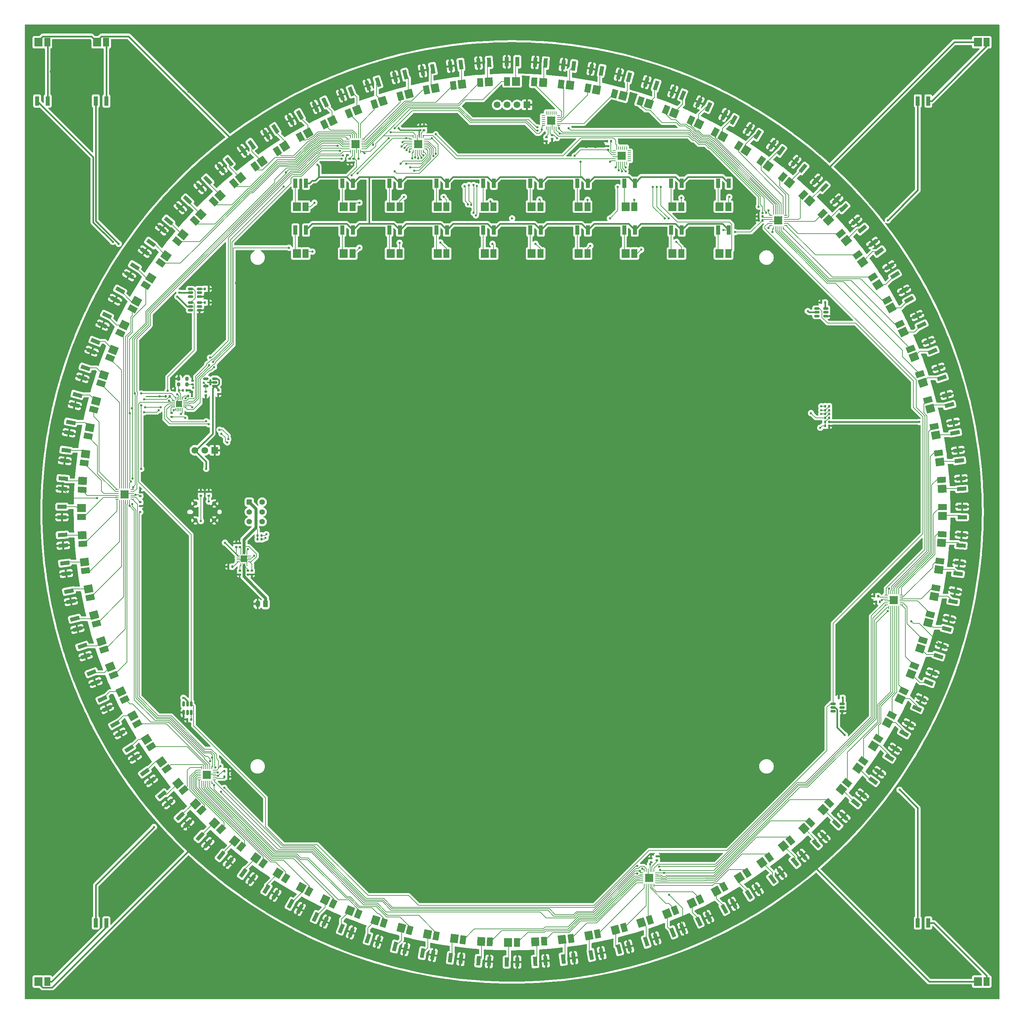
<source format=gbr>
%TF.GenerationSoftware,KiCad,Pcbnew,9.0.6*%
%TF.CreationDate,2025-12-09T15:20:41-08:00*%
%TF.ProjectId,RocSync_testing,526f6353-796e-4635-9f74-657374696e67,rev?*%
%TF.SameCoordinates,Original*%
%TF.FileFunction,Copper,L1,Top*%
%TF.FilePolarity,Positive*%
%FSLAX46Y46*%
G04 Gerber Fmt 4.6, Leading zero omitted, Abs format (unit mm)*
G04 Created by KiCad (PCBNEW 9.0.6) date 2025-12-09 15:20:41*
%MOMM*%
%LPD*%
G01*
G04 APERTURE LIST*
G04 Aperture macros list*
%AMRoundRect*
0 Rectangle with rounded corners*
0 $1 Rounding radius*
0 $2 $3 $4 $5 $6 $7 $8 $9 X,Y pos of 4 corners*
0 Add a 4 corners polygon primitive as box body*
4,1,4,$2,$3,$4,$5,$6,$7,$8,$9,$2,$3,0*
0 Add four circle primitives for the rounded corners*
1,1,$1+$1,$2,$3*
1,1,$1+$1,$4,$5*
1,1,$1+$1,$6,$7*
1,1,$1+$1,$8,$9*
0 Add four rect primitives between the rounded corners*
20,1,$1+$1,$2,$3,$4,$5,0*
20,1,$1+$1,$4,$5,$6,$7,0*
20,1,$1+$1,$6,$7,$8,$9,0*
20,1,$1+$1,$8,$9,$2,$3,0*%
%AMRotRect*
0 Rectangle, with rotation*
0 The origin of the aperture is its center*
0 $1 length*
0 $2 width*
0 $3 Rotation angle, in degrees counterclockwise*
0 Add horizontal line*
21,1,$1,$2,0,0,$3*%
G04 Aperture macros list end*
%TA.AperFunction,SMDPad,CuDef*%
%ADD10RoundRect,0.140000X-0.140000X-0.170000X0.140000X-0.170000X0.140000X0.170000X-0.140000X0.170000X0*%
%TD*%
%TA.AperFunction,ComponentPad*%
%ADD11C,1.700000*%
%TD*%
%TA.AperFunction,ComponentPad*%
%ADD12R,1.700000X1.700000*%
%TD*%
%TA.AperFunction,HeatsinkPad*%
%ADD13C,0.500000*%
%TD*%
%TA.AperFunction,HeatsinkPad*%
%ADD14R,1.650000X1.650000*%
%TD*%
%TA.AperFunction,SMDPad,CuDef*%
%ADD15RoundRect,0.050000X-0.375000X0.050000X-0.375000X-0.050000X0.375000X-0.050000X0.375000X0.050000X0*%
%TD*%
%TA.AperFunction,SMDPad,CuDef*%
%ADD16RoundRect,0.050000X-0.050000X0.375000X-0.050000X-0.375000X0.050000X-0.375000X0.050000X0.375000X0*%
%TD*%
%TA.AperFunction,SMDPad,CuDef*%
%ADD17RotRect,1.000000X2.400000X244.800000*%
%TD*%
%TA.AperFunction,SMDPad,CuDef*%
%ADD18R,1.500000X2.200000*%
%TD*%
%TA.AperFunction,SMDPad,CuDef*%
%ADD19R,2.000000X2.200000*%
%TD*%
%TA.AperFunction,SMDPad,CuDef*%
%ADD20RotRect,1.000000X2.400000X46.800000*%
%TD*%
%TA.AperFunction,SMDPad,CuDef*%
%ADD21RotRect,1.000000X2.400000X61.200000*%
%TD*%
%TA.AperFunction,SMDPad,CuDef*%
%ADD22RotRect,1.000000X2.400000X190.800000*%
%TD*%
%TA.AperFunction,SMDPad,CuDef*%
%ADD23RotRect,1.000000X2.400000X309.600000*%
%TD*%
%TA.AperFunction,SMDPad,CuDef*%
%ADD24RotRect,1.500000X2.200000X223.200000*%
%TD*%
%TA.AperFunction,SMDPad,CuDef*%
%ADD25RotRect,2.000000X2.200000X223.200000*%
%TD*%
%TA.AperFunction,SMDPad,CuDef*%
%ADD26RotRect,1.500000X2.200000X154.800000*%
%TD*%
%TA.AperFunction,SMDPad,CuDef*%
%ADD27RotRect,2.000000X2.200000X154.800000*%
%TD*%
%TA.AperFunction,SMDPad,CuDef*%
%ADD28RotRect,1.000000X2.400000X21.600000*%
%TD*%
%TA.AperFunction,SMDPad,CuDef*%
%ADD29RoundRect,0.135000X-0.135000X-0.185000X0.135000X-0.185000X0.135000X0.185000X-0.135000X0.185000X0*%
%TD*%
%TA.AperFunction,SMDPad,CuDef*%
%ADD30R,1.000000X2.400000*%
%TD*%
%TA.AperFunction,SMDPad,CuDef*%
%ADD31RotRect,1.000000X2.400000X126.000000*%
%TD*%
%TA.AperFunction,SMDPad,CuDef*%
%ADD32RotRect,1.500000X2.200000X244.800000*%
%TD*%
%TA.AperFunction,SMDPad,CuDef*%
%ADD33RotRect,2.000000X2.200000X244.800000*%
%TD*%
%TA.AperFunction,SMDPad,CuDef*%
%ADD34RotRect,1.000000X2.400000X10.800000*%
%TD*%
%TA.AperFunction,SMDPad,CuDef*%
%ADD35RoundRect,0.150000X-0.512500X-0.150000X0.512500X-0.150000X0.512500X0.150000X-0.512500X0.150000X0*%
%TD*%
%TA.AperFunction,SMDPad,CuDef*%
%ADD36RotRect,1.500000X2.200000X338.400000*%
%TD*%
%TA.AperFunction,SMDPad,CuDef*%
%ADD37RotRect,2.000000X2.200000X338.400000*%
%TD*%
%TA.AperFunction,SMDPad,CuDef*%
%ADD38RotRect,1.000000X2.400000X288.000000*%
%TD*%
%TA.AperFunction,SMDPad,CuDef*%
%ADD39RoundRect,0.135000X0.135000X0.185000X-0.135000X0.185000X-0.135000X-0.185000X0.135000X-0.185000X0*%
%TD*%
%TA.AperFunction,SMDPad,CuDef*%
%ADD40RotRect,1.500000X2.200000X14.400000*%
%TD*%
%TA.AperFunction,SMDPad,CuDef*%
%ADD41RotRect,2.000000X2.200000X14.400000*%
%TD*%
%TA.AperFunction,SMDPad,CuDef*%
%ADD42R,2.200000X1.500000*%
%TD*%
%TA.AperFunction,SMDPad,CuDef*%
%ADD43R,2.200000X2.000000*%
%TD*%
%TA.AperFunction,SMDPad,CuDef*%
%ADD44RotRect,1.000000X2.400000X216.000000*%
%TD*%
%TA.AperFunction,SMDPad,CuDef*%
%ADD45RoundRect,0.062500X0.062500X-0.375000X0.062500X0.375000X-0.062500X0.375000X-0.062500X-0.375000X0*%
%TD*%
%TA.AperFunction,SMDPad,CuDef*%
%ADD46RoundRect,0.062500X0.375000X-0.062500X0.375000X0.062500X-0.375000X0.062500X-0.375000X-0.062500X0*%
%TD*%
%TA.AperFunction,HeatsinkPad*%
%ADD47R,2.100000X2.100000*%
%TD*%
%TA.AperFunction,SMDPad,CuDef*%
%ADD48RotRect,1.000000X2.400000X316.800000*%
%TD*%
%TA.AperFunction,SMDPad,CuDef*%
%ADD49RotRect,1.500000X2.200000X3.600000*%
%TD*%
%TA.AperFunction,SMDPad,CuDef*%
%ADD50RotRect,2.000000X2.200000X3.600000*%
%TD*%
%TA.AperFunction,SMDPad,CuDef*%
%ADD51RotRect,1.000000X2.400000X241.200000*%
%TD*%
%TA.AperFunction,SMDPad,CuDef*%
%ADD52RoundRect,0.135000X0.185000X-0.135000X0.185000X0.135000X-0.185000X0.135000X-0.185000X-0.135000X0*%
%TD*%
%TA.AperFunction,SMDPad,CuDef*%
%ADD53RoundRect,0.140000X-0.170000X0.140000X-0.170000X-0.140000X0.170000X-0.140000X0.170000X0.140000X0*%
%TD*%
%TA.AperFunction,SMDPad,CuDef*%
%ADD54RotRect,1.000000X2.400000X183.600000*%
%TD*%
%TA.AperFunction,SMDPad,CuDef*%
%ADD55RotRect,1.500000X2.200000X75.600000*%
%TD*%
%TA.AperFunction,SMDPad,CuDef*%
%ADD56RotRect,2.000000X2.200000X75.600000*%
%TD*%
%TA.AperFunction,SMDPad,CuDef*%
%ADD57RotRect,1.000000X2.400000X205.200000*%
%TD*%
%TA.AperFunction,SMDPad,CuDef*%
%ADD58RoundRect,0.135000X-0.185000X0.135000X-0.185000X-0.135000X0.185000X-0.135000X0.185000X0.135000X0*%
%TD*%
%TA.AperFunction,SMDPad,CuDef*%
%ADD59RotRect,1.000000X2.400000X140.400000*%
%TD*%
%TA.AperFunction,SMDPad,CuDef*%
%ADD60RoundRect,0.062500X-0.062500X0.375000X-0.062500X-0.375000X0.062500X-0.375000X0.062500X0.375000X0*%
%TD*%
%TA.AperFunction,SMDPad,CuDef*%
%ADD61RoundRect,0.062500X-0.375000X0.062500X-0.375000X-0.062500X0.375000X-0.062500X0.375000X0.062500X0*%
%TD*%
%TA.AperFunction,SMDPad,CuDef*%
%ADD62RotRect,1.500000X2.200000X133.200000*%
%TD*%
%TA.AperFunction,SMDPad,CuDef*%
%ADD63RotRect,2.000000X2.200000X133.200000*%
%TD*%
%TA.AperFunction,SMDPad,CuDef*%
%ADD64RoundRect,0.062500X0.375000X0.062500X-0.375000X0.062500X-0.375000X-0.062500X0.375000X-0.062500X0*%
%TD*%
%TA.AperFunction,SMDPad,CuDef*%
%ADD65RoundRect,0.062500X0.062500X0.375000X-0.062500X0.375000X-0.062500X-0.375000X0.062500X-0.375000X0*%
%TD*%
%TA.AperFunction,SMDPad,CuDef*%
%ADD66RotRect,1.000000X2.400000X39.600000*%
%TD*%
%TA.AperFunction,SMDPad,CuDef*%
%ADD67RotRect,1.500000X2.200000X280.800000*%
%TD*%
%TA.AperFunction,SMDPad,CuDef*%
%ADD68RotRect,2.000000X2.200000X280.800000*%
%TD*%
%TA.AperFunction,SMDPad,CuDef*%
%ADD69RotRect,1.000000X2.400000X352.800000*%
%TD*%
%TA.AperFunction,SMDPad,CuDef*%
%ADD70RotRect,1.000000X2.400000X252.000000*%
%TD*%
%TA.AperFunction,SMDPad,CuDef*%
%ADD71RotRect,1.500000X2.200000X158.400000*%
%TD*%
%TA.AperFunction,SMDPad,CuDef*%
%ADD72RotRect,2.000000X2.200000X158.400000*%
%TD*%
%TA.AperFunction,SMDPad,CuDef*%
%ADD73RotRect,1.000000X2.400000X208.800000*%
%TD*%
%TA.AperFunction,SMDPad,CuDef*%
%ADD74RoundRect,0.140000X0.140000X0.170000X-0.140000X0.170000X-0.140000X-0.170000X0.140000X-0.170000X0*%
%TD*%
%TA.AperFunction,SMDPad,CuDef*%
%ADD75RotRect,1.000000X2.400000X72.000000*%
%TD*%
%TA.AperFunction,SMDPad,CuDef*%
%ADD76RotRect,1.500000X2.200000X298.800000*%
%TD*%
%TA.AperFunction,SMDPad,CuDef*%
%ADD77RotRect,2.000000X2.200000X298.800000*%
%TD*%
%TA.AperFunction,SMDPad,CuDef*%
%ADD78RotRect,1.500000X2.200000X54.000000*%
%TD*%
%TA.AperFunction,SMDPad,CuDef*%
%ADD79RotRect,2.000000X2.200000X54.000000*%
%TD*%
%TA.AperFunction,SMDPad,CuDef*%
%ADD80RotRect,1.000000X2.400000X248.400000*%
%TD*%
%TA.AperFunction,SMDPad,CuDef*%
%ADD81RotRect,1.000000X2.400000X32.400000*%
%TD*%
%TA.AperFunction,SMDPad,CuDef*%
%ADD82RotRect,1.500000X2.200000X115.200000*%
%TD*%
%TA.AperFunction,SMDPad,CuDef*%
%ADD83RotRect,2.000000X2.200000X115.200000*%
%TD*%
%TA.AperFunction,SMDPad,CuDef*%
%ADD84RotRect,1.000000X2.400000X338.400000*%
%TD*%
%TA.AperFunction,SMDPad,CuDef*%
%ADD85RotRect,1.000000X2.400000X64.800000*%
%TD*%
%TA.AperFunction,SMDPad,CuDef*%
%ADD86RotRect,1.000000X2.400000X219.600000*%
%TD*%
%TA.AperFunction,SMDPad,CuDef*%
%ADD87RotRect,1.000000X2.400000X187.200000*%
%TD*%
%TA.AperFunction,SMDPad,CuDef*%
%ADD88RotRect,1.500000X2.200000X7.200000*%
%TD*%
%TA.AperFunction,SMDPad,CuDef*%
%ADD89RotRect,2.000000X2.200000X7.200000*%
%TD*%
%TA.AperFunction,SMDPad,CuDef*%
%ADD90RotRect,1.000000X2.400000X273.600000*%
%TD*%
%TA.AperFunction,SMDPad,CuDef*%
%ADD91RotRect,1.500000X2.200000X320.400000*%
%TD*%
%TA.AperFunction,SMDPad,CuDef*%
%ADD92RotRect,2.000000X2.200000X320.400000*%
%TD*%
%TA.AperFunction,SMDPad,CuDef*%
%ADD93RotRect,1.000000X2.400000X122.400000*%
%TD*%
%TA.AperFunction,SMDPad,CuDef*%
%ADD94RotRect,1.500000X2.200000X72.000000*%
%TD*%
%TA.AperFunction,SMDPad,CuDef*%
%ADD95RotRect,2.000000X2.200000X72.000000*%
%TD*%
%TA.AperFunction,SMDPad,CuDef*%
%ADD96RotRect,1.500000X2.200000X237.600000*%
%TD*%
%TA.AperFunction,SMDPad,CuDef*%
%ADD97RotRect,2.000000X2.200000X237.600000*%
%TD*%
%TA.AperFunction,SMDPad,CuDef*%
%ADD98RotRect,1.000000X2.400000X255.600000*%
%TD*%
%TA.AperFunction,SMDPad,CuDef*%
%ADD99RotRect,1.500000X2.200000X194.400000*%
%TD*%
%TA.AperFunction,SMDPad,CuDef*%
%ADD100RotRect,2.000000X2.200000X194.400000*%
%TD*%
%TA.AperFunction,SMDPad,CuDef*%
%ADD101RotRect,1.500000X2.200000X32.400000*%
%TD*%
%TA.AperFunction,SMDPad,CuDef*%
%ADD102RotRect,2.000000X2.200000X32.400000*%
%TD*%
%TA.AperFunction,SMDPad,CuDef*%
%ADD103RotRect,1.000000X2.400000X111.600000*%
%TD*%
%TA.AperFunction,SMDPad,CuDef*%
%ADD104RoundRect,0.062500X0.062500X-0.350000X0.062500X0.350000X-0.062500X0.350000X-0.062500X-0.350000X0*%
%TD*%
%TA.AperFunction,SMDPad,CuDef*%
%ADD105RoundRect,0.062500X0.350000X-0.062500X0.350000X0.062500X-0.350000X0.062500X-0.350000X-0.062500X0*%
%TD*%
%TA.AperFunction,HeatsinkPad*%
%ADD106R,1.680000X1.680000*%
%TD*%
%TA.AperFunction,SMDPad,CuDef*%
%ADD107RotRect,1.500000X2.200000X36.000000*%
%TD*%
%TA.AperFunction,SMDPad,CuDef*%
%ADD108RotRect,2.000000X2.200000X36.000000*%
%TD*%
%TA.AperFunction,SMDPad,CuDef*%
%ADD109RotRect,1.000000X2.400000X104.400000*%
%TD*%
%TA.AperFunction,SMDPad,CuDef*%
%ADD110RotRect,1.500000X2.200000X104.400000*%
%TD*%
%TA.AperFunction,SMDPad,CuDef*%
%ADD111RotRect,2.000000X2.200000X104.400000*%
%TD*%
%TA.AperFunction,SMDPad,CuDef*%
%ADD112RotRect,1.000000X2.400000X100.800000*%
%TD*%
%TA.AperFunction,SMDPad,CuDef*%
%ADD113RotRect,1.500000X2.200000X57.600000*%
%TD*%
%TA.AperFunction,SMDPad,CuDef*%
%ADD114RotRect,2.000000X2.200000X57.600000*%
%TD*%
%TA.AperFunction,SMDPad,CuDef*%
%ADD115RotRect,1.500000X2.200000X309.600000*%
%TD*%
%TA.AperFunction,SMDPad,CuDef*%
%ADD116RotRect,2.000000X2.200000X309.600000*%
%TD*%
%TA.AperFunction,SMDPad,CuDef*%
%ADD117RotRect,1.500000X2.200000X356.400000*%
%TD*%
%TA.AperFunction,SMDPad,CuDef*%
%ADD118RotRect,2.000000X2.200000X356.400000*%
%TD*%
%TA.AperFunction,SMDPad,CuDef*%
%ADD119RotRect,1.500000X2.200000X313.200000*%
%TD*%
%TA.AperFunction,SMDPad,CuDef*%
%ADD120RotRect,2.000000X2.200000X313.200000*%
%TD*%
%TA.AperFunction,SMDPad,CuDef*%
%ADD121RotRect,1.000000X2.400000X327.600000*%
%TD*%
%TA.AperFunction,SMDPad,CuDef*%
%ADD122RotRect,1.000000X2.400000X57.600000*%
%TD*%
%TA.AperFunction,SMDPad,CuDef*%
%ADD123RotRect,1.500000X2.200000X302.400000*%
%TD*%
%TA.AperFunction,SMDPad,CuDef*%
%ADD124RotRect,2.000000X2.200000X302.400000*%
%TD*%
%TA.AperFunction,SMDPad,CuDef*%
%ADD125RotRect,1.500000X2.200000X288.000000*%
%TD*%
%TA.AperFunction,SMDPad,CuDef*%
%ADD126RotRect,2.000000X2.200000X288.000000*%
%TD*%
%TA.AperFunction,SMDPad,CuDef*%
%ADD127RotRect,1.500000X2.200000X208.800000*%
%TD*%
%TA.AperFunction,SMDPad,CuDef*%
%ADD128RotRect,2.000000X2.200000X208.800000*%
%TD*%
%TA.AperFunction,SMDPad,CuDef*%
%ADD129RotRect,1.000000X2.400000X151.200000*%
%TD*%
%TA.AperFunction,SMDPad,CuDef*%
%ADD130RotRect,1.500000X2.200000X187.200000*%
%TD*%
%TA.AperFunction,SMDPad,CuDef*%
%ADD131RotRect,2.000000X2.200000X187.200000*%
%TD*%
%TA.AperFunction,SMDPad,CuDef*%
%ADD132RotRect,1.000000X2.400000X262.800000*%
%TD*%
%TA.AperFunction,SMDPad,CuDef*%
%ADD133RotRect,1.500000X2.200000X118.800000*%
%TD*%
%TA.AperFunction,SMDPad,CuDef*%
%ADD134RotRect,2.000000X2.200000X118.800000*%
%TD*%
%TA.AperFunction,SMDPad,CuDef*%
%ADD135RotRect,1.500000X2.200000X342.000000*%
%TD*%
%TA.AperFunction,SMDPad,CuDef*%
%ADD136RotRect,2.000000X2.200000X342.000000*%
%TD*%
%TA.AperFunction,SMDPad,CuDef*%
%ADD137RotRect,1.000000X2.400000X158.400000*%
%TD*%
%TA.AperFunction,SMDPad,CuDef*%
%ADD138RotRect,1.000000X2.400000X298.800000*%
%TD*%
%TA.AperFunction,SMDPad,CuDef*%
%ADD139RotRect,1.000000X2.400000X82.800000*%
%TD*%
%TA.AperFunction,SMDPad,CuDef*%
%ADD140RotRect,1.500000X2.200000X284.400000*%
%TD*%
%TA.AperFunction,SMDPad,CuDef*%
%ADD141RotRect,2.000000X2.200000X284.400000*%
%TD*%
%TA.AperFunction,SMDPad,CuDef*%
%ADD142RotRect,1.000000X2.400000X230.400000*%
%TD*%
%TA.AperFunction,SMDPad,CuDef*%
%ADD143RotRect,1.500000X2.200000X151.200000*%
%TD*%
%TA.AperFunction,SMDPad,CuDef*%
%ADD144RotRect,2.000000X2.200000X151.200000*%
%TD*%
%TA.AperFunction,SMDPad,CuDef*%
%ADD145RotRect,1.500000X2.200000X147.600000*%
%TD*%
%TA.AperFunction,SMDPad,CuDef*%
%ADD146RotRect,2.000000X2.200000X147.600000*%
%TD*%
%TA.AperFunction,SMDPad,CuDef*%
%ADD147RotRect,1.000000X2.400000X198.000000*%
%TD*%
%TA.AperFunction,SMDPad,CuDef*%
%ADD148RoundRect,0.062500X-0.375000X-0.062500X0.375000X-0.062500X0.375000X0.062500X-0.375000X0.062500X0*%
%TD*%
%TA.AperFunction,SMDPad,CuDef*%
%ADD149RoundRect,0.062500X-0.062500X-0.375000X0.062500X-0.375000X0.062500X0.375000X-0.062500X0.375000X0*%
%TD*%
%TA.AperFunction,SMDPad,CuDef*%
%ADD150RotRect,1.500000X2.200000X18.000000*%
%TD*%
%TA.AperFunction,SMDPad,CuDef*%
%ADD151RotRect,2.000000X2.200000X18.000000*%
%TD*%
%TA.AperFunction,SMDPad,CuDef*%
%ADD152RotRect,1.500000X2.200000X100.800000*%
%TD*%
%TA.AperFunction,SMDPad,CuDef*%
%ADD153RotRect,2.000000X2.200000X100.800000*%
%TD*%
%TA.AperFunction,SMDPad,CuDef*%
%ADD154RotRect,1.500000X2.200000X144.000000*%
%TD*%
%TA.AperFunction,SMDPad,CuDef*%
%ADD155RotRect,2.000000X2.200000X144.000000*%
%TD*%
%TA.AperFunction,SMDPad,CuDef*%
%ADD156RotRect,1.500000X2.200000X234.000000*%
%TD*%
%TA.AperFunction,SMDPad,CuDef*%
%ADD157RotRect,2.000000X2.200000X234.000000*%
%TD*%
%TA.AperFunction,SMDPad,CuDef*%
%ADD158RotRect,1.000000X2.400000X302.400000*%
%TD*%
%TA.AperFunction,SMDPad,CuDef*%
%ADD159RotRect,1.000000X2.400000X3.600000*%
%TD*%
%TA.AperFunction,SMDPad,CuDef*%
%ADD160R,2.400000X1.000000*%
%TD*%
%TA.AperFunction,SMDPad,CuDef*%
%ADD161RotRect,1.000000X2.400000X108.000000*%
%TD*%
%TA.AperFunction,SMDPad,CuDef*%
%ADD162RotRect,1.500000X2.200000X108.000000*%
%TD*%
%TA.AperFunction,SMDPad,CuDef*%
%ADD163RotRect,2.000000X2.200000X108.000000*%
%TD*%
%TA.AperFunction,SMDPad,CuDef*%
%ADD164RotRect,1.000000X2.400000X75.600000*%
%TD*%
%TA.AperFunction,SMDPad,CuDef*%
%ADD165RotRect,1.000000X2.400000X86.400000*%
%TD*%
%TA.AperFunction,SMDPad,CuDef*%
%ADD166RotRect,1.000000X2.400000X25.200000*%
%TD*%
%TA.AperFunction,SMDPad,CuDef*%
%ADD167RotRect,1.000000X2.400000X259.200000*%
%TD*%
%TA.AperFunction,SMDPad,CuDef*%
%ADD168RotRect,1.000000X2.400000X169.200000*%
%TD*%
%TA.AperFunction,SMDPad,CuDef*%
%ADD169RotRect,1.000000X2.400000X36.000000*%
%TD*%
%TA.AperFunction,SMDPad,CuDef*%
%ADD170RotRect,1.000000X2.400000X147.600000*%
%TD*%
%TA.AperFunction,SMDPad,CuDef*%
%ADD171RotRect,1.500000X2.200000X331.200000*%
%TD*%
%TA.AperFunction,SMDPad,CuDef*%
%ADD172RotRect,2.000000X2.200000X331.200000*%
%TD*%
%TA.AperFunction,SMDPad,CuDef*%
%ADD173RotRect,1.000000X2.400000X226.800000*%
%TD*%
%TA.AperFunction,SMDPad,CuDef*%
%ADD174RotRect,1.500000X2.200000X129.600000*%
%TD*%
%TA.AperFunction,SMDPad,CuDef*%
%ADD175RotRect,2.000000X2.200000X129.600000*%
%TD*%
%TA.AperFunction,SMDPad,CuDef*%
%ADD176RotRect,1.000000X2.400000X194.400000*%
%TD*%
%TA.AperFunction,SMDPad,CuDef*%
%ADD177RotRect,1.000000X2.400000X295.200000*%
%TD*%
%TA.AperFunction,SMDPad,CuDef*%
%ADD178RoundRect,0.150000X0.512500X0.150000X-0.512500X0.150000X-0.512500X-0.150000X0.512500X-0.150000X0*%
%TD*%
%TA.AperFunction,SMDPad,CuDef*%
%ADD179RotRect,1.500000X2.200000X327.600000*%
%TD*%
%TA.AperFunction,SMDPad,CuDef*%
%ADD180RotRect,2.000000X2.200000X327.600000*%
%TD*%
%TA.AperFunction,SMDPad,CuDef*%
%ADD181RotRect,1.500000X2.200000X295.200000*%
%TD*%
%TA.AperFunction,SMDPad,CuDef*%
%ADD182RotRect,2.000000X2.200000X295.200000*%
%TD*%
%TA.AperFunction,SMDPad,CuDef*%
%ADD183RotRect,1.500000X2.200000X82.800000*%
%TD*%
%TA.AperFunction,SMDPad,CuDef*%
%ADD184RotRect,2.000000X2.200000X82.800000*%
%TD*%
%TA.AperFunction,SMDPad,CuDef*%
%ADD185RotRect,1.500000X2.200000X39.600000*%
%TD*%
%TA.AperFunction,SMDPad,CuDef*%
%ADD186RotRect,2.000000X2.200000X39.600000*%
%TD*%
%TA.AperFunction,SMDPad,CuDef*%
%ADD187RotRect,1.500000X2.200000X316.800000*%
%TD*%
%TA.AperFunction,SMDPad,CuDef*%
%ADD188RotRect,2.000000X2.200000X316.800000*%
%TD*%
%TA.AperFunction,SMDPad,CuDef*%
%ADD189RotRect,1.500000X2.200000X79.200000*%
%TD*%
%TA.AperFunction,SMDPad,CuDef*%
%ADD190RotRect,2.000000X2.200000X79.200000*%
%TD*%
%TA.AperFunction,SMDPad,CuDef*%
%ADD191RotRect,1.500000X2.200000X306.000000*%
%TD*%
%TA.AperFunction,SMDPad,CuDef*%
%ADD192RotRect,2.000000X2.200000X306.000000*%
%TD*%
%TA.AperFunction,SMDPad,CuDef*%
%ADD193RotRect,1.000000X2.400000X291.600000*%
%TD*%
%TA.AperFunction,SMDPad,CuDef*%
%ADD194RotRect,1.500000X2.200000X252.000000*%
%TD*%
%TA.AperFunction,SMDPad,CuDef*%
%ADD195RotRect,2.000000X2.200000X252.000000*%
%TD*%
%TA.AperFunction,SMDPad,CuDef*%
%ADD196RotRect,1.500000X2.200000X25.200000*%
%TD*%
%TA.AperFunction,SMDPad,CuDef*%
%ADD197RotRect,2.000000X2.200000X25.200000*%
%TD*%
%TA.AperFunction,SMDPad,CuDef*%
%ADD198RotRect,1.500000X2.200000X122.400000*%
%TD*%
%TA.AperFunction,SMDPad,CuDef*%
%ADD199RotRect,2.000000X2.200000X122.400000*%
%TD*%
%TA.AperFunction,SMDPad,CuDef*%
%ADD200RotRect,1.000000X2.400000X237.600000*%
%TD*%
%TA.AperFunction,SMDPad,CuDef*%
%ADD201RotRect,1.500000X2.200000X64.800000*%
%TD*%
%TA.AperFunction,SMDPad,CuDef*%
%ADD202RotRect,2.000000X2.200000X64.800000*%
%TD*%
%TA.AperFunction,SMDPad,CuDef*%
%ADD203RotRect,1.500000X2.200000X230.400000*%
%TD*%
%TA.AperFunction,SMDPad,CuDef*%
%ADD204RotRect,2.000000X2.200000X230.400000*%
%TD*%
%TA.AperFunction,SMDPad,CuDef*%
%ADD205RotRect,1.000000X2.400000X356.400000*%
%TD*%
%TA.AperFunction,SMDPad,CuDef*%
%ADD206RotRect,1.000000X2.400000X284.400000*%
%TD*%
%TA.AperFunction,SMDPad,CuDef*%
%ADD207RotRect,1.500000X2.200000X165.600000*%
%TD*%
%TA.AperFunction,SMDPad,CuDef*%
%ADD208RotRect,2.000000X2.200000X165.600000*%
%TD*%
%TA.AperFunction,SMDPad,CuDef*%
%ADD209RotRect,1.500000X2.200000X248.400000*%
%TD*%
%TA.AperFunction,SMDPad,CuDef*%
%ADD210RotRect,2.000000X2.200000X248.400000*%
%TD*%
%TA.AperFunction,SMDPad,CuDef*%
%ADD211RotRect,1.500000X2.200000X226.800000*%
%TD*%
%TA.AperFunction,SMDPad,CuDef*%
%ADD212RotRect,2.000000X2.200000X226.800000*%
%TD*%
%TA.AperFunction,SMDPad,CuDef*%
%ADD213RotRect,1.000000X2.400000X320.400000*%
%TD*%
%TA.AperFunction,SMDPad,CuDef*%
%ADD214RotRect,1.000000X2.400000X133.200000*%
%TD*%
%TA.AperFunction,SMDPad,CuDef*%
%ADD215RoundRect,0.140000X0.170000X-0.140000X0.170000X0.140000X-0.170000X0.140000X-0.170000X-0.140000X0*%
%TD*%
%TA.AperFunction,SMDPad,CuDef*%
%ADD216RotRect,1.500000X2.200000X324.000000*%
%TD*%
%TA.AperFunction,SMDPad,CuDef*%
%ADD217RotRect,2.000000X2.200000X324.000000*%
%TD*%
%TA.AperFunction,SMDPad,CuDef*%
%ADD218RotRect,1.500000X2.200000X50.400000*%
%TD*%
%TA.AperFunction,SMDPad,CuDef*%
%ADD219RotRect,2.000000X2.200000X50.400000*%
%TD*%
%TA.AperFunction,SMDPad,CuDef*%
%ADD220RotRect,1.000000X2.400000X165.600000*%
%TD*%
%TA.AperFunction,SMDPad,CuDef*%
%ADD221RotRect,1.500000X2.200000X162.000000*%
%TD*%
%TA.AperFunction,SMDPad,CuDef*%
%ADD222RotRect,2.000000X2.200000X162.000000*%
%TD*%
%TA.AperFunction,SMDPad,CuDef*%
%ADD223RotRect,1.000000X2.400000X28.800000*%
%TD*%
%TA.AperFunction,SMDPad,CuDef*%
%ADD224RotRect,1.500000X2.200000X176.400000*%
%TD*%
%TA.AperFunction,SMDPad,CuDef*%
%ADD225RotRect,2.000000X2.200000X176.400000*%
%TD*%
%TA.AperFunction,SMDPad,CuDef*%
%ADD226RotRect,1.500000X2.200000X255.600000*%
%TD*%
%TA.AperFunction,SMDPad,CuDef*%
%ADD227RotRect,2.000000X2.200000X255.600000*%
%TD*%
%TA.AperFunction,SMDPad,CuDef*%
%ADD228RotRect,1.000000X2.400000X154.800000*%
%TD*%
%TA.AperFunction,SMDPad,CuDef*%
%ADD229RotRect,1.500000X2.200000X61.200000*%
%TD*%
%TA.AperFunction,SMDPad,CuDef*%
%ADD230RotRect,2.000000X2.200000X61.200000*%
%TD*%
%TA.AperFunction,SMDPad,CuDef*%
%ADD231RotRect,1.500000X2.200000X219.600000*%
%TD*%
%TA.AperFunction,SMDPad,CuDef*%
%ADD232RotRect,2.000000X2.200000X219.600000*%
%TD*%
%TA.AperFunction,SMDPad,CuDef*%
%ADD233RotRect,1.000000X2.400000X234.000000*%
%TD*%
%TA.AperFunction,SMDPad,CuDef*%
%ADD234RotRect,1.500000X2.200000X46.800000*%
%TD*%
%TA.AperFunction,SMDPad,CuDef*%
%ADD235RotRect,2.000000X2.200000X46.800000*%
%TD*%
%TA.AperFunction,SMDPad,CuDef*%
%ADD236RotRect,1.500000X2.200000X97.200000*%
%TD*%
%TA.AperFunction,SMDPad,CuDef*%
%ADD237RotRect,2.000000X2.200000X97.200000*%
%TD*%
%TA.AperFunction,SMDPad,CuDef*%
%ADD238RotRect,1.000000X2.400000X93.600000*%
%TD*%
%TA.AperFunction,SMDPad,CuDef*%
%ADD239RotRect,1.500000X2.200000X334.800000*%
%TD*%
%TA.AperFunction,SMDPad,CuDef*%
%ADD240RotRect,2.000000X2.200000X334.800000*%
%TD*%
%TA.AperFunction,SMDPad,CuDef*%
%ADD241RotRect,1.000000X2.400000X54.000000*%
%TD*%
%TA.AperFunction,SMDPad,CuDef*%
%ADD242RotRect,1.500000X2.200000X86.400000*%
%TD*%
%TA.AperFunction,SMDPad,CuDef*%
%ADD243RotRect,2.000000X2.200000X86.400000*%
%TD*%
%TA.AperFunction,SMDPad,CuDef*%
%ADD244RotRect,1.500000X2.200000X201.600000*%
%TD*%
%TA.AperFunction,SMDPad,CuDef*%
%ADD245RotRect,2.000000X2.200000X201.600000*%
%TD*%
%TA.AperFunction,SMDPad,CuDef*%
%ADD246RotRect,1.000000X2.400000X201.600000*%
%TD*%
%TA.AperFunction,SMDPad,CuDef*%
%ADD247RotRect,1.500000X2.200000X259.200000*%
%TD*%
%TA.AperFunction,SMDPad,CuDef*%
%ADD248RotRect,2.000000X2.200000X259.200000*%
%TD*%
%TA.AperFunction,SMDPad,CuDef*%
%ADD249RotRect,1.500000X2.200000X349.200000*%
%TD*%
%TA.AperFunction,SMDPad,CuDef*%
%ADD250RotRect,2.000000X2.200000X349.200000*%
%TD*%
%TA.AperFunction,SMDPad,CuDef*%
%ADD251RotRect,1.000000X2.400000X68.400000*%
%TD*%
%TA.AperFunction,SMDPad,CuDef*%
%ADD252RotRect,1.000000X2.400000X306.000000*%
%TD*%
%TA.AperFunction,SMDPad,CuDef*%
%ADD253RotRect,1.500000X2.200000X140.400000*%
%TD*%
%TA.AperFunction,SMDPad,CuDef*%
%ADD254RotRect,2.000000X2.200000X140.400000*%
%TD*%
%TA.AperFunction,SMDPad,CuDef*%
%ADD255RotRect,1.500000X2.200000X345.600000*%
%TD*%
%TA.AperFunction,SMDPad,CuDef*%
%ADD256RotRect,2.000000X2.200000X345.600000*%
%TD*%
%TA.AperFunction,SMDPad,CuDef*%
%ADD257RotRect,1.500000X2.200000X43.200000*%
%TD*%
%TA.AperFunction,SMDPad,CuDef*%
%ADD258RotRect,2.000000X2.200000X43.200000*%
%TD*%
%TA.AperFunction,SMDPad,CuDef*%
%ADD259RotRect,1.500000X2.200000X241.200000*%
%TD*%
%TA.AperFunction,SMDPad,CuDef*%
%ADD260RotRect,2.000000X2.200000X241.200000*%
%TD*%
%TA.AperFunction,SMDPad,CuDef*%
%ADD261RotRect,1.500000X2.200000X212.400000*%
%TD*%
%TA.AperFunction,SMDPad,CuDef*%
%ADD262RotRect,2.000000X2.200000X212.400000*%
%TD*%
%TA.AperFunction,SMDPad,CuDef*%
%ADD263RotRect,1.000000X2.400000X14.400000*%
%TD*%
%TA.AperFunction,SMDPad,CuDef*%
%ADD264RotRect,1.000000X2.400000X79.200000*%
%TD*%
%TA.AperFunction,SMDPad,CuDef*%
%ADD265RotRect,1.500000X2.200000X205.200000*%
%TD*%
%TA.AperFunction,SMDPad,CuDef*%
%ADD266RotRect,2.000000X2.200000X205.200000*%
%TD*%
%TA.AperFunction,SMDPad,CuDef*%
%ADD267RotRect,1.000000X2.400000X144.000000*%
%TD*%
%TA.AperFunction,SMDPad,CuDef*%
%ADD268RoundRect,0.150000X-0.150000X0.512500X-0.150000X-0.512500X0.150000X-0.512500X0.150000X0.512500X0*%
%TD*%
%TA.AperFunction,SMDPad,CuDef*%
%ADD269RotRect,1.500000X2.200000X93.600000*%
%TD*%
%TA.AperFunction,SMDPad,CuDef*%
%ADD270RotRect,2.000000X2.200000X93.600000*%
%TD*%
%TA.AperFunction,SMDPad,CuDef*%
%ADD271RotRect,1.000000X2.400000X313.200000*%
%TD*%
%TA.AperFunction,SMDPad,CuDef*%
%ADD272RotRect,1.500000X2.200000X183.600000*%
%TD*%
%TA.AperFunction,SMDPad,CuDef*%
%ADD273RotRect,2.000000X2.200000X183.600000*%
%TD*%
%TA.AperFunction,SMDPad,CuDef*%
%ADD274RotRect,1.500000X2.200000X172.800000*%
%TD*%
%TA.AperFunction,SMDPad,CuDef*%
%ADD275RotRect,2.000000X2.200000X172.800000*%
%TD*%
%TA.AperFunction,SMDPad,CuDef*%
%ADD276RotRect,1.500000X2.200000X28.800000*%
%TD*%
%TA.AperFunction,SMDPad,CuDef*%
%ADD277RotRect,2.000000X2.200000X28.800000*%
%TD*%
%TA.AperFunction,SMDPad,CuDef*%
%ADD278RotRect,1.500000X2.200000X198.000000*%
%TD*%
%TA.AperFunction,SMDPad,CuDef*%
%ADD279RotRect,2.000000X2.200000X198.000000*%
%TD*%
%TA.AperFunction,SMDPad,CuDef*%
%ADD280RotRect,1.000000X2.400000X43.200000*%
%TD*%
%TA.AperFunction,SMDPad,CuDef*%
%ADD281RotRect,1.000000X2.400000X176.400000*%
%TD*%
%TA.AperFunction,SMDPad,CuDef*%
%ADD282RotRect,1.000000X2.400000X172.800000*%
%TD*%
%TA.AperFunction,SMDPad,CuDef*%
%ADD283RotRect,1.000000X2.400000X18.000000*%
%TD*%
%TA.AperFunction,SMDPad,CuDef*%
%ADD284RotRect,1.500000X2.200000X216.000000*%
%TD*%
%TA.AperFunction,SMDPad,CuDef*%
%ADD285RotRect,2.000000X2.200000X216.000000*%
%TD*%
%TA.AperFunction,SMDPad,CuDef*%
%ADD286RotRect,1.000000X2.400000X162.000000*%
%TD*%
%TA.AperFunction,SMDPad,CuDef*%
%ADD287RotRect,1.000000X2.400000X129.600000*%
%TD*%
%TA.AperFunction,SMDPad,CuDef*%
%ADD288RotRect,1.000000X2.400000X280.800000*%
%TD*%
%TA.AperFunction,SMDPad,CuDef*%
%ADD289RotRect,1.000000X2.400000X97.200000*%
%TD*%
%TA.AperFunction,SMDPad,CuDef*%
%ADD290RotRect,1.500000X2.200000X273.600000*%
%TD*%
%TA.AperFunction,SMDPad,CuDef*%
%ADD291RotRect,2.000000X2.200000X273.600000*%
%TD*%
%TA.AperFunction,SMDPad,CuDef*%
%ADD292RotRect,1.000000X2.400000X115.200000*%
%TD*%
%TA.AperFunction,SMDPad,CuDef*%
%ADD293RotRect,1.500000X2.200000X277.200000*%
%TD*%
%TA.AperFunction,SMDPad,CuDef*%
%ADD294RotRect,2.000000X2.200000X277.200000*%
%TD*%
%TA.AperFunction,SMDPad,CuDef*%
%ADD295RotRect,1.000000X2.400000X331.200000*%
%TD*%
%TA.AperFunction,SMDPad,CuDef*%
%ADD296RotRect,1.500000X2.200000X352.800000*%
%TD*%
%TA.AperFunction,SMDPad,CuDef*%
%ADD297RotRect,2.000000X2.200000X352.800000*%
%TD*%
%TA.AperFunction,SMDPad,CuDef*%
%ADD298RotRect,1.000000X2.400000X266.400000*%
%TD*%
%TA.AperFunction,SMDPad,CuDef*%
%ADD299RotRect,1.500000X2.200000X68.400000*%
%TD*%
%TA.AperFunction,SMDPad,CuDef*%
%ADD300RotRect,2.000000X2.200000X68.400000*%
%TD*%
%TA.AperFunction,SMDPad,CuDef*%
%ADD301RotRect,1.000000X2.400000X277.200000*%
%TD*%
%TA.AperFunction,SMDPad,CuDef*%
%ADD302RotRect,1.000000X2.400000X345.600000*%
%TD*%
%TA.AperFunction,SMDPad,CuDef*%
%ADD303RotRect,1.500000X2.200000X10.800000*%
%TD*%
%TA.AperFunction,SMDPad,CuDef*%
%ADD304RotRect,2.000000X2.200000X10.800000*%
%TD*%
%TA.AperFunction,SMDPad,CuDef*%
%ADD305RotRect,1.500000X2.200000X262.800000*%
%TD*%
%TA.AperFunction,SMDPad,CuDef*%
%ADD306RotRect,2.000000X2.200000X262.800000*%
%TD*%
%TA.AperFunction,SMDPad,CuDef*%
%ADD307RotRect,1.000000X2.400000X7.200000*%
%TD*%
%TA.AperFunction,SMDPad,CuDef*%
%ADD308RotRect,1.000000X2.400000X349.200000*%
%TD*%
%TA.AperFunction,SMDPad,CuDef*%
%ADD309RotRect,1.000000X2.400000X324.000000*%
%TD*%
%TA.AperFunction,SMDPad,CuDef*%
%ADD310RotRect,1.500000X2.200000X126.000000*%
%TD*%
%TA.AperFunction,SMDPad,CuDef*%
%ADD311RotRect,2.000000X2.200000X126.000000*%
%TD*%
%TA.AperFunction,SMDPad,CuDef*%
%ADD312RotRect,1.000000X2.400000X118.800000*%
%TD*%
%TA.AperFunction,SMDPad,CuDef*%
%ADD313RotRect,1.500000X2.200000X21.600000*%
%TD*%
%TA.AperFunction,SMDPad,CuDef*%
%ADD314RotRect,2.000000X2.200000X21.600000*%
%TD*%
%TA.AperFunction,SMDPad,CuDef*%
%ADD315RotRect,1.000000X2.400000X212.400000*%
%TD*%
%TA.AperFunction,SMDPad,CuDef*%
%ADD316RotRect,1.000000X2.400000X50.400000*%
%TD*%
%TA.AperFunction,SMDPad,CuDef*%
%ADD317RotRect,1.000000X2.400000X334.800000*%
%TD*%
%TA.AperFunction,SMDPad,CuDef*%
%ADD318RotRect,1.500000X2.200000X136.800000*%
%TD*%
%TA.AperFunction,SMDPad,CuDef*%
%ADD319RotRect,2.000000X2.200000X136.800000*%
%TD*%
%TA.AperFunction,SMDPad,CuDef*%
%ADD320RotRect,1.500000X2.200000X291.600000*%
%TD*%
%TA.AperFunction,SMDPad,CuDef*%
%ADD321RotRect,2.000000X2.200000X291.600000*%
%TD*%
%TA.AperFunction,SMDPad,CuDef*%
%ADD322RotRect,1.500000X2.200000X111.600000*%
%TD*%
%TA.AperFunction,SMDPad,CuDef*%
%ADD323RotRect,2.000000X2.200000X111.600000*%
%TD*%
%TA.AperFunction,SMDPad,CuDef*%
%ADD324RotRect,1.000000X2.400000X342.000000*%
%TD*%
%TA.AperFunction,SMDPad,CuDef*%
%ADD325RotRect,1.500000X2.200000X266.400000*%
%TD*%
%TA.AperFunction,SMDPad,CuDef*%
%ADD326RotRect,2.000000X2.200000X266.400000*%
%TD*%
%TA.AperFunction,SMDPad,CuDef*%
%ADD327RotRect,1.000000X2.400000X223.200000*%
%TD*%
%TA.AperFunction,SMDPad,CuDef*%
%ADD328RoundRect,0.200000X-0.200000X0.300000X-0.200000X-0.300000X0.200000X-0.300000X0.200000X0.300000X0*%
%TD*%
%TA.AperFunction,SMDPad,CuDef*%
%ADD329RotRect,1.500000X2.200000X169.200000*%
%TD*%
%TA.AperFunction,SMDPad,CuDef*%
%ADD330RotRect,2.000000X2.200000X169.200000*%
%TD*%
%TA.AperFunction,SMDPad,CuDef*%
%ADD331RotRect,1.500000X2.200000X190.800000*%
%TD*%
%TA.AperFunction,SMDPad,CuDef*%
%ADD332RotRect,2.000000X2.200000X190.800000*%
%TD*%
%TA.AperFunction,SMDPad,CuDef*%
%ADD333RotRect,1.000000X2.400000X136.800000*%
%TD*%
%TA.AperFunction,ComponentPad*%
%ADD334RoundRect,0.250000X-0.450000X0.450000X-0.450000X-0.450000X0.450000X-0.450000X0.450000X0.450000X0*%
%TD*%
%TA.AperFunction,ComponentPad*%
%ADD335C,1.400000*%
%TD*%
%TA.AperFunction,ComponentPad*%
%ADD336RoundRect,0.250000X0.350000X0.625000X-0.350000X0.625000X-0.350000X-0.625000X0.350000X-0.625000X0*%
%TD*%
%TA.AperFunction,ComponentPad*%
%ADD337O,1.200000X1.750000*%
%TD*%
%TA.AperFunction,HeatsinkPad*%
%ADD338C,1.100000*%
%TD*%
%TA.AperFunction,ViaPad*%
%ADD339C,0.600000*%
%TD*%
%TA.AperFunction,ViaPad*%
%ADD340C,1.000000*%
%TD*%
%TA.AperFunction,Conductor*%
%ADD341C,0.200000*%
%TD*%
%TA.AperFunction,Conductor*%
%ADD342C,0.400000*%
%TD*%
%TA.AperFunction,Conductor*%
%ADD343C,0.300000*%
%TD*%
%TA.AperFunction,Conductor*%
%ADD344C,0.800000*%
%TD*%
G04 APERTURE END LIST*
D10*
%TO.P,C19,2*%
%TO.N,GND*%
X205990000Y-103000000D03*
%TO.P,C19,1*%
%TO.N,/BTN_LADDER*%
X205030000Y-103000000D03*
%TD*%
D11*
%TO.P,J3,3,Pin_3*%
%TO.N,VCC*%
X43960000Y-109250000D03*
%TO.P,J3,2,Pin_2*%
%TO.N,/SWDIO*%
X46500000Y-109250000D03*
D12*
%TO.P,J3,1,Pin_1*%
%TO.N,GND*%
X49040000Y-109250000D03*
%TD*%
D13*
%TO.P,U2,21,VSS*%
%TO.N,GND*%
X39350000Y-97975000D03*
X40500000Y-97975000D03*
D14*
X39925000Y-97400000D03*
D13*
X39350000Y-96825000D03*
X40500000Y-96825000D03*
D15*
%TO.P,U2,20,PD6*%
%TO.N,/COUNTER_LATCH*%
X41375000Y-96600000D03*
%TO.P,U2,19,PD5*%
%TO.N,/COUNTER_DATA*%
X41375000Y-97000000D03*
%TO.P,U2,18,PD4*%
%TO.N,/COUNTER_BLANK*%
X41375000Y-97400000D03*
%TO.P,U2,17,PD3*%
%TO.N,/RING_BLANK*%
X41375000Y-97800000D03*
%TO.P,U2,16,PD2*%
%TO.N,/RING_DATA*%
X41375000Y-98200000D03*
D16*
%TO.P,U2,15,PD1*%
%TO.N,/SWDIO*%
X40725000Y-98850000D03*
%TO.P,U2,14,PC7*%
%TO.N,unconnected-(U2-PC7-Pad14)*%
X40325000Y-98850000D03*
%TO.P,U2,13,PC6*%
%TO.N,unconnected-(U2-PC6-Pad13)*%
X39925000Y-98850000D03*
%TO.P,U2,12,PC5*%
%TO.N,unconnected-(U2-PC5-Pad12)*%
X39525000Y-98850000D03*
%TO.P,U2,11,PC4*%
%TO.N,/RING_LATCH*%
X39125000Y-98850000D03*
D15*
%TO.P,U2,10,PC3*%
%TO.N,Net-(U2-PC3)*%
X38475000Y-98200000D03*
%TO.P,U2,9,PC2*%
%TO.N,/SCL*%
X38475000Y-97800000D03*
%TO.P,U2,8,PC1*%
%TO.N,/SDA*%
X38475000Y-97400000D03*
%TO.P,U2,7,PC0*%
%TO.N,/CORNER_PWM*%
X38475000Y-97000000D03*
%TO.P,U2,6,VDD*%
%TO.N,VCC*%
X38475000Y-96600000D03*
D16*
%TO.P,U2,5,PD0*%
%TO.N,/CLK*%
X39125000Y-95950000D03*
%TO.P,U2,4,VSS*%
%TO.N,GND*%
X39525000Y-95950000D03*
%TO.P,U2,3,PA2*%
%TO.N,/BTN_LADDER*%
X39925000Y-95950000D03*
%TO.P,U2,2,PA1*%
%TO.N,/OSCI*%
X40325000Y-95950000D03*
%TO.P,U2,1,PD7*%
%TO.N,Net-(U2-PD7)*%
X40725000Y-95950000D03*
%TD*%
D12*
%TO.P,J4,1,Pin_1*%
%TO.N,GND*%
X128810000Y-21000000D03*
D11*
%TO.P,J4,2,Pin_2*%
%TO.N,VCC*%
X126270000Y-21000000D03*
%TO.P,J4,3,Pin_3*%
%TO.N,/SCL*%
X123730000Y-21000000D03*
%TO.P,J4,4,Pin_4*%
%TO.N,/SDA*%
X121190000Y-21000000D03*
%TD*%
D17*
%TO.P,D19,1,K*%
%TO.N,Net-(D119-A)*%
X21519690Y-74813864D03*
%TO.P,D19,2,A*%
%TO.N,VCC*%
X20370086Y-77256898D03*
%TD*%
D18*
%TO.P,D218,1,K*%
%TO.N,Net-(D218-K)*%
X156250000Y-47000000D03*
D19*
%TO.P,D218,2,A*%
%TO.N,Net-(D208-K)*%
X154000000Y-47000000D03*
%TD*%
D20*
%TO.P,D64,1,K*%
%TO.N,Net-(D164-A)*%
X207907253Y-204707025D03*
%TO.P,D64,2,A*%
%TO.N,VCC*%
X209755531Y-202738809D03*
%TD*%
D21*
%TO.P,D68,1,K*%
%TO.N,Net-(D168-A)*%
X225124901Y-181584686D03*
%TO.P,D68,2,A*%
%TO.N,VCC*%
X226425635Y-179218658D03*
%TD*%
D22*
%TO.P,D4,1,K*%
%TO.N,Net-(D104-A)*%
X104777236Y-11784001D03*
%TO.P,D4,2,A*%
%TO.N,VCC*%
X102125060Y-12289931D03*
%TD*%
D23*
%TO.P,D37,1,K*%
%TO.N,Net-(D137-A)*%
X35530455Y-197263565D03*
%TO.P,D37,2,A*%
%TO.N,VCC*%
X37251499Y-199343951D03*
%TD*%
D24*
%TO.P,D113,1,K*%
%TO.N,Net-(D113-K)*%
X48788607Y-45669134D03*
D25*
%TO.P,D113,2,A*%
%TO.N,Net-(D113-A)*%
X50428787Y-44128903D03*
%TD*%
D26*
%TO.P,D194,1,K*%
%TO.N,Net-(D194-K)*%
X170704688Y-24936800D03*
D27*
%TO.P,D194,2,A*%
%TO.N,Net-(D194-A)*%
X172740549Y-25894803D03*
%TD*%
D28*
%TO.P,D57,1,K*%
%TO.N,Net-(D157-A)*%
X166079125Y-232421263D03*
%TO.P,D57,2,A*%
%TO.N,VCC*%
X168589521Y-231427327D03*
%TD*%
D29*
%TO.P,R23,1*%
%TO.N,Net-(R22-Pad2)*%
X205000000Y-100000000D03*
%TO.P,R23,2*%
%TO.N,Net-(R23-Pad2)*%
X206020000Y-100000000D03*
%TD*%
D18*
%TO.P,D236,1,K*%
%TO.N,Net-(D236-K)*%
X132250000Y-59000000D03*
D19*
%TO.P,D236,2,A*%
%TO.N,Net-(D226-K)*%
X130000000Y-59000000D03*
%TD*%
D18*
%TO.P,D217,1,K*%
%TO.N,Net-(D217-K)*%
X144250000Y-47000000D03*
D19*
%TO.P,D217,2,A*%
%TO.N,Net-(D207-K)*%
X142000000Y-47000000D03*
%TD*%
D30*
%TO.P,D222,1,K*%
%TO.N,Net-(D222-K)*%
X81650000Y-53000000D03*
%TO.P,D222,2,A*%
%TO.N,VCC*%
X84350000Y-53000000D03*
%TD*%
D31*
%TO.P,D86,1,K*%
%TO.N,Net-(D186-A)*%
X218830464Y-58496868D03*
%TO.P,D86,2,A*%
%TO.N,VCC*%
X217243444Y-56312522D03*
%TD*%
D32*
%TO.P,D119,1,K*%
%TO.N,Net-(D119-K)*%
X24936800Y-79295311D03*
D33*
%TO.P,D119,2,A*%
%TO.N,Net-(D119-A)*%
X25894803Y-77259450D03*
%TD*%
D34*
%TO.P,D54,1,K*%
%TO.N,Net-(D154-A)*%
X145222763Y-238215998D03*
%TO.P,D54,2,A*%
%TO.N,VCC*%
X147874939Y-237710068D03*
%TD*%
D35*
%TO.P,U15,1,EN*%
%TO.N,/CORNER_PWM*%
X42862500Y-68050000D03*
%TO.P,U15,2,OUT*%
%TO.N,Net-(D274-K)*%
X42862500Y-69000000D03*
%TO.P,U15,3*%
%TO.N,N/C*%
X42862500Y-69950000D03*
%TO.P,U15,4,GND*%
%TO.N,GND*%
X45137500Y-69950000D03*
%TO.P,U15,5*%
%TO.N,N/C*%
X45137500Y-69000000D03*
%TO.P,U15,6,R_EXT*%
%TO.N,Net-(U15-R_EXT)*%
X45137500Y-68050000D03*
%TD*%
D36*
%TO.P,D145,1,K*%
%TO.N,Net-(D145-K)*%
X85668520Y-227735569D03*
D37*
%TO.P,D145,2,A*%
%TO.N,Net-(D145-A)*%
X83576523Y-226907288D03*
%TD*%
D38*
%TO.P,D31,1,K*%
%TO.N,Net-(D131-A)*%
X15211327Y-159253028D03*
%TO.P,D31,2,A*%
%TO.N,VCC*%
X16045673Y-161820880D03*
%TD*%
D29*
%TO.P,R38,1*%
%TO.N,GND*%
X149240000Y-30250000D03*
%TO.P,R38,2*%
%TO.N,Net-(U26-IREF)*%
X150260000Y-30250000D03*
%TD*%
D18*
%TO.P,D220,1,K*%
%TO.N,Net-(D220-K)*%
X180250000Y-47000000D03*
D19*
%TO.P,D220,2,A*%
%TO.N,Net-(D210-K)*%
X178000000Y-47000000D03*
%TD*%
D39*
%TO.P,R9,1*%
%TO.N,GND*%
X52510000Y-192700000D03*
%TO.P,R9,2*%
%TO.N,Net-(U5-IREF)*%
X51490000Y-192700000D03*
%TD*%
D30*
%TO.P,D51,1,K*%
%TO.N,Net-(D151-A)*%
X123649999Y-240000000D03*
%TO.P,D51,2,A*%
%TO.N,VCC*%
X126349999Y-240000000D03*
%TD*%
D18*
%TO.P,D239,1,K*%
%TO.N,Net-(D239-K)*%
X168250000Y-59000000D03*
D19*
%TO.P,D239,2,A*%
%TO.N,Net-(D229-K)*%
X166000000Y-59000000D03*
%TD*%
D30*
%TO.P,D230,1,K*%
%TO.N,Net-(D230-K)*%
X177650000Y-53000000D03*
%TO.P,D230,2,A*%
%TO.N,VCC*%
X180350000Y-53000000D03*
%TD*%
D40*
%TO.P,D155,1,K*%
%TO.N,Net-(D155-K)*%
X153566616Y-231233285D03*
D41*
%TO.P,D155,2,A*%
%TO.N,Net-(D155-A)*%
X151387304Y-231792837D03*
%TD*%
D42*
%TO.P,D176,1,K*%
%TO.N,Net-(D176-K)*%
X235000000Y-123750000D03*
D43*
%TO.P,D176,2,A*%
%TO.N,Net-(D176-A)*%
X235000000Y-126000000D03*
%TD*%
D44*
%TO.P,D11,1,K*%
%TO.N,Net-(D11-K)*%
X58496868Y-31169535D03*
%TO.P,D11,2,A*%
%TO.N,VCC*%
X56312522Y-32756555D03*
%TD*%
D18*
%TO.P,D219,1,K*%
%TO.N,Net-(D219-K)*%
X168250000Y-47000000D03*
D19*
%TO.P,D219,2,A*%
%TO.N,Net-(D209-K)*%
X166000000Y-47000000D03*
%TD*%
D18*
%TO.P,D213,1,K*%
%TO.N,Net-(D213-K)*%
X96250000Y-47000000D03*
D19*
%TO.P,D213,2,A*%
%TO.N,Net-(D203-K)*%
X94000000Y-47000000D03*
%TD*%
D29*
%TO.P,R4,1*%
%TO.N,GND*%
X52490000Y-139000000D03*
%TO.P,R4,2*%
%TO.N,Net-(U1-ISET)*%
X53510000Y-139000000D03*
%TD*%
D30*
%TO.P,D272,1,K*%
%TO.N,Net-(D272-K)*%
X18650000Y-230000000D03*
%TO.P,D272,2,A*%
%TO.N,Net-(D271-K)*%
X21350000Y-230000000D03*
%TD*%
D45*
%TO.P,U8,1,LAT*%
%TO.N,/RING_LATCH*%
X191750000Y-52437500D03*
%TO.P,U8,2,OUT0*%
%TO.N,Net-(D181-K)*%
X192250000Y-52437500D03*
%TO.P,U8,3,OUT1*%
%TO.N,Net-(D182-K)*%
X192750000Y-52437500D03*
%TO.P,U8,4,OUT2*%
%TO.N,Net-(D183-K)*%
X193250000Y-52437500D03*
%TO.P,U8,5,OUT3*%
%TO.N,Net-(D184-K)*%
X193750000Y-52437500D03*
%TO.P,U8,6,OUT4*%
%TO.N,Net-(D185-K)*%
X194250000Y-52437500D03*
D46*
%TO.P,U8,7,OUT5*%
%TO.N,Net-(D186-K)*%
X194937500Y-51750000D03*
%TO.P,U8,8,OUT6*%
%TO.N,Net-(D187-K)*%
X194937500Y-51250000D03*
%TO.P,U8,9,OUT7*%
%TO.N,Net-(D188-K)*%
X194937500Y-50750000D03*
%TO.P,U8,10,OUT8*%
%TO.N,Net-(D189-K)*%
X194937500Y-50250000D03*
%TO.P,U8,11,OUT9*%
%TO.N,Net-(D190-K)*%
X194937500Y-49750000D03*
%TO.P,U8,12,OUT10*%
%TO.N,Net-(D191-K)*%
X194937500Y-49250000D03*
D45*
%TO.P,U8,13,OUT11*%
%TO.N,Net-(D192-K)*%
X194250000Y-48562500D03*
%TO.P,U8,14,OUT12*%
%TO.N,Net-(D193-K)*%
X193750000Y-48562500D03*
%TO.P,U8,15,OUT13*%
%TO.N,Net-(D194-K)*%
X193250000Y-48562500D03*
%TO.P,U8,16,OUT14*%
%TO.N,Net-(D195-K)*%
X192750000Y-48562500D03*
%TO.P,U8,17,OUT15*%
%TO.N,Net-(D196-K)*%
X192250000Y-48562500D03*
%TO.P,U8,18,BLANK*%
%TO.N,/RING_BLANK*%
X191750000Y-48562500D03*
D46*
%TO.P,U8,19,SOUT*%
%TO.N,/Ring LEDs 81-96/DOUT*%
X191062500Y-49250000D03*
%TO.P,U8,20,IREF*%
%TO.N,Net-(U8-IREF)*%
X191062500Y-49750000D03*
%TO.P,U8,21,VCC*%
%TO.N,VCC*%
X191062500Y-50250000D03*
%TO.P,U8,22,GND*%
%TO.N,GND*%
X191062500Y-50750000D03*
%TO.P,U8,23,SIN*%
%TO.N,/Ring LEDs 65-80/DOUT*%
X191062500Y-51250000D03*
%TO.P,U8,24,SCLK*%
%TO.N,/CLK*%
X191062500Y-51750000D03*
D13*
%TO.P,U8,25,PowerPAD*%
%TO.N,GND*%
X192200000Y-51300000D03*
X193000000Y-51300000D03*
X193800000Y-51300000D03*
X192200000Y-50500000D03*
X193000000Y-50500000D03*
D47*
X193000000Y-50500000D03*
D13*
X193800000Y-50500000D03*
X192200000Y-49700000D03*
X193000000Y-49700000D03*
X193800000Y-49700000D03*
%TD*%
D48*
%TO.P,D39,1,K*%
%TO.N,Net-(D139-A)*%
X45292974Y-207907253D03*
%TO.P,D39,2,A*%
%TO.N,VCC*%
X47261190Y-209755531D03*
%TD*%
D49*
%TO.P,D152,1,K*%
%TO.N,Net-(D152-K)*%
X133154490Y-234704452D03*
D50*
%TO.P,D152,2,A*%
%TO.N,Net-(D152-A)*%
X130908930Y-234845731D03*
%TD*%
D51*
%TO.P,D18,1,K*%
%TO.N,Net-(D118-A)*%
X24875098Y-68415313D03*
%TO.P,D18,2,A*%
%TO.N,VCC*%
X23574364Y-70781341D03*
%TD*%
D52*
%TO.P,R7,1*%
%TO.N,GND*%
X83500000Y-35760000D03*
%TO.P,R7,2*%
%TO.N,Net-(U3-IREF)*%
X83500000Y-34740000D03*
%TD*%
D18*
%TO.P,D269,1,K*%
%TO.N,Net-(D269-K)*%
X246250000Y-245000000D03*
D19*
%TO.P,D269,2,A*%
%TO.N,VCC*%
X244000000Y-245000000D03*
%TD*%
D53*
%TO.P,C6,1*%
%TO.N,GND*%
X101500000Y-26520000D03*
%TO.P,C6,2*%
%TO.N,VCC*%
X101500000Y-27480000D03*
%TD*%
D54*
%TO.P,D2,1,K*%
%TO.N,Net-(D102-A)*%
X119126426Y-10142159D03*
%TO.P,D2,2,A*%
%TO.N,VCC*%
X116431754Y-10311693D03*
%TD*%
D55*
%TO.P,D172,1,K*%
%TO.N,Net-(D172-K)*%
X231855009Y-151145158D03*
D56*
%TO.P,D172,2,A*%
%TO.N,Net-(D172-A)*%
X231295457Y-153324470D03*
%TD*%
D57*
%TO.P,D8,1,K*%
%TO.N,Net-(D108-A)*%
X77256898Y-20370086D03*
%TO.P,D8,2,A*%
%TO.N,VCC*%
X74813864Y-21519690D03*
%TD*%
D58*
%TO.P,R3,1*%
%TO.N,GND*%
X55500000Y-132990000D03*
%TO.P,R3,2*%
%TO.N,Net-(U1-ILIM)*%
X55500000Y-134010000D03*
%TD*%
D30*
%TO.P,D201,1,K*%
%TO.N,Net-(D201-K)*%
X69650000Y-41000000D03*
%TO.P,D201,2,A*%
%TO.N,VCC*%
X72350000Y-41000000D03*
%TD*%
D53*
%TO.P,C3,1*%
%TO.N,Net-(SW1-A)*%
X58500000Y-140020000D03*
%TO.P,C3,2*%
%TO.N,GND*%
X58500000Y-140980000D03*
%TD*%
D59*
%TO.P,D90,1,K*%
%TO.N,Net-(D190-A)*%
X199343951Y-37251499D03*
%TO.P,D90,2,A*%
%TO.N,VCC*%
X197263565Y-35530455D03*
%TD*%
D30*
%TO.P,D268,1,K*%
%TO.N,Net-(D268-K)*%
X228650000Y-20000000D03*
%TO.P,D268,2,A*%
%TO.N,Net-(D267-K)*%
X231350000Y-20000000D03*
%TD*%
D60*
%TO.P,U4,1,LAT*%
%TO.N,/RING_LATCH*%
X27250000Y-118562500D03*
%TO.P,U4,2,OUT0*%
%TO.N,Net-(D117-K)*%
X26750000Y-118562500D03*
%TO.P,U4,3,OUT1*%
%TO.N,Net-(D118-K)*%
X26250000Y-118562500D03*
%TO.P,U4,4,OUT2*%
%TO.N,Net-(D119-K)*%
X25750000Y-118562500D03*
%TO.P,U4,5,OUT3*%
%TO.N,Net-(D120-K)*%
X25250000Y-118562500D03*
%TO.P,U4,6,OUT4*%
%TO.N,Net-(D121-K)*%
X24750000Y-118562500D03*
D61*
%TO.P,U4,7,OUT5*%
%TO.N,Net-(D122-K)*%
X24062500Y-119250000D03*
%TO.P,U4,8,OUT6*%
%TO.N,Net-(D123-K)*%
X24062500Y-119750000D03*
%TO.P,U4,9,OUT7*%
%TO.N,Net-(D124-K)*%
X24062500Y-120250000D03*
%TO.P,U4,10,OUT8*%
%TO.N,Net-(D125-K)*%
X24062500Y-120750000D03*
%TO.P,U4,11,OUT9*%
%TO.N,Net-(D126-K)*%
X24062500Y-121250000D03*
%TO.P,U4,12,OUT10*%
%TO.N,Net-(D127-K)*%
X24062500Y-121750000D03*
D60*
%TO.P,U4,13,OUT11*%
%TO.N,Net-(D128-K)*%
X24750000Y-122437500D03*
%TO.P,U4,14,OUT12*%
%TO.N,Net-(D129-K)*%
X25250000Y-122437500D03*
%TO.P,U4,15,OUT13*%
%TO.N,Net-(D130-K)*%
X25750000Y-122437500D03*
%TO.P,U4,16,OUT14*%
%TO.N,Net-(D131-K)*%
X26250000Y-122437500D03*
%TO.P,U4,17,OUT15*%
%TO.N,Net-(D132-K)*%
X26750000Y-122437500D03*
%TO.P,U4,18,BLANK*%
%TO.N,/RING_BLANK*%
X27250000Y-122437500D03*
D61*
%TO.P,U4,19,SOUT*%
%TO.N,/Ring LEDs 17-32/DOUT*%
X27937500Y-121750000D03*
%TO.P,U4,20,IREF*%
%TO.N,Net-(U4-IREF)*%
X27937500Y-121250000D03*
%TO.P,U4,21,VCC*%
%TO.N,VCC*%
X27937500Y-120750000D03*
%TO.P,U4,22,GND*%
%TO.N,GND*%
X27937500Y-120250000D03*
%TO.P,U4,23,SIN*%
%TO.N,/Ring LEDs 1-16/DOUT*%
X27937500Y-119750000D03*
%TO.P,U4,24,SCLK*%
%TO.N,/CLK*%
X27937500Y-119250000D03*
D13*
%TO.P,U4,25,PowerPAD*%
%TO.N,GND*%
X26800000Y-119700000D03*
X26000000Y-119700000D03*
X25200000Y-119700000D03*
X26800000Y-120500000D03*
X26000000Y-120500000D03*
D47*
X26000000Y-120500000D03*
D13*
X25200000Y-120500000D03*
X26800000Y-121300000D03*
X26000000Y-121300000D03*
X25200000Y-121300000D03*
%TD*%
D30*
%TO.P,D226,1,K*%
%TO.N,Net-(D226-K)*%
X129650000Y-53000000D03*
%TO.P,D226,2,A*%
%TO.N,VCC*%
X132350000Y-53000000D03*
%TD*%
%TO.P,D202,1,K*%
%TO.N,Net-(D202-K)*%
X81650000Y-41000000D03*
%TO.P,D202,2,A*%
%TO.N,VCC*%
X84350000Y-41000000D03*
%TD*%
D62*
%TO.P,D188,1,K*%
%TO.N,Net-(D188-K)*%
X204330865Y-48788607D03*
D63*
%TO.P,D188,2,A*%
%TO.N,Net-(D188-A)*%
X205871096Y-50428787D03*
%TD*%
D30*
%TO.P,D274,1,K*%
%TO.N,Net-(D274-K)*%
X3650000Y-20000000D03*
%TO.P,D274,2,A*%
%TO.N,Net-(D273-K)*%
X6350000Y-20000000D03*
%TD*%
D64*
%TO.P,U3,1,LAT*%
%TO.N,/RING_LATCH*%
X86937500Y-32250000D03*
%TO.P,U3,2,OUT0*%
%TO.N,Net-(D101-K)*%
X86937500Y-31750000D03*
%TO.P,U3,3,OUT1*%
%TO.N,Net-(D102-K)*%
X86937500Y-31250000D03*
%TO.P,U3,4,OUT2*%
%TO.N,Net-(D103-K)*%
X86937500Y-30750000D03*
%TO.P,U3,5,OUT3*%
%TO.N,Net-(D104-K)*%
X86937500Y-30250000D03*
%TO.P,U3,6,OUT4*%
%TO.N,Net-(D105-K)*%
X86937500Y-29750000D03*
D65*
%TO.P,U3,7,OUT5*%
%TO.N,Net-(D106-K)*%
X86250000Y-29062500D03*
%TO.P,U3,8,OUT6*%
%TO.N,Net-(D107-K)*%
X85750000Y-29062500D03*
%TO.P,U3,9,OUT7*%
%TO.N,Net-(D108-K)*%
X85250000Y-29062500D03*
%TO.P,U3,10,OUT8*%
%TO.N,Net-(D109-K)*%
X84750000Y-29062500D03*
%TO.P,U3,11,OUT9*%
%TO.N,Net-(D110-K)*%
X84250000Y-29062500D03*
%TO.P,U3,12,OUT10*%
%TO.N,Net-(D111-K)*%
X83750000Y-29062500D03*
D64*
%TO.P,U3,13,OUT11*%
%TO.N,Net-(D112-K)*%
X83062500Y-29750000D03*
%TO.P,U3,14,OUT12*%
%TO.N,Net-(D113-K)*%
X83062500Y-30250000D03*
%TO.P,U3,15,OUT13*%
%TO.N,Net-(D114-K)*%
X83062500Y-30750000D03*
%TO.P,U3,16,OUT14*%
%TO.N,Net-(D115-K)*%
X83062500Y-31250000D03*
%TO.P,U3,17,OUT15*%
%TO.N,Net-(D116-K)*%
X83062500Y-31750000D03*
%TO.P,U3,18,BLANK*%
%TO.N,/RING_BLANK*%
X83062500Y-32250000D03*
D65*
%TO.P,U3,19,SOUT*%
%TO.N,/Ring LEDs 1-16/DOUT*%
X83750000Y-32937500D03*
%TO.P,U3,20,IREF*%
%TO.N,Net-(U3-IREF)*%
X84250000Y-32937500D03*
%TO.P,U3,21,VCC*%
%TO.N,VCC*%
X84750000Y-32937500D03*
%TO.P,U3,22,GND*%
%TO.N,GND*%
X85250000Y-32937500D03*
%TO.P,U3,23,SIN*%
%TO.N,/RING_DATA*%
X85750000Y-32937500D03*
%TO.P,U3,24,SCLK*%
%TO.N,/CLK*%
X86250000Y-32937500D03*
D13*
%TO.P,U3,25,PowerPAD*%
%TO.N,GND*%
X85800000Y-31800000D03*
X85800000Y-31000000D03*
X85800000Y-30200000D03*
X85000000Y-31800000D03*
X85000000Y-31000000D03*
D47*
X85000000Y-31000000D03*
D13*
X85000000Y-30200000D03*
X84200000Y-31800000D03*
X84200000Y-31000000D03*
X84200000Y-30200000D03*
%TD*%
D18*
%TO.P,D273,1,K*%
%TO.N,Net-(D273-K)*%
X6250000Y-5000000D03*
D19*
%TO.P,D273,2,A*%
%TO.N,VCC*%
X4000000Y-5000000D03*
%TD*%
D66*
%TO.P,D62,1,K*%
%TO.N,Net-(D162-A)*%
X197263565Y-214469544D03*
%TO.P,D62,2,A*%
%TO.N,VCC*%
X199343951Y-212748500D03*
%TD*%
D30*
%TO.P,D228,1,K*%
%TO.N,Net-(D228-K)*%
X153650000Y-53000000D03*
%TO.P,D228,2,A*%
%TO.N,VCC*%
X156350000Y-53000000D03*
%TD*%
D67*
%TO.P,D129,1,K*%
%TO.N,Net-(D129-K)*%
X17182629Y-146839803D03*
D68*
%TO.P,D129,2,A*%
%TO.N,Net-(D129-A)*%
X16761021Y-144629657D03*
%TD*%
D69*
%TO.P,D49,1,K*%
%TO.N,Net-(D149-A)*%
X109247323Y-238923990D03*
%TO.P,D49,2,A*%
%TO.N,VCC*%
X111926033Y-239262390D03*
%TD*%
D70*
%TO.P,D21,1,K*%
%TO.N,Net-(D121-A)*%
X16045673Y-88179119D03*
%TO.P,D21,2,A*%
%TO.N,VCC*%
X15211327Y-90746971D03*
%TD*%
D71*
%TO.P,D195,1,K*%
%TO.N,Net-(D195-K)*%
X164331479Y-22264430D03*
D72*
%TO.P,D195,2,A*%
%TO.N,Net-(D195-A)*%
X166423476Y-23092711D03*
%TD*%
D73*
%TO.P,D9,1,K*%
%TO.N,Net-(D109-A)*%
X70781341Y-23574364D03*
%TO.P,D9,2,A*%
%TO.N,VCC*%
X68415313Y-24875098D03*
%TD*%
D74*
%TO.P,C10,1*%
%TO.N,GND*%
X52480000Y-191200000D03*
%TO.P,C10,2*%
%TO.N,VCC*%
X51520000Y-191200000D03*
%TD*%
D75*
%TO.P,D71,1,K*%
%TO.N,Net-(D171-A)*%
X233954326Y-161820880D03*
%TO.P,D71,2,A*%
%TO.N,VCC*%
X234788672Y-159253028D03*
%TD*%
D18*
%TO.P,D233,1,K*%
%TO.N,Net-(D233-K)*%
X96250000Y-59000000D03*
D19*
%TO.P,D233,2,A*%
%TO.N,Net-(D223-K)*%
X94000000Y-59000000D03*
%TD*%
D39*
%TO.P,R26,1*%
%TO.N,/OSCI*%
X39885000Y-93950000D03*
%TO.P,R26,2*%
%TO.N,GND*%
X38865000Y-93950000D03*
%TD*%
D76*
%TO.P,D134,1,K*%
%TO.N,Net-(D134-K)*%
X29208457Y-179088287D03*
D77*
%TO.P,D134,2,A*%
%TO.N,Net-(D134-A)*%
X28124511Y-177116597D03*
%TD*%
D30*
%TO.P,D210,1,K*%
%TO.N,Net-(D210-K)*%
X177650000Y-41000000D03*
%TO.P,D210,2,A*%
%TO.N,VCC*%
X180350000Y-41000000D03*
%TD*%
D78*
%TO.P,D166,1,K*%
%TO.N,Net-(D166-K)*%
X214726601Y-188645106D03*
D79*
%TO.P,D166,2,A*%
%TO.N,Net-(D166-A)*%
X213404084Y-190465394D03*
%TD*%
D80*
%TO.P,D20,1,K*%
%TO.N,Net-(D120-A)*%
X18572672Y-81410478D03*
%TO.P,D20,2,A*%
%TO.N,VCC*%
X17578736Y-83920874D03*
%TD*%
D81*
%TO.P,D60,1,K*%
%TO.N,Net-(D160-A)*%
X185480238Y-222821077D03*
%TO.P,D60,2,A*%
%TO.N,VCC*%
X187759924Y-221374345D03*
%TD*%
D82*
%TO.P,D183,1,K*%
%TO.N,Net-(D183-K)*%
X223998751Y-77033243D03*
D83*
%TO.P,D183,2,A*%
%TO.N,Net-(D183-A)*%
X224956754Y-79069104D03*
%TD*%
D84*
%TO.P,D45,1,K*%
%TO.N,Net-(D145-A)*%
X81410478Y-231427327D03*
%TO.P,D45,2,A*%
%TO.N,VCC*%
X83920874Y-232421263D03*
%TD*%
D85*
%TO.P,D69,1,K*%
%TO.N,Net-(D169-A)*%
X228480309Y-175186135D03*
%TO.P,D69,2,A*%
%TO.N,VCC*%
X229629913Y-172743101D03*
%TD*%
D86*
%TO.P,D12,1,K*%
%TO.N,Net-(D112-A)*%
X52736434Y-35530455D03*
%TO.P,D12,2,A*%
%TO.N,VCC*%
X50656048Y-37251499D03*
%TD*%
D87*
%TO.P,D3,1,K*%
%TO.N,Net-(D103-A)*%
X111926033Y-10737609D03*
%TO.P,D3,2,A*%
%TO.N,VCC*%
X109247323Y-11076009D03*
%TD*%
D88*
%TO.P,D153,1,K*%
%TO.N,Net-(D153-K)*%
X140026798Y-233975949D03*
D89*
%TO.P,D153,2,A*%
%TO.N,Net-(D153-A)*%
X137794540Y-234257950D03*
%TD*%
D29*
%TO.P,R25,1*%
%TO.N,Net-(U15-R_EXT)*%
X46490000Y-68000000D03*
%TO.P,R25,2*%
%TO.N,GND*%
X47510000Y-68000000D03*
%TD*%
D90*
%TO.P,D27,1,K*%
%TO.N,Net-(D127-A)*%
X10142159Y-130873573D03*
%TO.P,D27,2,A*%
%TO.N,VCC*%
X10311693Y-133568245D03*
%TD*%
D91*
%TO.P,D140,1,K*%
%TO.N,Net-(D140-K)*%
X55846503Y-210553236D03*
D92*
%TO.P,D140,2,A*%
%TO.N,Net-(D140-A)*%
X54112848Y-209119032D03*
%TD*%
D93*
%TO.P,D85,1,K*%
%TO.N,Net-(D185-A)*%
X222821077Y-64519761D03*
%TO.P,D85,2,A*%
%TO.N,VCC*%
X221374345Y-62240075D03*
%TD*%
D64*
%TO.P,U9,1,LAT*%
%TO.N,/RING_LATCH*%
X136937500Y-26250000D03*
%TO.P,U9,2,OUT0*%
%TO.N,Net-(D197-K)*%
X136937500Y-25750000D03*
%TO.P,U9,3,OUT1*%
%TO.N,Net-(D198-K)*%
X136937500Y-25250000D03*
%TO.P,U9,4,OUT2*%
%TO.N,Net-(D199-K)*%
X136937500Y-24750000D03*
%TO.P,U9,5,OUT3*%
%TO.N,Net-(D200-K)*%
X136937500Y-24250000D03*
%TO.P,U9,6,OUT4*%
%TO.N,unconnected-(U9-OUT4-Pad6)*%
X136937500Y-23750000D03*
D65*
%TO.P,U9,7,OUT5*%
%TO.N,unconnected-(U9-OUT5-Pad7)*%
X136250000Y-23062500D03*
%TO.P,U9,8,OUT6*%
%TO.N,unconnected-(U9-OUT6-Pad8)*%
X135750000Y-23062500D03*
%TO.P,U9,9,OUT7*%
%TO.N,unconnected-(U9-OUT7-Pad9)*%
X135250000Y-23062500D03*
%TO.P,U9,10,OUT8*%
%TO.N,unconnected-(U9-OUT8-Pad10)*%
X134750000Y-23062500D03*
%TO.P,U9,11,OUT9*%
%TO.N,unconnected-(U9-OUT9-Pad11)*%
X134250000Y-23062500D03*
%TO.P,U9,12,OUT10*%
%TO.N,unconnected-(U9-OUT10-Pad12)*%
X133750000Y-23062500D03*
D64*
%TO.P,U9,13,OUT11*%
%TO.N,unconnected-(U9-OUT11-Pad13)*%
X133062500Y-23750000D03*
%TO.P,U9,14,OUT12*%
%TO.N,unconnected-(U9-OUT12-Pad14)*%
X133062500Y-24250000D03*
%TO.P,U9,15,OUT13*%
%TO.N,unconnected-(U9-OUT13-Pad15)*%
X133062500Y-24750000D03*
%TO.P,U9,16,OUT14*%
%TO.N,unconnected-(U9-OUT14-Pad16)*%
X133062500Y-25250000D03*
%TO.P,U9,17,OUT15*%
%TO.N,unconnected-(U9-OUT15-Pad17)*%
X133062500Y-25750000D03*
%TO.P,U9,18,BLANK*%
%TO.N,/RING_BLANK*%
X133062500Y-26250000D03*
D65*
%TO.P,U9,19,SOUT*%
%TO.N,/Ring LEDs 97-100/DOUT*%
X133750000Y-26937500D03*
%TO.P,U9,20,IREF*%
%TO.N,Net-(U9-IREF)*%
X134250000Y-26937500D03*
%TO.P,U9,21,VCC*%
%TO.N,VCC*%
X134750000Y-26937500D03*
%TO.P,U9,22,GND*%
%TO.N,GND*%
X135250000Y-26937500D03*
%TO.P,U9,23,SIN*%
%TO.N,/Ring LEDs 81-96/DOUT*%
X135750000Y-26937500D03*
%TO.P,U9,24,SCLK*%
%TO.N,/CLK*%
X136250000Y-26937500D03*
D13*
%TO.P,U9,25,PowerPAD*%
%TO.N,GND*%
X135800000Y-25800000D03*
X135800000Y-25000000D03*
X135800000Y-24200000D03*
X135000000Y-25800000D03*
X135000000Y-25000000D03*
D47*
X135000000Y-25000000D03*
D13*
X135000000Y-24200000D03*
X134200000Y-25800000D03*
X134200000Y-25000000D03*
X134200000Y-24200000D03*
%TD*%
D10*
%TO.P,C18,1*%
%TO.N,/OSCI*%
X40875000Y-93950000D03*
%TO.P,C18,2*%
%TO.N,GND*%
X41835000Y-93950000D03*
%TD*%
%TO.P,C12,1*%
%TO.N,GND*%
X218020000Y-148000000D03*
%TO.P,C12,2*%
%TO.N,VCC*%
X218980000Y-148000000D03*
%TD*%
D94*
%TO.P,D171,1,K*%
%TO.N,Net-(D171-K)*%
X230002487Y-157803048D03*
D95*
%TO.P,D171,2,A*%
%TO.N,Net-(D171-A)*%
X229307199Y-159942926D03*
%TD*%
D42*
%TO.P,D126,1,K*%
%TO.N,Net-(D126-K)*%
X15000000Y-126250000D03*
D43*
%TO.P,D126,2,A*%
%TO.N,Net-(D126-A)*%
X15000000Y-124000000D03*
%TD*%
D96*
%TO.P,D117,1,K*%
%TO.N,Net-(D117-K)*%
X31454145Y-67114462D03*
D97*
%TO.P,D117,2,A*%
%TO.N,Net-(D117-A)*%
X32659755Y-65214724D03*
%TD*%
D98*
%TO.P,D22,1,K*%
%TO.N,Net-(D122-A)*%
X13948667Y-95093075D03*
%TO.P,D22,2,A*%
%TO.N,VCC*%
X13277205Y-97708249D03*
%TD*%
D99*
%TO.P,D105,1,K*%
%TO.N,Net-(D105-K)*%
X96433383Y-18766714D03*
D100*
%TO.P,D105,2,A*%
%TO.N,Net-(D105-A)*%
X98612695Y-18207162D03*
%TD*%
D101*
%TO.P,D160,1,K*%
%TO.N,Net-(D160-K)*%
X184996357Y-217206288D03*
D102*
%TO.P,D160,2,A*%
%TO.N,Net-(D160-A)*%
X183096619Y-218411898D03*
%TD*%
D103*
%TO.P,D82,1,K*%
%TO.N,Net-(D182-A)*%
X232421263Y-83920874D03*
%TO.P,D82,2,A*%
%TO.N,VCC*%
X231427327Y-81410478D03*
%TD*%
D53*
%TO.P,C11,1*%
%TO.N,GND*%
X160500000Y-213520000D03*
%TO.P,C11,2*%
%TO.N,VCC*%
X160500000Y-214480000D03*
%TD*%
D104*
%TO.P,U1,1,TS*%
%TO.N,Net-(U1-TS)*%
X55750000Y-138462500D03*
%TO.P,U1,2,BAT*%
%TO.N,+BATT*%
X56250000Y-138462500D03*
%TO.P,U1,3,BAT*%
X56750000Y-138462500D03*
%TO.P,U1,4,~{CE}*%
%TO.N,GND*%
X57250000Y-138462500D03*
D105*
%TO.P,U1,5,EN2*%
%TO.N,Net-(SW1-A)*%
X57962500Y-137750000D03*
%TO.P,U1,6,EN1*%
%TO.N,GND*%
X57962500Y-137250000D03*
%TO.P,U1,7,~{PGOOD}*%
%TO.N,Net-(D275-K)*%
X57962500Y-136750000D03*
%TO.P,U1,8,VSS*%
%TO.N,GND*%
X57962500Y-136250000D03*
D104*
%TO.P,U1,9,~{CHG}*%
%TO.N,Net-(D276-K)*%
X57250000Y-135537500D03*
%TO.P,U1,10,OUT*%
%TO.N,Net-(SW1-A)*%
X56750000Y-135537500D03*
%TO.P,U1,11,OUT*%
X56250000Y-135537500D03*
%TO.P,U1,12,ILIM*%
%TO.N,Net-(U1-ILIM)*%
X55750000Y-135537500D03*
D105*
%TO.P,U1,13,IN*%
%TO.N,VBUS*%
X55037500Y-136250000D03*
%TO.P,U1,14,TMR*%
%TO.N,unconnected-(U1-TMR-Pad14)*%
X55037500Y-136750000D03*
%TO.P,U1,15,SYSOFF*%
%TO.N,GND*%
X55037500Y-137250000D03*
%TO.P,U1,16,ISET*%
%TO.N,Net-(U1-ISET)*%
X55037500Y-137750000D03*
D13*
%TO.P,U1,17,VSS*%
%TO.N,GND*%
X55910000Y-137590000D03*
X57090000Y-137590000D03*
D106*
X56500000Y-137000000D03*
D13*
X55910000Y-136410000D03*
X57090000Y-136410000D03*
%TD*%
D107*
%TO.P,D161,1,K*%
%TO.N,Net-(D161-K)*%
X190667648Y-213257137D03*
D108*
%TO.P,D161,2,A*%
%TO.N,Net-(D161-A)*%
X188847360Y-214579654D03*
%TD*%
D109*
%TO.P,D80,1,K*%
%TO.N,Net-(D180-A)*%
X236722794Y-97708249D03*
%TO.P,D80,2,A*%
%TO.N,VCC*%
X236051332Y-95093075D03*
%TD*%
D30*
%TO.P,D266,1,K*%
%TO.N,Net-(D266-K)*%
X18650000Y-20000000D03*
%TO.P,D266,2,A*%
%TO.N,Net-(D265-K)*%
X21350000Y-20000000D03*
%TD*%
D110*
%TO.P,D180,1,K*%
%TO.N,Net-(D180-K)*%
X231233285Y-96433383D03*
D111*
%TO.P,D180,2,A*%
%TO.N,Net-(D180-A)*%
X231792837Y-98612695D03*
%TD*%
D112*
%TO.P,D79,1,K*%
%TO.N,Net-(D179-A)*%
X238215998Y-104777236D03*
%TO.P,D79,2,A*%
%TO.N,VCC*%
X237710068Y-102125060D03*
%TD*%
D113*
%TO.P,D167,1,K*%
%TO.N,Net-(D167-K)*%
X218545854Y-182885537D03*
D114*
%TO.P,D167,2,A*%
%TO.N,Net-(D167-A)*%
X217340244Y-184785275D03*
%TD*%
D115*
%TO.P,D137,1,K*%
%TO.N,Net-(D137-K)*%
X41040323Y-196079780D03*
D116*
%TO.P,D137,2,A*%
%TO.N,Net-(D137-A)*%
X39606119Y-194346125D03*
%TD*%
D53*
%TO.P,C29,1*%
%TO.N,GND*%
X149500000Y-31520000D03*
%TO.P,C29,2*%
%TO.N,VCC*%
X149500000Y-32480000D03*
%TD*%
%TO.P,C14,1*%
%TO.N,VCC*%
X135200000Y-28720000D03*
%TO.P,C14,2*%
%TO.N,GND*%
X135200000Y-29680000D03*
%TD*%
D117*
%TO.P,D150,1,K*%
%TO.N,Net-(D150-K)*%
X119340575Y-234861428D03*
D118*
%TO.P,D150,2,A*%
%TO.N,Net-(D150-A)*%
X117095015Y-234720149D03*
%TD*%
D119*
%TO.P,D138,1,K*%
%TO.N,Net-(D138-K)*%
X45669134Y-201211392D03*
D120*
%TO.P,D138,2,A*%
%TO.N,Net-(D138-A)*%
X44128903Y-199571212D03*
%TD*%
D121*
%TO.P,D42,1,K*%
%TO.N,Net-(D142-A)*%
X62240075Y-221374345D03*
%TO.P,D42,2,A*%
%TO.N,VCC*%
X64519761Y-222821077D03*
%TD*%
D122*
%TO.P,D67,1,K*%
%TO.N,Net-(D167-A)*%
X221374345Y-187759924D03*
%TO.P,D67,2,A*%
%TO.N,VCC*%
X222821077Y-185480238D03*
%TD*%
D123*
%TO.P,D135,1,K*%
%TO.N,Net-(D135-K)*%
X32793711Y-184996357D03*
D124*
%TO.P,D135,2,A*%
%TO.N,Net-(D135-A)*%
X31588101Y-183096619D03*
%TD*%
D125*
%TO.P,D131,1,K*%
%TO.N,Net-(D131-K)*%
X20770054Y-160180690D03*
D126*
%TO.P,D131,2,A*%
%TO.N,Net-(D131-A)*%
X20074766Y-158040812D03*
%TD*%
D52*
%TO.P,R13,1*%
%TO.N,GND*%
X133800000Y-30310000D03*
%TO.P,R13,2*%
%TO.N,Net-(U9-IREF)*%
X133800000Y-29290000D03*
%TD*%
D127*
%TO.P,D109,1,K*%
%TO.N,Net-(D109-K)*%
X70911712Y-29208457D03*
D128*
%TO.P,D109,2,A*%
%TO.N,Net-(D109-A)*%
X72883402Y-28124511D03*
%TD*%
D129*
%TO.P,D93,1,K*%
%TO.N,Net-(D193-A)*%
X181584686Y-24875098D03*
%TO.P,D93,2,A*%
%TO.N,VCC*%
X179218658Y-23574364D03*
%TD*%
D130*
%TO.P,D103,1,K*%
%TO.N,Net-(D103-K)*%
X109973201Y-16024050D03*
D131*
%TO.P,D103,2,A*%
%TO.N,Net-(D103-A)*%
X112205459Y-15742049D03*
%TD*%
D132*
%TO.P,D24,1,K*%
%TO.N,Net-(D124-A)*%
X11076009Y-109247323D03*
%TO.P,D24,2,A*%
%TO.N,VCC*%
X10737609Y-111926033D03*
%TD*%
D30*
%TO.P,D223,1,K*%
%TO.N,Net-(D223-K)*%
X93650000Y-53000000D03*
%TO.P,D223,2,A*%
%TO.N,VCC*%
X96350000Y-53000000D03*
%TD*%
D133*
%TO.P,D184,1,K*%
%TO.N,Net-(D184-K)*%
X220791542Y-70911712D03*
D134*
%TO.P,D184,2,A*%
%TO.N,Net-(D184-A)*%
X221875488Y-72883402D03*
%TD*%
D135*
%TO.P,D146,1,K*%
%TO.N,Net-(D146-K)*%
X92196951Y-230002487D03*
D136*
%TO.P,D146,2,A*%
%TO.N,Net-(D146-A)*%
X90057073Y-229307199D03*
%TD*%
D39*
%TO.P,R17,1*%
%TO.N,Net-(U13-R_EXT)*%
X209510000Y-172500000D03*
%TO.P,R17,2*%
%TO.N,GND*%
X208490000Y-172500000D03*
%TD*%
D29*
%TO.P,R19,1*%
%TO.N,Net-(SW1-A)*%
X59990000Y-131000000D03*
%TO.P,R19,2*%
%TO.N,Net-(D276-A)*%
X61010000Y-131000000D03*
%TD*%
%TO.P,R22,1*%
%TO.N,Net-(R21-Pad2)*%
X205000000Y-99000000D03*
%TO.P,R22,2*%
%TO.N,Net-(R22-Pad2)*%
X206020000Y-99000000D03*
%TD*%
D137*
%TO.P,D95,1,K*%
%TO.N,Net-(D195-A)*%
X168589521Y-18572672D03*
%TO.P,D95,2,A*%
%TO.N,VCC*%
X166079125Y-17578736D03*
%TD*%
D58*
%TO.P,R10,1*%
%TO.N,GND*%
X162000000Y-212990000D03*
%TO.P,R10,2*%
%TO.N,Net-(U6-IREF)*%
X162000000Y-214010000D03*
%TD*%
D138*
%TO.P,D34,1,K*%
%TO.N,Net-(D134-A)*%
X23574364Y-179218658D03*
%TO.P,D34,2,A*%
%TO.N,VCC*%
X24875098Y-181584686D03*
%TD*%
D139*
%TO.P,D74,1,K*%
%TO.N,Net-(D174-A)*%
X238923990Y-140752676D03*
%TO.P,D74,2,A*%
%TO.N,VCC*%
X239262390Y-138073966D03*
%TD*%
D140*
%TO.P,D130,1,K*%
%TO.N,Net-(D130-K)*%
X18766714Y-153566616D03*
D141*
%TO.P,D130,2,A*%
%TO.N,Net-(D130-A)*%
X18207162Y-151387304D03*
%TD*%
D30*
%TO.P,D270,1,K*%
%TO.N,Net-(D270-K)*%
X228650000Y-230000000D03*
%TO.P,D270,2,A*%
%TO.N,Net-(D269-K)*%
X231350000Y-230000000D03*
%TD*%
D142*
%TO.P,D15,1,K*%
%TO.N,Net-(D115-A)*%
X37251499Y-50656048D03*
%TO.P,D15,2,A*%
%TO.N,VCC*%
X35530455Y-52736434D03*
%TD*%
D143*
%TO.P,D193,1,K*%
%TO.N,Net-(D193-K)*%
X176897521Y-28004073D03*
D144*
%TO.P,D193,2,A*%
%TO.N,Net-(D193-A)*%
X178869211Y-29088019D03*
%TD*%
D145*
%TO.P,D192,1,K*%
%TO.N,Net-(D192-K)*%
X182885537Y-31454145D03*
D146*
%TO.P,D192,2,A*%
%TO.N,Net-(D192-A)*%
X184785275Y-32659755D03*
%TD*%
D147*
%TO.P,D6,1,K*%
%TO.N,Net-(D106-A)*%
X90746971Y-15211327D03*
%TO.P,D6,2,A*%
%TO.N,VCC*%
X88179119Y-16045673D03*
%TD*%
D30*
%TO.P,D227,1,K*%
%TO.N,Net-(D227-K)*%
X141650000Y-53000000D03*
%TO.P,D227,2,A*%
%TO.N,VCC*%
X144350000Y-53000000D03*
%TD*%
D148*
%TO.P,U6,1,LAT*%
%TO.N,/RING_LATCH*%
X158062500Y-217250000D03*
%TO.P,U6,2,OUT0*%
%TO.N,Net-(D149-K)*%
X158062500Y-217750000D03*
%TO.P,U6,3,OUT1*%
%TO.N,Net-(D150-K)*%
X158062500Y-218250000D03*
%TO.P,U6,4,OUT2*%
%TO.N,Net-(D151-K)*%
X158062500Y-218750000D03*
%TO.P,U6,5,OUT3*%
%TO.N,Net-(D152-K)*%
X158062500Y-219250000D03*
%TO.P,U6,6,OUT4*%
%TO.N,Net-(D153-K)*%
X158062500Y-219750000D03*
D149*
%TO.P,U6,7,OUT5*%
%TO.N,Net-(D154-K)*%
X158750000Y-220437500D03*
%TO.P,U6,8,OUT6*%
%TO.N,Net-(D155-K)*%
X159250000Y-220437500D03*
%TO.P,U6,9,OUT7*%
%TO.N,Net-(D156-K)*%
X159750000Y-220437500D03*
%TO.P,U6,10,OUT8*%
%TO.N,Net-(D157-K)*%
X160250000Y-220437500D03*
%TO.P,U6,11,OUT9*%
%TO.N,Net-(D158-K)*%
X160750000Y-220437500D03*
%TO.P,U6,12,OUT10*%
%TO.N,Net-(D159-K)*%
X161250000Y-220437500D03*
D148*
%TO.P,U6,13,OUT11*%
%TO.N,Net-(D160-K)*%
X161937500Y-219750000D03*
%TO.P,U6,14,OUT12*%
%TO.N,Net-(D161-K)*%
X161937500Y-219250000D03*
%TO.P,U6,15,OUT13*%
%TO.N,Net-(D162-K)*%
X161937500Y-218750000D03*
%TO.P,U6,16,OUT14*%
%TO.N,Net-(D163-K)*%
X161937500Y-218250000D03*
%TO.P,U6,17,OUT15*%
%TO.N,Net-(D164-K)*%
X161937500Y-217750000D03*
%TO.P,U6,18,BLANK*%
%TO.N,/RING_BLANK*%
X161937500Y-217250000D03*
D149*
%TO.P,U6,19,SOUT*%
%TO.N,/Ring LEDs 49-64/DOUT*%
X161250000Y-216562500D03*
%TO.P,U6,20,IREF*%
%TO.N,Net-(U6-IREF)*%
X160750000Y-216562500D03*
%TO.P,U6,21,VCC*%
%TO.N,VCC*%
X160250000Y-216562500D03*
%TO.P,U6,22,GND*%
%TO.N,GND*%
X159750000Y-216562500D03*
%TO.P,U6,23,SIN*%
%TO.N,/Ring LEDs 33-48/DOUT*%
X159250000Y-216562500D03*
%TO.P,U6,24,SCLK*%
%TO.N,/CLK*%
X158750000Y-216562500D03*
D13*
%TO.P,U6,25,PowerPAD*%
%TO.N,GND*%
X159200000Y-217700000D03*
X159200000Y-218500000D03*
X159200000Y-219300000D03*
X160000000Y-217700000D03*
X160000000Y-218500000D03*
D47*
X160000000Y-218500000D03*
D13*
X160000000Y-219300000D03*
X160800000Y-217700000D03*
X160800000Y-218500000D03*
X160800000Y-219300000D03*
%TD*%
D30*
%TO.P,D229,1,K*%
%TO.N,Net-(D229-K)*%
X165650000Y-53000000D03*
%TO.P,D229,2,A*%
%TO.N,VCC*%
X168350000Y-53000000D03*
%TD*%
D58*
%TO.P,R20,1*%
%TO.N,Net-(U2-PC3)*%
X38000000Y-99740000D03*
%TO.P,R20,2*%
%TO.N,Net-(D277-A)*%
X38000000Y-100760000D03*
%TD*%
D18*
%TO.P,D211,1,K*%
%TO.N,Net-(D211-K)*%
X72250000Y-47000000D03*
D19*
%TO.P,D211,2,A*%
%TO.N,Net-(D201-K)*%
X70000000Y-47000000D03*
%TD*%
D150*
%TO.P,D156,1,K*%
%TO.N,Net-(D156-K)*%
X160180690Y-229229945D03*
D151*
%TO.P,D156,2,A*%
%TO.N,Net-(D156-A)*%
X158040812Y-229925233D03*
%TD*%
D152*
%TO.P,D179,1,K*%
%TO.N,Net-(D179-K)*%
X232817370Y-103160196D03*
D153*
%TO.P,D179,2,A*%
%TO.N,Net-(D179-A)*%
X233238978Y-105370342D03*
%TD*%
D154*
%TO.P,D191,1,K*%
%TO.N,Net-(D191-K)*%
X188645106Y-35273398D03*
D155*
%TO.P,D191,2,A*%
%TO.N,Net-(D191-A)*%
X190465394Y-36595915D03*
%TD*%
D45*
%TO.P,U7,1,LAT*%
%TO.N,/RING_LATCH*%
X221250000Y-149437500D03*
%TO.P,U7,2,OUT0*%
%TO.N,Net-(D165-K)*%
X221750000Y-149437500D03*
%TO.P,U7,3,OUT1*%
%TO.N,Net-(D166-K)*%
X222250000Y-149437500D03*
%TO.P,U7,4,OUT2*%
%TO.N,Net-(D167-K)*%
X222750000Y-149437500D03*
%TO.P,U7,5,OUT3*%
%TO.N,Net-(D168-K)*%
X223250000Y-149437500D03*
%TO.P,U7,6,OUT4*%
%TO.N,Net-(D169-K)*%
X223750000Y-149437500D03*
D46*
%TO.P,U7,7,OUT5*%
%TO.N,Net-(D170-K)*%
X224437500Y-148750000D03*
%TO.P,U7,8,OUT6*%
%TO.N,Net-(D171-K)*%
X224437500Y-148250000D03*
%TO.P,U7,9,OUT7*%
%TO.N,Net-(D172-K)*%
X224437500Y-147750000D03*
%TO.P,U7,10,OUT8*%
%TO.N,Net-(D173-K)*%
X224437500Y-147250000D03*
%TO.P,U7,11,OUT9*%
%TO.N,Net-(D174-K)*%
X224437500Y-146750000D03*
%TO.P,U7,12,OUT10*%
%TO.N,Net-(D175-K)*%
X224437500Y-146250000D03*
D45*
%TO.P,U7,13,OUT11*%
%TO.N,Net-(D176-K)*%
X223750000Y-145562500D03*
%TO.P,U7,14,OUT12*%
%TO.N,Net-(D177-K)*%
X223250000Y-145562500D03*
%TO.P,U7,15,OUT13*%
%TO.N,Net-(D178-K)*%
X222750000Y-145562500D03*
%TO.P,U7,16,OUT14*%
%TO.N,Net-(D179-K)*%
X222250000Y-145562500D03*
%TO.P,U7,17,OUT15*%
%TO.N,Net-(D180-K)*%
X221750000Y-145562500D03*
%TO.P,U7,18,BLANK*%
%TO.N,/RING_BLANK*%
X221250000Y-145562500D03*
D46*
%TO.P,U7,19,SOUT*%
%TO.N,/Ring LEDs 65-80/DOUT*%
X220562500Y-146250000D03*
%TO.P,U7,20,IREF*%
%TO.N,Net-(U7-IREF)*%
X220562500Y-146750000D03*
%TO.P,U7,21,VCC*%
%TO.N,VCC*%
X220562500Y-147250000D03*
%TO.P,U7,22,GND*%
%TO.N,GND*%
X220562500Y-147750000D03*
%TO.P,U7,23,SIN*%
%TO.N,/Ring LEDs 49-64/DOUT*%
X220562500Y-148250000D03*
%TO.P,U7,24,SCLK*%
%TO.N,/CLK*%
X220562500Y-148750000D03*
D13*
%TO.P,U7,25,PowerPAD*%
%TO.N,GND*%
X221700000Y-148300000D03*
X222500000Y-148300000D03*
X223300000Y-148300000D03*
X221700000Y-147500000D03*
X222500000Y-147500000D03*
D47*
X222500000Y-147500000D03*
D13*
X223300000Y-147500000D03*
X221700000Y-146700000D03*
X222500000Y-146700000D03*
X223300000Y-146700000D03*
%TD*%
D18*
%TO.P,D234,1,K*%
%TO.N,Net-(D234-K)*%
X108250000Y-59000000D03*
D19*
%TO.P,D234,2,A*%
%TO.N,Net-(D224-K)*%
X106000000Y-59000000D03*
%TD*%
D156*
%TO.P,D116,1,K*%
%TO.N,Net-(D116-K)*%
X35273398Y-61354893D03*
D157*
%TO.P,D116,2,A*%
%TO.N,Net-(D116-A)*%
X36595915Y-59534605D03*
%TD*%
D158*
%TO.P,D35,1,K*%
%TO.N,Net-(D135-A)*%
X27178922Y-185480238D03*
%TO.P,D35,2,A*%
%TO.N,VCC*%
X28625654Y-187759924D03*
%TD*%
D159*
%TO.P,D52,1,K*%
%TO.N,Net-(D152-A)*%
X130873573Y-239857840D03*
%TO.P,D52,2,A*%
%TO.N,VCC*%
X133568245Y-239688306D03*
%TD*%
D160*
%TO.P,D26,1,K*%
%TO.N,Net-(D126-A)*%
X10000000Y-123650000D03*
%TO.P,D26,2,A*%
%TO.N,VCC*%
X10000000Y-126350000D03*
%TD*%
D18*
%TO.P,D232,1,K*%
%TO.N,Net-(D232-K)*%
X84250000Y-59000000D03*
D19*
%TO.P,D232,2,A*%
%TO.N,Net-(D222-K)*%
X82000000Y-59000000D03*
%TD*%
D161*
%TO.P,D81,1,K*%
%TO.N,Net-(D181-A)*%
X234788672Y-90746971D03*
%TO.P,D81,2,A*%
%TO.N,VCC*%
X233954326Y-88179119D03*
%TD*%
D18*
%TO.P,D101,1,K*%
%TO.N,Net-(D101-K)*%
X123750000Y-15000000D03*
D19*
%TO.P,D101,2,A*%
%TO.N,Net-(D1-K)*%
X126000000Y-15000000D03*
%TD*%
D162*
%TO.P,D181,1,K*%
%TO.N,Net-(D181-K)*%
X229229945Y-89819309D03*
D163*
%TO.P,D181,2,A*%
%TO.N,Net-(D181-A)*%
X229925233Y-91959187D03*
%TD*%
D30*
%TO.P,D221,1,K*%
%TO.N,Net-(D221-K)*%
X69650000Y-53000000D03*
%TO.P,D221,2,A*%
%TO.N,VCC*%
X72350000Y-53000000D03*
%TD*%
D164*
%TO.P,D72,1,K*%
%TO.N,Net-(D172-A)*%
X236051332Y-154906924D03*
%TO.P,D72,2,A*%
%TO.N,VCC*%
X236722794Y-152291750D03*
%TD*%
D165*
%TO.P,D75,1,K*%
%TO.N,Net-(D175-A)*%
X239688306Y-133568245D03*
%TO.P,D75,2,A*%
%TO.N,VCC*%
X239857840Y-130873573D03*
%TD*%
D30*
%TO.P,D224,1,K*%
%TO.N,Net-(D224-K)*%
X105650000Y-53000000D03*
%TO.P,D224,2,A*%
%TO.N,VCC*%
X108350000Y-53000000D03*
%TD*%
D53*
%TO.P,C16,1*%
%TO.N,Net-(U16-VOUT)*%
X46750000Y-94270000D03*
%TO.P,C16,2*%
%TO.N,GND*%
X46750000Y-95230000D03*
%TD*%
D166*
%TO.P,D58,1,K*%
%TO.N,Net-(D158-A)*%
X172743101Y-229629913D03*
%TO.P,D58,2,A*%
%TO.N,VCC*%
X175186135Y-228480309D03*
%TD*%
D167*
%TO.P,D23,1,K*%
%TO.N,Net-(D123-A)*%
X12289931Y-102125060D03*
%TO.P,D23,2,A*%
%TO.N,VCC*%
X11784001Y-104777236D03*
%TD*%
D39*
%TO.P,R18,1*%
%TO.N,Net-(U14-R_EXT)*%
X43010000Y-178000000D03*
%TO.P,R18,2*%
%TO.N,GND*%
X41990000Y-178000000D03*
%TD*%
D168*
%TO.P,D98,1,K*%
%TO.N,Net-(D198-A)*%
X147874939Y-12289931D03*
%TO.P,D98,2,A*%
%TO.N,VCC*%
X145222763Y-11784001D03*
%TD*%
D169*
%TO.P,D61,1,K*%
%TO.N,Net-(D161-A)*%
X191503131Y-218830464D03*
%TO.P,D61,2,A*%
%TO.N,VCC*%
X193687477Y-217243444D03*
%TD*%
D30*
%TO.P,D204,1,K*%
%TO.N,Net-(D204-K)*%
X105650000Y-41000000D03*
%TO.P,D204,2,A*%
%TO.N,VCC*%
X108350000Y-41000000D03*
%TD*%
D170*
%TO.P,D92,1,K*%
%TO.N,Net-(D192-A)*%
X187759924Y-28625654D03*
%TO.P,D92,2,A*%
%TO.N,VCC*%
X185480238Y-27178922D03*
%TD*%
D171*
%TO.P,D143,1,K*%
%TO.N,Net-(D143-K)*%
X73102478Y-221995926D03*
D172*
%TO.P,D143,2,A*%
%TO.N,Net-(D143-A)*%
X71130788Y-220911980D03*
%TD*%
D35*
%TO.P,U11,1,EN*%
%TO.N,/CORNER_PWM*%
X42862500Y-71550000D03*
%TO.P,U11,2,OUT*%
%TO.N,Net-(D266-K)*%
X42862500Y-72500000D03*
%TO.P,U11,3*%
%TO.N,N/C*%
X42862500Y-73450000D03*
%TO.P,U11,4,GND*%
%TO.N,GND*%
X45137500Y-73450000D03*
%TO.P,U11,5*%
%TO.N,N/C*%
X45137500Y-72500000D03*
%TO.P,U11,6,R_EXT*%
%TO.N,Net-(U11-R_EXT)*%
X45137500Y-71550000D03*
%TD*%
D173*
%TO.P,D14,1,K*%
%TO.N,Net-(D114-A)*%
X42092746Y-45292974D03*
%TO.P,D14,2,A*%
%TO.N,VCC*%
X40244468Y-47261190D03*
%TD*%
D35*
%TO.P,U12,1,EN*%
%TO.N,/CORNER_PWM*%
X202862500Y-73050000D03*
%TO.P,U12,2,OUT*%
%TO.N,Net-(D268-K)*%
X202862500Y-74000000D03*
%TO.P,U12,3*%
%TO.N,N/C*%
X202862500Y-74950000D03*
%TO.P,U12,4,GND*%
%TO.N,GND*%
X205137500Y-74950000D03*
%TO.P,U12,5*%
%TO.N,N/C*%
X205137500Y-74000000D03*
%TO.P,U12,6,R_EXT*%
%TO.N,Net-(U12-R_EXT)*%
X205137500Y-73050000D03*
%TD*%
D30*
%TO.P,D1,1,K*%
%TO.N,Net-(D1-K)*%
X126350000Y-10000000D03*
%TO.P,D1,2,A*%
%TO.N,VCC*%
X123650000Y-10000000D03*
%TD*%
D174*
%TO.P,D187,1,K*%
%TO.N,Net-(D187-K)*%
X208959676Y-53920219D03*
D175*
%TO.P,D187,2,A*%
%TO.N,Net-(D187-A)*%
X210393880Y-55653874D03*
%TD*%
D176*
%TO.P,D5,1,K*%
%TO.N,Net-(D105-A)*%
X97708249Y-13277205D03*
%TO.P,D5,2,A*%
%TO.N,VCC*%
X95093075Y-13948667D03*
%TD*%
D18*
%TO.P,D238,1,K*%
%TO.N,Net-(D238-K)*%
X156250000Y-59000000D03*
D19*
%TO.P,D238,2,A*%
%TO.N,Net-(D228-K)*%
X154000000Y-59000000D03*
%TD*%
D177*
%TO.P,D33,1,K*%
%TO.N,Net-(D133-A)*%
X20370086Y-172743101D03*
%TO.P,D33,2,A*%
%TO.N,VCC*%
X21519690Y-175186135D03*
%TD*%
D10*
%TO.P,C5,1*%
%TO.N,Net-(U2-PD7)*%
X42270000Y-95400000D03*
%TO.P,C5,2*%
%TO.N,GND*%
X43230000Y-95400000D03*
%TD*%
D29*
%TO.P,R6,1*%
%TO.N,Net-(SW1-A)*%
X59990000Y-132000000D03*
%TO.P,R6,2*%
%TO.N,Net-(D275-A)*%
X61010000Y-132000000D03*
%TD*%
D178*
%TO.P,U16,1,VIN*%
%TO.N,VCC*%
X49062500Y-92850000D03*
%TO.P,U16,2,GND*%
%TO.N,GND*%
X49062500Y-91900000D03*
%TO.P,U16,3,EN*%
%TO.N,VCC*%
X49062500Y-90950000D03*
%TO.P,U16,4,NC*%
%TO.N,unconnected-(U16-NC-Pad4)*%
X46787500Y-90950000D03*
%TO.P,U16,5,VOUT*%
%TO.N,Net-(U16-VOUT)*%
X46787500Y-92850000D03*
%TD*%
D179*
%TO.P,D142,1,K*%
%TO.N,Net-(D142-K)*%
X67114462Y-218545854D03*
D180*
%TO.P,D142,2,A*%
%TO.N,Net-(D142-A)*%
X65214724Y-217340244D03*
%TD*%
D181*
%TO.P,D133,1,K*%
%TO.N,Net-(D133-K)*%
X26001248Y-172966756D03*
D182*
%TO.P,D133,2,A*%
%TO.N,Net-(D133-A)*%
X25043245Y-170930895D03*
%TD*%
D29*
%TO.P,R11,1*%
%TO.N,GND*%
X217490000Y-146500000D03*
%TO.P,R11,2*%
%TO.N,Net-(U7-IREF)*%
X218510000Y-146500000D03*
%TD*%
D183*
%TO.P,D174,1,K*%
%TO.N,Net-(D174-K)*%
X234289285Y-137546512D03*
D184*
%TO.P,D174,2,A*%
%TO.N,Net-(D174-A)*%
X234007284Y-139778770D03*
%TD*%
D185*
%TO.P,D162,1,K*%
%TO.N,Net-(D162-K)*%
X196079780Y-208959676D03*
D186*
%TO.P,D162,2,A*%
%TO.N,Net-(D162-A)*%
X194346125Y-210393880D03*
%TD*%
D148*
%TO.P,U18,1,LAT*%
%TO.N,/COUNTER_LATCH*%
X99062500Y-29750000D03*
%TO.P,U18,2,OUT0*%
%TO.N,Net-(D211-K)*%
X99062500Y-30250000D03*
%TO.P,U18,3,OUT1*%
%TO.N,Net-(D212-K)*%
X99062500Y-30750000D03*
%TO.P,U18,4,OUT2*%
%TO.N,Net-(D213-K)*%
X99062500Y-31250000D03*
%TO.P,U18,5,OUT3*%
%TO.N,Net-(D214-K)*%
X99062500Y-31750000D03*
%TO.P,U18,6,OUT4*%
%TO.N,Net-(D215-K)*%
X99062500Y-32250000D03*
D149*
%TO.P,U18,7,OUT5*%
%TO.N,Net-(D216-K)*%
X99750000Y-32937500D03*
%TO.P,U18,8,OUT6*%
%TO.N,Net-(D217-K)*%
X100250000Y-32937500D03*
%TO.P,U18,9,OUT7*%
%TO.N,Net-(D218-K)*%
X100750000Y-32937500D03*
%TO.P,U18,10,OUT8*%
%TO.N,Net-(D219-K)*%
X101250000Y-32937500D03*
%TO.P,U18,11,OUT9*%
%TO.N,Net-(D220-K)*%
X101750000Y-32937500D03*
%TO.P,U18,12,OUT10*%
%TO.N,Net-(D231-K)*%
X102250000Y-32937500D03*
D148*
%TO.P,U18,13,OUT11*%
%TO.N,Net-(D232-K)*%
X102937500Y-32250000D03*
%TO.P,U18,14,OUT12*%
%TO.N,Net-(D233-K)*%
X102937500Y-31750000D03*
%TO.P,U18,15,OUT13*%
%TO.N,Net-(D234-K)*%
X102937500Y-31250000D03*
%TO.P,U18,16,OUT14*%
%TO.N,Net-(D235-K)*%
X102937500Y-30750000D03*
%TO.P,U18,17,OUT15*%
%TO.N,Net-(D236-K)*%
X102937500Y-30250000D03*
%TO.P,U18,18,BLANK*%
%TO.N,/COUNTER_BLANK*%
X102937500Y-29750000D03*
D149*
%TO.P,U18,19,SOUT*%
%TO.N,Net-(U18-SOUT)*%
X102250000Y-29062500D03*
%TO.P,U18,20,IREF*%
%TO.N,Net-(U18-IREF)*%
X101750000Y-29062500D03*
%TO.P,U18,21,VCC*%
%TO.N,VCC*%
X101250000Y-29062500D03*
%TO.P,U18,22,GND*%
%TO.N,GND*%
X100750000Y-29062500D03*
%TO.P,U18,23,SIN*%
%TO.N,/COUNTER_DATA*%
X100250000Y-29062500D03*
%TO.P,U18,24,SCLK*%
%TO.N,/CLK*%
X99750000Y-29062500D03*
D13*
%TO.P,U18,25,PowerPAD*%
%TO.N,GND*%
X100200000Y-30200000D03*
X100200000Y-31000000D03*
X100200000Y-31800000D03*
X101000000Y-30200000D03*
X101000000Y-31000000D03*
D47*
X101000000Y-31000000D03*
D13*
X101000000Y-31800000D03*
X101800000Y-30200000D03*
X101800000Y-31000000D03*
X101800000Y-31800000D03*
%TD*%
D187*
%TO.P,D139,1,K*%
%TO.N,Net-(D139-K)*%
X50611029Y-206042233D03*
D188*
%TO.P,D139,2,A*%
%TO.N,Net-(D139-A)*%
X48970849Y-204502002D03*
%TD*%
D189*
%TO.P,D173,1,K*%
%TO.N,Net-(D173-K)*%
X233285824Y-144384085D03*
D190*
%TO.P,D173,2,A*%
%TO.N,Net-(D173-A)*%
X232864216Y-146594231D03*
%TD*%
D191*
%TO.P,D136,1,K*%
%TO.N,Net-(D136-K)*%
X36742862Y-190667648D03*
D192*
%TO.P,D136,2,A*%
%TO.N,Net-(D136-A)*%
X35420345Y-188847360D03*
%TD*%
D193*
%TO.P,D32,1,K*%
%TO.N,Net-(D132-A)*%
X17578736Y-166079125D03*
%TO.P,D32,2,A*%
%TO.N,VCC*%
X18572672Y-168589521D03*
%TD*%
D194*
%TO.P,D121,1,K*%
%TO.N,Net-(D121-K)*%
X19997512Y-92196951D03*
D195*
%TO.P,D121,2,A*%
%TO.N,Net-(D121-A)*%
X20692800Y-90057073D03*
%TD*%
D196*
%TO.P,D158,1,K*%
%TO.N,Net-(D158-K)*%
X172966756Y-223998751D03*
D197*
%TO.P,D158,2,A*%
%TO.N,Net-(D158-A)*%
X170930895Y-224956754D03*
%TD*%
D198*
%TO.P,D185,1,K*%
%TO.N,Net-(D185-K)*%
X217206288Y-65003642D03*
D199*
%TO.P,D185,2,A*%
%TO.N,Net-(D185-A)*%
X218411898Y-66903380D03*
%TD*%
D200*
%TO.P,D17,1,K*%
%TO.N,Net-(D117-A)*%
X28625654Y-62240075D03*
%TO.P,D17,2,A*%
%TO.N,VCC*%
X27178922Y-64519761D03*
%TD*%
D29*
%TO.P,R21,1*%
%TO.N,Net-(R21-Pad1)*%
X205000000Y-98000000D03*
%TO.P,R21,2*%
%TO.N,Net-(R21-Pad2)*%
X206020000Y-98000000D03*
%TD*%
D45*
%TO.P,U26,1,LAT*%
%TO.N,/COUNTER_LATCH*%
X151750000Y-35937500D03*
%TO.P,U26,2,OUT0*%
%TO.N,Net-(D237-K)*%
X152250000Y-35937500D03*
%TO.P,U26,3,OUT1*%
%TO.N,Net-(D238-K)*%
X152750000Y-35937500D03*
%TO.P,U26,4,OUT2*%
%TO.N,Net-(D239-K)*%
X153250000Y-35937500D03*
%TO.P,U26,5,OUT3*%
%TO.N,Net-(D240-K)*%
X153750000Y-35937500D03*
%TO.P,U26,6,OUT4*%
%TO.N,unconnected-(U26-OUT4-Pad6)*%
X154250000Y-35937500D03*
D46*
%TO.P,U26,7,OUT5*%
%TO.N,unconnected-(U26-OUT5-Pad7)*%
X154937500Y-35250000D03*
%TO.P,U26,8,OUT6*%
%TO.N,unconnected-(U26-OUT6-Pad8)*%
X154937500Y-34750000D03*
%TO.P,U26,9,OUT7*%
%TO.N,unconnected-(U26-OUT7-Pad9)*%
X154937500Y-34250000D03*
%TO.P,U26,10,OUT8*%
%TO.N,unconnected-(U26-OUT8-Pad10)*%
X154937500Y-33750000D03*
%TO.P,U26,11,OUT9*%
%TO.N,unconnected-(U26-OUT9-Pad11)*%
X154937500Y-33250000D03*
%TO.P,U26,12,OUT10*%
%TO.N,unconnected-(U26-OUT10-Pad12)*%
X154937500Y-32750000D03*
D45*
%TO.P,U26,13,OUT11*%
%TO.N,unconnected-(U26-OUT11-Pad13)*%
X154250000Y-32062500D03*
%TO.P,U26,14,OUT12*%
%TO.N,unconnected-(U26-OUT12-Pad14)*%
X153750000Y-32062500D03*
%TO.P,U26,15,OUT13*%
%TO.N,unconnected-(U26-OUT13-Pad15)*%
X153250000Y-32062500D03*
%TO.P,U26,16,OUT14*%
%TO.N,unconnected-(U26-OUT14-Pad16)*%
X152750000Y-32062500D03*
%TO.P,U26,17,OUT15*%
%TO.N,unconnected-(U26-OUT15-Pad17)*%
X152250000Y-32062500D03*
%TO.P,U26,18,BLANK*%
%TO.N,/COUNTER_BLANK*%
X151750000Y-32062500D03*
D46*
%TO.P,U26,19,SOUT*%
%TO.N,/Counter LEDs/DOUT*%
X151062500Y-32750000D03*
%TO.P,U26,20,IREF*%
%TO.N,Net-(U26-IREF)*%
X151062500Y-33250000D03*
%TO.P,U26,21,VCC*%
%TO.N,VCC*%
X151062500Y-33750000D03*
%TO.P,U26,22,GND*%
%TO.N,GND*%
X151062500Y-34250000D03*
%TO.P,U26,23,SIN*%
%TO.N,Net-(U18-SOUT)*%
X151062500Y-34750000D03*
%TO.P,U26,24,SCLK*%
%TO.N,/CLK*%
X151062500Y-35250000D03*
D13*
%TO.P,U26,25,PowerPAD*%
%TO.N,GND*%
X152200000Y-34800000D03*
X153000000Y-34800000D03*
X153800000Y-34800000D03*
X152200000Y-34000000D03*
X153000000Y-34000000D03*
D47*
X153000000Y-34000000D03*
D13*
X153800000Y-34000000D03*
X152200000Y-33200000D03*
X153000000Y-33200000D03*
X153800000Y-33200000D03*
%TD*%
D10*
%TO.P,C13,1*%
%TO.N,GND*%
X188020000Y-50500000D03*
%TO.P,C13,2*%
%TO.N,VCC*%
X188980000Y-50500000D03*
%TD*%
D201*
%TO.P,D169,1,K*%
%TO.N,Net-(D169-K)*%
X225063199Y-170704688D03*
D202*
%TO.P,D169,2,A*%
%TO.N,Net-(D169-A)*%
X224105196Y-172740549D03*
%TD*%
D203*
%TO.P,D115,1,K*%
%TO.N,Net-(D115-K)*%
X39446763Y-55846503D03*
D204*
%TO.P,D115,2,A*%
%TO.N,Net-(D115-A)*%
X40880967Y-54112848D03*
%TD*%
D18*
%TO.P,D214,1,K*%
%TO.N,Net-(D214-K)*%
X108250000Y-47000000D03*
D19*
%TO.P,D214,2,A*%
%TO.N,Net-(D204-K)*%
X106000000Y-47000000D03*
%TD*%
D205*
%TO.P,D50,1,K*%
%TO.N,Net-(D150-A)*%
X116431754Y-239688306D03*
%TO.P,D50,2,A*%
%TO.N,VCC*%
X119126426Y-239857840D03*
%TD*%
D206*
%TO.P,D30,1,K*%
%TO.N,Net-(D130-A)*%
X13277205Y-152291750D03*
%TO.P,D30,2,A*%
%TO.N,VCC*%
X13948667Y-154906924D03*
%TD*%
D207*
%TO.P,D197,1,K*%
%TO.N,Net-(D197-K)*%
X151145158Y-18144990D03*
D208*
%TO.P,D197,2,A*%
%TO.N,Net-(D197-A)*%
X153324470Y-18704542D03*
%TD*%
D39*
%TO.P,R16,1*%
%TO.N,Net-(U12-R_EXT)*%
X205010000Y-71500000D03*
%TO.P,R16,2*%
%TO.N,GND*%
X203990000Y-71500000D03*
%TD*%
D18*
%TO.P,D265,1,K*%
%TO.N,Net-(D265-K)*%
X21250000Y-5000000D03*
D19*
%TO.P,D265,2,A*%
%TO.N,VCC*%
X19000000Y-5000000D03*
%TD*%
D209*
%TO.P,D120,1,K*%
%TO.N,Net-(D120-K)*%
X22264430Y-85668520D03*
D210*
%TO.P,D120,2,A*%
%TO.N,Net-(D120-A)*%
X23092711Y-83576523D03*
%TD*%
D211*
%TO.P,D114,1,K*%
%TO.N,Net-(D114-K)*%
X43957766Y-50611029D03*
D212*
%TO.P,D114,2,A*%
%TO.N,Net-(D114-A)*%
X45497997Y-48970849D03*
%TD*%
D213*
%TO.P,D40,1,K*%
%TO.N,Net-(D140-A)*%
X50656048Y-212748500D03*
%TO.P,D40,2,A*%
%TO.N,VCC*%
X52736434Y-214469544D03*
%TD*%
D214*
%TO.P,D88,1,K*%
%TO.N,Net-(D188-A)*%
X209755531Y-47261190D03*
%TO.P,D88,2,A*%
%TO.N,VCC*%
X207907253Y-45292974D03*
%TD*%
D215*
%TO.P,C17,1*%
%TO.N,Net-(U16-VOUT)*%
X43375000Y-92430000D03*
%TO.P,C17,2*%
%TO.N,GND*%
X43375000Y-91470000D03*
%TD*%
D216*
%TO.P,D141,1,K*%
%TO.N,Net-(D141-K)*%
X61354893Y-214726601D03*
D217*
%TO.P,D141,2,A*%
%TO.N,Net-(D141-A)*%
X59534605Y-213404084D03*
%TD*%
D18*
%TO.P,D215,1,K*%
%TO.N,Net-(D215-K)*%
X120250000Y-47000000D03*
D19*
%TO.P,D215,2,A*%
%TO.N,Net-(D205-K)*%
X118000000Y-47000000D03*
%TD*%
D60*
%TO.P,U5,1,LAT*%
%TO.N,/RING_LATCH*%
X48250000Y-190262500D03*
%TO.P,U5,2,OUT0*%
%TO.N,Net-(D133-K)*%
X47750000Y-190262500D03*
%TO.P,U5,3,OUT1*%
%TO.N,Net-(D134-K)*%
X47250000Y-190262500D03*
%TO.P,U5,4,OUT2*%
%TO.N,Net-(D135-K)*%
X46750000Y-190262500D03*
%TO.P,U5,5,OUT3*%
%TO.N,Net-(D136-K)*%
X46250000Y-190262500D03*
%TO.P,U5,6,OUT4*%
%TO.N,Net-(D137-K)*%
X45750000Y-190262500D03*
D61*
%TO.P,U5,7,OUT5*%
%TO.N,Net-(D138-K)*%
X45062500Y-190950000D03*
%TO.P,U5,8,OUT6*%
%TO.N,Net-(D139-K)*%
X45062500Y-191450000D03*
%TO.P,U5,9,OUT7*%
%TO.N,Net-(D140-K)*%
X45062500Y-191950000D03*
%TO.P,U5,10,OUT8*%
%TO.N,Net-(D141-K)*%
X45062500Y-192450000D03*
%TO.P,U5,11,OUT9*%
%TO.N,Net-(D142-K)*%
X45062500Y-192950000D03*
%TO.P,U5,12,OUT10*%
%TO.N,Net-(D143-K)*%
X45062500Y-193450000D03*
D60*
%TO.P,U5,13,OUT11*%
%TO.N,Net-(D144-K)*%
X45750000Y-194137500D03*
%TO.P,U5,14,OUT12*%
%TO.N,Net-(D145-K)*%
X46250000Y-194137500D03*
%TO.P,U5,15,OUT13*%
%TO.N,Net-(D146-K)*%
X46750000Y-194137500D03*
%TO.P,U5,16,OUT14*%
%TO.N,Net-(D147-K)*%
X47250000Y-194137500D03*
%TO.P,U5,17,OUT15*%
%TO.N,Net-(D148-K)*%
X47750000Y-194137500D03*
%TO.P,U5,18,BLANK*%
%TO.N,/RING_BLANK*%
X48250000Y-194137500D03*
D61*
%TO.P,U5,19,SOUT*%
%TO.N,/Ring LEDs 33-48/DOUT*%
X48937500Y-193450000D03*
%TO.P,U5,20,IREF*%
%TO.N,Net-(U5-IREF)*%
X48937500Y-192950000D03*
%TO.P,U5,21,VCC*%
%TO.N,VCC*%
X48937500Y-192450000D03*
%TO.P,U5,22,GND*%
%TO.N,GND*%
X48937500Y-191950000D03*
%TO.P,U5,23,SIN*%
%TO.N,/Ring LEDs 17-32/DOUT*%
X48937500Y-191450000D03*
%TO.P,U5,24,SCLK*%
%TO.N,/CLK*%
X48937500Y-190950000D03*
D13*
%TO.P,U5,25,PowerPAD*%
%TO.N,GND*%
X47800000Y-191400000D03*
X47000000Y-191400000D03*
X46200000Y-191400000D03*
X47800000Y-192200000D03*
X47000000Y-192200000D03*
D47*
X47000000Y-192200000D03*
D13*
X46200000Y-192200000D03*
X47800000Y-193000000D03*
X47000000Y-193000000D03*
X46200000Y-193000000D03*
%TD*%
D218*
%TO.P,D165,1,K*%
%TO.N,Net-(D165-K)*%
X210553236Y-194153496D03*
D219*
%TO.P,D165,2,A*%
%TO.N,Net-(D165-A)*%
X209119032Y-195887151D03*
%TD*%
D220*
%TO.P,D97,1,K*%
%TO.N,Net-(D197-A)*%
X154906924Y-13948667D03*
%TO.P,D97,2,A*%
%TO.N,VCC*%
X152291750Y-13277205D03*
%TD*%
D215*
%TO.P,C8,1*%
%TO.N,GND*%
X84500000Y-35730000D03*
%TO.P,C8,2*%
%TO.N,VCC*%
X84500000Y-34770000D03*
%TD*%
D221*
%TO.P,D196,1,K*%
%TO.N,Net-(D196-K)*%
X157803048Y-19997512D03*
D222*
%TO.P,D196,2,A*%
%TO.N,Net-(D196-A)*%
X159942926Y-20692800D03*
%TD*%
D30*
%TO.P,D203,1,K*%
%TO.N,Net-(D203-K)*%
X93650000Y-41000000D03*
%TO.P,D203,2,A*%
%TO.N,VCC*%
X96350000Y-41000000D03*
%TD*%
D223*
%TO.P,D59,1,K*%
%TO.N,Net-(D159-A)*%
X179218658Y-226425635D03*
%TO.P,D59,2,A*%
%TO.N,VCC*%
X181584686Y-225124901D03*
%TD*%
D224*
%TO.P,D200,1,K*%
%TO.N,Net-(D200-K)*%
X130659424Y-15138571D03*
D225*
%TO.P,D200,2,A*%
%TO.N,Net-(D100-K)*%
X132904984Y-15279850D03*
%TD*%
D226*
%TO.P,D122,1,K*%
%TO.N,Net-(D122-K)*%
X18144990Y-98854841D03*
D227*
%TO.P,D122,2,A*%
%TO.N,Net-(D122-A)*%
X18704542Y-96675529D03*
%TD*%
D29*
%TO.P,R15,1*%
%TO.N,Net-(U11-R_EXT)*%
X46490000Y-71500000D03*
%TO.P,R15,2*%
%TO.N,GND*%
X47510000Y-71500000D03*
%TD*%
D228*
%TO.P,D94,1,K*%
%TO.N,Net-(D194-A)*%
X175186135Y-21519690D03*
%TO.P,D94,2,A*%
%TO.N,VCC*%
X172743101Y-20370086D03*
%TD*%
D229*
%TO.P,D168,1,K*%
%TO.N,Net-(D168-K)*%
X221995926Y-176897521D03*
D230*
%TO.P,D168,2,A*%
%TO.N,Net-(D168-A)*%
X220911980Y-178869211D03*
%TD*%
D18*
%TO.P,D235,1,K*%
%TO.N,Net-(D235-K)*%
X120250000Y-59000000D03*
D19*
%TO.P,D235,2,A*%
%TO.N,Net-(D225-K)*%
X118000000Y-59000000D03*
%TD*%
D231*
%TO.P,D112,1,K*%
%TO.N,Net-(D112-K)*%
X53920219Y-41040323D03*
D232*
%TO.P,D112,2,A*%
%TO.N,Net-(D112-A)*%
X55653874Y-39606119D03*
%TD*%
D233*
%TO.P,D16,1,K*%
%TO.N,Net-(D116-A)*%
X32756555Y-56312522D03*
%TO.P,D16,2,A*%
%TO.N,VCC*%
X31169535Y-58496868D03*
%TD*%
D234*
%TO.P,D164,1,K*%
%TO.N,Net-(D164-K)*%
X206042233Y-199388970D03*
D235*
%TO.P,D164,2,A*%
%TO.N,Net-(D164-A)*%
X204502002Y-201029150D03*
%TD*%
D53*
%TO.P,C7,1*%
%TO.N,VCC*%
X49925000Y-93920000D03*
%TO.P,C7,2*%
%TO.N,GND*%
X49925000Y-94880000D03*
%TD*%
D236*
%TO.P,D178,1,K*%
%TO.N,Net-(D178-K)*%
X233975949Y-109973201D03*
D237*
%TO.P,D178,2,A*%
%TO.N,Net-(D178-A)*%
X234257950Y-112205459D03*
%TD*%
D238*
%TO.P,D77,1,K*%
%TO.N,Net-(D177-A)*%
X239857840Y-119126426D03*
%TO.P,D77,2,A*%
%TO.N,VCC*%
X239688306Y-116431754D03*
%TD*%
D239*
%TO.P,D144,1,K*%
%TO.N,Net-(D144-K)*%
X79295311Y-225063199D03*
D240*
%TO.P,D144,2,A*%
%TO.N,Net-(D144-A)*%
X77259450Y-224105196D03*
%TD*%
D241*
%TO.P,D66,1,K*%
%TO.N,Net-(D166-A)*%
X217243444Y-193687477D03*
%TO.P,D66,2,A*%
%TO.N,VCC*%
X218830464Y-191503131D03*
%TD*%
D242*
%TO.P,D175,1,K*%
%TO.N,Net-(D175-K)*%
X234861428Y-130659424D03*
D243*
%TO.P,D175,2,A*%
%TO.N,Net-(D175-A)*%
X234720149Y-132904984D03*
%TD*%
D244*
%TO.P,D107,1,K*%
%TO.N,Net-(D107-K)*%
X83344078Y-23184742D03*
D245*
%TO.P,D107,2,A*%
%TO.N,Net-(D107-A)*%
X85436075Y-22356461D03*
%TD*%
D246*
%TO.P,D7,1,K*%
%TO.N,Net-(D107-A)*%
X83920874Y-17578736D03*
%TO.P,D7,2,A*%
%TO.N,VCC*%
X81410478Y-18572672D03*
%TD*%
D247*
%TO.P,D123,1,K*%
%TO.N,Net-(D123-K)*%
X16714175Y-105615914D03*
D248*
%TO.P,D123,2,A*%
%TO.N,Net-(D123-A)*%
X17135783Y-103405768D03*
%TD*%
D30*
%TO.P,D209,1,K*%
%TO.N,Net-(D209-K)*%
X165650000Y-41000000D03*
%TO.P,D209,2,A*%
%TO.N,VCC*%
X168350000Y-41000000D03*
%TD*%
D249*
%TO.P,D148,1,K*%
%TO.N,Net-(D148-K)*%
X105615914Y-233285824D03*
D250*
%TO.P,D148,2,A*%
%TO.N,Net-(D148-A)*%
X103405768Y-232864216D03*
%TD*%
D251*
%TO.P,D70,1,K*%
%TO.N,Net-(D170-A)*%
X231427327Y-168589521D03*
%TO.P,D70,2,A*%
%TO.N,VCC*%
X232421263Y-166079125D03*
%TD*%
D30*
%TO.P,D207,1,K*%
%TO.N,Net-(D207-K)*%
X141650000Y-41000000D03*
%TO.P,D207,2,A*%
%TO.N,VCC*%
X144350000Y-41000000D03*
%TD*%
D29*
%TO.P,R24,1*%
%TO.N,Net-(R23-Pad2)*%
X205000000Y-101000000D03*
%TO.P,R24,2*%
%TO.N,/BTN_LADDER*%
X206020000Y-101000000D03*
%TD*%
D252*
%TO.P,D36,1,K*%
%TO.N,Net-(D136-A)*%
X31169535Y-191503131D03*
%TO.P,D36,2,A*%
%TO.N,VCC*%
X32756555Y-193687477D03*
%TD*%
D253*
%TO.P,D190,1,K*%
%TO.N,Net-(D190-K)*%
X194153496Y-39446763D03*
D254*
%TO.P,D190,2,A*%
%TO.N,Net-(D190-A)*%
X195887151Y-40880967D03*
%TD*%
D255*
%TO.P,D147,1,K*%
%TO.N,Net-(D147-K)*%
X98854841Y-231855009D03*
D256*
%TO.P,D147,2,A*%
%TO.N,Net-(D147-A)*%
X96675529Y-231295457D03*
%TD*%
D18*
%TO.P,D271,1,K*%
%TO.N,Net-(D271-K)*%
X6250000Y-245000000D03*
D19*
%TO.P,D271,2,A*%
%TO.N,VCC*%
X4000000Y-245000000D03*
%TD*%
D257*
%TO.P,D163,1,K*%
%TO.N,Net-(D163-K)*%
X201211392Y-204330865D03*
D258*
%TO.P,D163,2,A*%
%TO.N,Net-(D163-A)*%
X199571212Y-205871096D03*
%TD*%
D259*
%TO.P,D118,1,K*%
%TO.N,Net-(D118-K)*%
X28004073Y-73102478D03*
D260*
%TO.P,D118,2,A*%
%TO.N,Net-(D118-A)*%
X29088019Y-71130788D03*
%TD*%
D261*
%TO.P,D110,1,K*%
%TO.N,Net-(D110-K)*%
X65003642Y-32793711D03*
D262*
%TO.P,D110,2,A*%
%TO.N,Net-(D10-K)*%
X66903380Y-31588101D03*
%TD*%
D263*
%TO.P,D55,1,K*%
%TO.N,Net-(D155-A)*%
X152291750Y-236722794D03*
%TO.P,D55,2,A*%
%TO.N,VCC*%
X154906924Y-236051332D03*
%TD*%
D264*
%TO.P,D73,1,K*%
%TO.N,Net-(D173-A)*%
X237710068Y-147874939D03*
%TO.P,D73,2,A*%
%TO.N,VCC*%
X238215998Y-145222763D03*
%TD*%
D265*
%TO.P,D108,1,K*%
%TO.N,Net-(D108-K)*%
X77033243Y-26001248D03*
D266*
%TO.P,D108,2,A*%
%TO.N,Net-(D108-A)*%
X79069104Y-25043245D03*
%TD*%
D267*
%TO.P,D91,1,K*%
%TO.N,Net-(D191-A)*%
X193687477Y-32756555D03*
%TO.P,D91,2,A*%
%TO.N,VCC*%
X191503131Y-31169535D03*
%TD*%
D30*
%TO.P,D225,1,K*%
%TO.N,Net-(D225-K)*%
X117650000Y-53000000D03*
%TO.P,D225,2,A*%
%TO.N,VCC*%
X120350000Y-53000000D03*
%TD*%
D18*
%TO.P,D212,1,K*%
%TO.N,Net-(D212-K)*%
X84250000Y-47000000D03*
D19*
%TO.P,D212,2,A*%
%TO.N,Net-(D202-K)*%
X82000000Y-47000000D03*
%TD*%
D268*
%TO.P,U14,1,EN*%
%TO.N,/CORNER_PWM*%
X43000000Y-174000000D03*
%TO.P,U14,2,OUT*%
%TO.N,Net-(D272-K)*%
X42050000Y-174000000D03*
%TO.P,U14,3*%
%TO.N,N/C*%
X41100000Y-174000000D03*
%TO.P,U14,4,GND*%
%TO.N,GND*%
X41100000Y-176275000D03*
%TO.P,U14,5*%
%TO.N,N/C*%
X42050000Y-176275000D03*
%TO.P,U14,6,R_EXT*%
%TO.N,Net-(U14-R_EXT)*%
X43000000Y-176275000D03*
%TD*%
D269*
%TO.P,D177,1,K*%
%TO.N,Net-(D177-K)*%
X234704452Y-116845509D03*
D270*
%TO.P,D177,2,A*%
%TO.N,Net-(D177-A)*%
X234845731Y-119091069D03*
%TD*%
D271*
%TO.P,D38,1,K*%
%TO.N,Net-(D138-A)*%
X40244468Y-202738809D03*
%TO.P,D38,2,A*%
%TO.N,VCC*%
X42092746Y-204707025D03*
%TD*%
D272*
%TO.P,D102,1,K*%
%TO.N,Net-(D102-K)*%
X116845509Y-15295547D03*
D273*
%TO.P,D102,2,A*%
%TO.N,Net-(D102-A)*%
X119091069Y-15154268D03*
%TD*%
D274*
%TO.P,D199,1,K*%
%TO.N,Net-(D199-K)*%
X137546512Y-15710714D03*
D275*
%TO.P,D199,2,A*%
%TO.N,Net-(D199-A)*%
X139778770Y-15992715D03*
%TD*%
D276*
%TO.P,D159,1,K*%
%TO.N,Net-(D159-K)*%
X179088287Y-220791542D03*
D277*
%TO.P,D159,2,A*%
%TO.N,Net-(D159-A)*%
X177116597Y-221875488D03*
%TD*%
D18*
%TO.P,D267,1,K*%
%TO.N,Net-(D267-K)*%
X246250000Y-5000000D03*
D19*
%TO.P,D267,2,A*%
%TO.N,VCC*%
X244000000Y-5000000D03*
%TD*%
D29*
%TO.P,R27,1*%
%TO.N,/BTN_LADDER*%
X205000000Y-102000000D03*
%TO.P,R27,2*%
%TO.N,VCC*%
X206020000Y-102000000D03*
%TD*%
D278*
%TO.P,D106,1,K*%
%TO.N,Net-(D106-K)*%
X89819309Y-20770054D03*
D279*
%TO.P,D106,2,A*%
%TO.N,Net-(D106-A)*%
X91959187Y-20074766D03*
%TD*%
D280*
%TO.P,D63,1,K*%
%TO.N,Net-(D163-A)*%
X202738809Y-209755531D03*
%TO.P,D63,2,A*%
%TO.N,VCC*%
X204707025Y-207907253D03*
%TD*%
D30*
%TO.P,D205,1,K*%
%TO.N,Net-(D205-K)*%
X117650000Y-41000000D03*
%TO.P,D205,2,A*%
%TO.N,VCC*%
X120350000Y-41000000D03*
%TD*%
%TO.P,D208,1,K*%
%TO.N,Net-(D208-K)*%
X153650000Y-41000000D03*
%TO.P,D208,2,A*%
%TO.N,VCC*%
X156350000Y-41000000D03*
%TD*%
D281*
%TO.P,D100,1,K*%
%TO.N,Net-(D100-K)*%
X133568245Y-10311693D03*
%TO.P,D100,2,A*%
%TO.N,VCC*%
X130873573Y-10142159D03*
%TD*%
D282*
%TO.P,D99,1,K*%
%TO.N,Net-(D199-A)*%
X140752676Y-11076009D03*
%TO.P,D99,2,A*%
%TO.N,VCC*%
X138073966Y-10737609D03*
%TD*%
D283*
%TO.P,D56,1,K*%
%TO.N,Net-(D156-A)*%
X159253028Y-234788672D03*
%TO.P,D56,2,A*%
%TO.N,VCC*%
X161820880Y-233954326D03*
%TD*%
D284*
%TO.P,D111,1,K*%
%TO.N,Net-(D111-K)*%
X59332351Y-36742862D03*
D285*
%TO.P,D111,2,A*%
%TO.N,Net-(D11-K)*%
X61152639Y-35420345D03*
%TD*%
D286*
%TO.P,D96,1,K*%
%TO.N,Net-(D196-A)*%
X161820880Y-16045673D03*
%TO.P,D96,2,A*%
%TO.N,VCC*%
X159253028Y-15211327D03*
%TD*%
D287*
%TO.P,D87,1,K*%
%TO.N,Net-(D187-A)*%
X214469544Y-52736434D03*
%TO.P,D87,2,A*%
%TO.N,VCC*%
X212748500Y-50656048D03*
%TD*%
D18*
%TO.P,D231,1,K*%
%TO.N,Net-(D231-K)*%
X72250000Y-59000000D03*
D19*
%TO.P,D231,2,A*%
%TO.N,Net-(D221-K)*%
X70000000Y-59000000D03*
%TD*%
D288*
%TO.P,D29,1,K*%
%TO.N,Net-(D129-A)*%
X11784001Y-145222763D03*
%TO.P,D29,2,A*%
%TO.N,VCC*%
X12289931Y-147874939D03*
%TD*%
D58*
%TO.P,R32,1*%
%TO.N,GND*%
X102500000Y-26490000D03*
%TO.P,R32,2*%
%TO.N,Net-(U18-IREF)*%
X102500000Y-27510000D03*
%TD*%
D289*
%TO.P,D78,1,K*%
%TO.N,Net-(D178-A)*%
X239262390Y-111926033D03*
%TO.P,D78,2,A*%
%TO.N,VCC*%
X238923990Y-109247323D03*
%TD*%
D58*
%TO.P,R5,1*%
%TO.N,Net-(U1-TS)*%
X55500000Y-139990000D03*
%TO.P,R5,2*%
%TO.N,GND*%
X55500000Y-141010000D03*
%TD*%
D290*
%TO.P,D127,1,K*%
%TO.N,Net-(D127-K)*%
X15295547Y-133154490D03*
D291*
%TO.P,D127,2,A*%
%TO.N,Net-(D127-A)*%
X15154268Y-130908930D03*
%TD*%
D292*
%TO.P,D83,1,K*%
%TO.N,Net-(D183-A)*%
X229629913Y-77256898D03*
%TO.P,D83,2,A*%
%TO.N,VCC*%
X228480309Y-74813864D03*
%TD*%
D293*
%TO.P,D128,1,K*%
%TO.N,Net-(D128-K)*%
X16024050Y-140026798D03*
D294*
%TO.P,D128,2,A*%
%TO.N,Net-(D128-A)*%
X15742049Y-137794540D03*
%TD*%
D295*
%TO.P,D43,1,K*%
%TO.N,Net-(D143-A)*%
X68415313Y-225124901D03*
%TO.P,D43,2,A*%
%TO.N,VCC*%
X70781341Y-226425635D03*
%TD*%
D296*
%TO.P,D149,1,K*%
%TO.N,Net-(D149-K)*%
X112453487Y-234289285D03*
D297*
%TO.P,D149,2,A*%
%TO.N,Net-(D149-A)*%
X110221229Y-234007284D03*
%TD*%
D18*
%TO.P,D216,1,K*%
%TO.N,Net-(D216-K)*%
X132250000Y-47000000D03*
D19*
%TO.P,D216,2,A*%
%TO.N,Net-(D206-K)*%
X130000000Y-47000000D03*
%TD*%
D215*
%TO.P,C1,1*%
%TO.N,VBUS*%
X54500000Y-133980000D03*
%TO.P,C1,2*%
%TO.N,GND*%
X54500000Y-133020000D03*
%TD*%
D18*
%TO.P,D240,1,K*%
%TO.N,Net-(D240-K)*%
X180250000Y-59000000D03*
D19*
%TO.P,D240,2,A*%
%TO.N,Net-(D230-K)*%
X178000000Y-59000000D03*
%TD*%
D298*
%TO.P,D25,1,K*%
%TO.N,Net-(D125-A)*%
X10311693Y-116431754D03*
%TO.P,D25,2,A*%
%TO.N,VCC*%
X10142159Y-119126426D03*
%TD*%
D299*
%TO.P,D170,1,K*%
%TO.N,Net-(D170-K)*%
X227735569Y-164331479D03*
D300*
%TO.P,D170,2,A*%
%TO.N,Net-(D170-A)*%
X226907288Y-166423476D03*
%TD*%
D18*
%TO.P,D151,1,K*%
%TO.N,Net-(D151-K)*%
X126249999Y-235000000D03*
D19*
%TO.P,D151,2,A*%
%TO.N,Net-(D151-A)*%
X123999999Y-235000000D03*
%TD*%
D301*
%TO.P,D28,1,K*%
%TO.N,Net-(D128-A)*%
X10737609Y-138073966D03*
%TO.P,D28,2,A*%
%TO.N,VCC*%
X11076009Y-140752676D03*
%TD*%
D302*
%TO.P,D47,1,K*%
%TO.N,Net-(D147-A)*%
X95093075Y-236051332D03*
%TO.P,D47,2,A*%
%TO.N,VCC*%
X97708249Y-236722794D03*
%TD*%
D53*
%TO.P,C9,1*%
%TO.N,GND*%
X30000000Y-120020000D03*
%TO.P,C9,2*%
%TO.N,VCC*%
X30000000Y-120980000D03*
%TD*%
D35*
%TO.P,U13,1,EN*%
%TO.N,/CORNER_PWM*%
X207000000Y-174000000D03*
%TO.P,U13,2,OUT*%
%TO.N,Net-(D270-K)*%
X207000000Y-174950000D03*
%TO.P,U13,3*%
%TO.N,N/C*%
X207000000Y-175900000D03*
%TO.P,U13,4,GND*%
%TO.N,GND*%
X209275000Y-175900000D03*
%TO.P,U13,5*%
%TO.N,N/C*%
X209275000Y-174950000D03*
%TO.P,U13,6,R_EXT*%
%TO.N,Net-(U13-R_EXT)*%
X209275000Y-174000000D03*
%TD*%
D303*
%TO.P,D154,1,K*%
%TO.N,Net-(D154-K)*%
X146839803Y-232817370D03*
D304*
%TO.P,D154,2,A*%
%TO.N,Net-(D154-A)*%
X144629657Y-233238978D03*
%TD*%
D305*
%TO.P,D124,1,K*%
%TO.N,Net-(D124-K)*%
X15710714Y-112453487D03*
D306*
%TO.P,D124,2,A*%
%TO.N,Net-(D124-A)*%
X15992715Y-110221229D03*
%TD*%
D29*
%TO.P,R12,1*%
%TO.N,GND*%
X187990000Y-49500000D03*
%TO.P,R12,2*%
%TO.N,Net-(U8-IREF)*%
X189010000Y-49500000D03*
%TD*%
D307*
%TO.P,D53,1,K*%
%TO.N,Net-(D153-A)*%
X138073966Y-239262390D03*
%TO.P,D53,2,A*%
%TO.N,VCC*%
X140752676Y-238923990D03*
%TD*%
D308*
%TO.P,D48,1,K*%
%TO.N,Net-(D148-A)*%
X102125060Y-237710068D03*
%TO.P,D48,2,A*%
%TO.N,VCC*%
X104777236Y-238215998D03*
%TD*%
D309*
%TO.P,D41,1,K*%
%TO.N,Net-(D141-A)*%
X56312522Y-217243444D03*
%TO.P,D41,2,A*%
%TO.N,VCC*%
X58496868Y-218830464D03*
%TD*%
D310*
%TO.P,D186,1,K*%
%TO.N,Net-(D186-K)*%
X213257137Y-59332351D03*
D311*
%TO.P,D186,2,A*%
%TO.N,Net-(D186-A)*%
X214579654Y-61152639D03*
%TD*%
D312*
%TO.P,D84,1,K*%
%TO.N,Net-(D184-A)*%
X226425635Y-70781341D03*
%TO.P,D84,2,A*%
%TO.N,VCC*%
X225124901Y-68415313D03*
%TD*%
D18*
%TO.P,D237,1,K*%
%TO.N,Net-(D237-K)*%
X144250000Y-59000000D03*
D19*
%TO.P,D237,2,A*%
%TO.N,Net-(D227-K)*%
X142000000Y-59000000D03*
%TD*%
D313*
%TO.P,D157,1,K*%
%TO.N,Net-(D157-K)*%
X166655921Y-226815257D03*
D314*
%TO.P,D157,2,A*%
%TO.N,Net-(D157-A)*%
X164563924Y-227643538D03*
%TD*%
D315*
%TO.P,D10,1,K*%
%TO.N,Net-(D10-K)*%
X64519761Y-27178922D03*
%TO.P,D10,2,A*%
%TO.N,VCC*%
X62240075Y-28625654D03*
%TD*%
D316*
%TO.P,D65,1,K*%
%TO.N,Net-(D165-A)*%
X212748500Y-199343951D03*
%TO.P,D65,2,A*%
%TO.N,VCC*%
X214469544Y-197263565D03*
%TD*%
D317*
%TO.P,D44,1,K*%
%TO.N,Net-(D144-A)*%
X74813864Y-228480309D03*
%TO.P,D44,2,A*%
%TO.N,VCC*%
X77256898Y-229629913D03*
%TD*%
D74*
%TO.P,C4,1*%
%TO.N,VCC*%
X37480000Y-95500000D03*
%TO.P,C4,2*%
%TO.N,GND*%
X36520000Y-95500000D03*
%TD*%
D53*
%TO.P,C2,1*%
%TO.N,+BATT*%
X57500000Y-140020000D03*
%TO.P,C2,2*%
%TO.N,GND*%
X57500000Y-140980000D03*
%TD*%
D318*
%TO.P,D189,1,K*%
%TO.N,Net-(D189-K)*%
X199388970Y-43957766D03*
D319*
%TO.P,D189,2,A*%
%TO.N,Net-(D189-A)*%
X201029150Y-45497997D03*
%TD*%
D320*
%TO.P,D132,1,K*%
%TO.N,Net-(D132-K)*%
X23184742Y-166655921D03*
D321*
%TO.P,D132,2,A*%
%TO.N,Net-(D132-A)*%
X22356461Y-164563924D03*
%TD*%
D52*
%TO.P,R8,1*%
%TO.N,GND*%
X30000000Y-123510000D03*
%TO.P,R8,2*%
%TO.N,Net-(U4-IREF)*%
X30000000Y-122490000D03*
%TD*%
D322*
%TO.P,D182,1,K*%
%TO.N,Net-(D182-K)*%
X226815257Y-83344078D03*
D323*
%TO.P,D182,2,A*%
%TO.N,Net-(D182-A)*%
X227643538Y-85436075D03*
%TD*%
D324*
%TO.P,D46,1,K*%
%TO.N,Net-(D146-A)*%
X88179119Y-233954326D03*
%TO.P,D46,2,A*%
%TO.N,VCC*%
X90746971Y-234788672D03*
%TD*%
D325*
%TO.P,D125,1,K*%
%TO.N,Net-(D125-K)*%
X15138571Y-119340575D03*
D326*
%TO.P,D125,2,A*%
%TO.N,Net-(D125-A)*%
X15279850Y-117095015D03*
%TD*%
D30*
%TO.P,D206,1,K*%
%TO.N,Net-(D206-K)*%
X129650000Y-41000000D03*
%TO.P,D206,2,A*%
%TO.N,VCC*%
X132350000Y-41000000D03*
%TD*%
D160*
%TO.P,D76,1,K*%
%TO.N,Net-(D176-A)*%
X240000000Y-126350000D03*
%TO.P,D76,2,A*%
%TO.N,VCC*%
X240000000Y-123650000D03*
%TD*%
D327*
%TO.P,D13,1,K*%
%TO.N,Net-(D113-A)*%
X47261190Y-40244468D03*
%TO.P,D13,2,A*%
%TO.N,VCC*%
X45292974Y-42092746D03*
%TD*%
D328*
%TO.P,Y1,1,NC/GND*%
%TO.N,unconnected-(Y1-NC{slash}GND-Pad1)*%
X41925000Y-91000000D03*
%TO.P,Y1,2,GND*%
%TO.N,GND*%
X39825000Y-91000000D03*
%TO.P,Y1,3,OUT*%
%TO.N,/OSCI*%
X39825000Y-92400000D03*
%TO.P,Y1,4,Vdd*%
%TO.N,Net-(U16-VOUT)*%
X41925000Y-92400000D03*
%TD*%
D329*
%TO.P,D198,1,K*%
%TO.N,Net-(D198-K)*%
X144384085Y-16714175D03*
D330*
%TO.P,D198,2,A*%
%TO.N,Net-(D198-A)*%
X146594231Y-17135783D03*
%TD*%
D331*
%TO.P,D104,1,K*%
%TO.N,Net-(D104-K)*%
X103160196Y-17182629D03*
D332*
%TO.P,D104,2,A*%
%TO.N,Net-(D104-A)*%
X105370342Y-16761021D03*
%TD*%
D333*
%TO.P,D89,1,K*%
%TO.N,Net-(D189-A)*%
X204707025Y-42092746D03*
%TO.P,D89,2,A*%
%TO.N,VCC*%
X202738809Y-40244468D03*
%TD*%
D334*
%TO.P,SW1,1,A*%
%TO.N,Net-(SW1-A)*%
X57857500Y-122500000D03*
D335*
%TO.P,SW1,2,B*%
%TO.N,VCC*%
X57857500Y-125000000D03*
%TO.P,SW1,3*%
%TO.N,N/C*%
X57857500Y-127500000D03*
%TO.P,SW1,4*%
X61157500Y-127500000D03*
%TO.P,SW1,5*%
X61157500Y-125000000D03*
%TO.P,SW1,6*%
X61157500Y-122500000D03*
%TD*%
D336*
%TO.P,J2,1,Pin_1*%
%TO.N,+BATT*%
X62000000Y-148500000D03*
D337*
%TO.P,J2,2,Pin_2*%
%TO.N,GND*%
X60000000Y-148500000D03*
%TD*%
D338*
%TO.P,J1,S1,SHIELD*%
%TO.N,GND*%
X48900000Y-127150000D03*
X48900000Y-122850000D03*
X44100000Y-127150000D03*
X44100000Y-122850000D03*
%TD*%
D58*
%TO.P,R1,2*%
%TO.N,Net-(J1-CC2)*%
X45500000Y-120845000D03*
%TO.P,R1,1*%
%TO.N,GND*%
X45500000Y-119825000D03*
%TD*%
%TO.P,R2,2*%
%TO.N,Net-(J1-CC1)*%
X47500000Y-120845000D03*
%TO.P,R2,1*%
%TO.N,GND*%
X47500000Y-119825000D03*
%TD*%
D339*
%TO.N,GND*%
X56250000Y-196250000D03*
X54500000Y-193000000D03*
%TO.N,Net-(U2-PD7)*%
X50750000Y-105000000D03*
X52250000Y-107250000D03*
%TO.N,/BTN_LADDER*%
X50250000Y-104000000D03*
X52500000Y-106400000D03*
%TO.N,Net-(D277-A)*%
X41500000Y-101000000D03*
%TO.N,/BTN_LADDER*%
X203750000Y-103500000D03*
%TO.N,GND*%
X191250000Y-135500000D03*
X204250000Y-117500000D03*
X196250000Y-128250000D03*
X190750000Y-114000000D03*
X187000000Y-113500000D03*
X190500000Y-124000000D03*
X187000000Y-123750000D03*
%TO.N,Net-(R23-Pad2)*%
X201375000Y-99750000D03*
%TO.N,GND*%
X218250000Y-144000000D03*
X214750000Y-148250000D03*
%TO.N,VCC*%
X229000000Y-102000000D03*
X235500000Y-100250000D03*
%TO.N,/SCL*%
X115750000Y-49250000D03*
X116000000Y-41750000D03*
%TO.N,/SDA*%
X115165380Y-48584620D03*
X115193617Y-41481206D03*
D340*
%TO.N,VCC*%
X128750000Y-11000000D03*
D339*
X46857500Y-114000000D03*
%TO.N,/SDA*%
X47500000Y-102600000D03*
%TO.N,/SCL*%
X46868260Y-101850000D03*
%TO.N,Net-(U2-PD7)*%
X41564242Y-95983482D03*
%TO.N,VCC*%
X141000000Y-34000000D03*
X136500000Y-29500000D03*
X142500000Y-35500000D03*
%TO.N,GND*%
X78250000Y-37500000D03*
X81750000Y-36000000D03*
X83000000Y-37250000D03*
X35000000Y-95500000D03*
X43000000Y-94250000D03*
X35250000Y-92000000D03*
X31250000Y-92250000D03*
X34500000Y-101500000D03*
X32000000Y-101500000D03*
X44932537Y-99917463D03*
X47250000Y-96750000D03*
X41000000Y-89500000D03*
X45500000Y-86500000D03*
%TO.N,VCC*%
X30200000Y-97727959D03*
X31000001Y-96249999D03*
X30250000Y-114000000D03*
%TO.N,/RING_LATCH*%
X34750000Y-99000000D03*
X31000000Y-99536071D03*
X27400000Y-99750000D03*
X38500000Y-99000000D03*
%TO.N,Net-(U16-VOUT)*%
X43500000Y-93250000D03*
X46250000Y-92000000D03*
%TO.N,/RING_BLANK*%
X43257537Y-98242463D03*
%TO.N,/RING_DATA*%
X48832456Y-88016074D03*
X48586033Y-86651720D03*
%TO.N,/COUNTER_DATA*%
X47832467Y-85566808D03*
X47570379Y-87510381D03*
%TO.N,/RING_BLANK*%
X35250000Y-98250000D03*
X31250000Y-98250000D03*
X27900000Y-98500000D03*
%TO.N,GND*%
X30750000Y-124250000D03*
X30000000Y-119000000D03*
%TO.N,/BTN_LADDER*%
X39500000Y-95000000D03*
%TO.N,/CORNER_PWM*%
X37323845Y-96575395D03*
X37000000Y-94000000D03*
%TO.N,/CLK*%
X28650000Y-94750000D03*
X30250000Y-94750000D03*
%TO.N,*%
X125000000Y-50000000D03*
%TO.N,GND*%
X22500000Y-201500000D03*
X47925000Y-91400000D03*
X87500000Y-207500000D03*
X76500000Y-61500000D03*
X112000000Y-61000000D03*
X47000000Y-179500000D03*
X38175000Y-92900000D03*
X209000000Y-235500000D03*
X27000000Y-219000000D03*
X191000000Y-91500000D03*
X100000000Y-60500000D03*
X235000000Y-192000000D03*
X10000000Y-185500000D03*
X25500000Y-28500000D03*
X11000000Y-222000000D03*
X171500000Y-41500000D03*
X159000000Y-214000000D03*
X206500000Y-17000000D03*
X56000000Y-72500000D03*
X40000000Y-235000000D03*
X158000000Y-24000000D03*
X13000000Y-61500000D03*
X143951330Y-31830000D03*
X150500000Y-24000000D03*
X50000000Y-163500000D03*
X7100000Y-12469669D03*
X199500000Y-186500000D03*
X244000000Y-228500000D03*
X6000000Y-75000000D03*
X35000000Y-159000000D03*
X6500000Y-167000000D03*
X100000000Y-25000000D03*
X169250000Y-34750000D03*
X61000000Y-54000000D03*
X226500000Y-246000000D03*
X146341609Y-31830000D03*
X195500000Y-242000000D03*
X64500000Y-62000000D03*
X195500000Y-73500000D03*
X189000000Y-10500000D03*
X75000000Y-54000000D03*
X89500000Y-58000000D03*
X38000000Y-242500000D03*
X36500000Y-88250000D03*
X73000000Y-9000000D03*
X174000000Y-208000000D03*
X164500000Y-213500000D03*
X114000000Y-27500000D03*
X122000000Y-30000000D03*
X201000000Y-66000000D03*
X217000000Y-138000000D03*
X172000000Y-46000000D03*
X87500000Y-62000000D03*
X24000000Y-242000000D03*
X103500000Y-24000000D03*
X128000000Y-31000000D03*
X77000000Y-43000000D03*
X47925000Y-92400000D03*
X209000000Y-150500000D03*
X35000000Y-133000000D03*
X139865380Y-33784620D03*
X148500000Y-59500000D03*
X148000000Y-47000000D03*
X212000000Y-168500000D03*
X124500000Y-60000000D03*
X220500000Y-216000000D03*
X59500000Y-242500000D03*
X244500000Y-170500000D03*
D340*
X52000000Y-113000000D03*
D339*
X10000000Y-37000000D03*
X77000000Y-48500000D03*
X54450000Y-66500000D03*
X60425000Y-91900000D03*
X163500000Y-32000000D03*
X13500000Y-25000000D03*
X44000000Y-222500000D03*
X35000000Y-212500000D03*
X175500000Y-48500000D03*
X174000000Y-41500000D03*
X210500000Y-75000000D03*
X37000000Y-172500000D03*
X62000000Y-82500000D03*
X136500000Y-58000000D03*
X172000000Y-5000000D03*
X42308313Y-17691685D03*
X15000000Y-210000000D03*
X55425000Y-90400000D03*
X170000000Y-213000000D03*
X207000000Y-81000000D03*
X74000000Y-44000000D03*
X213500000Y-175500000D03*
X29000000Y-38000000D03*
X23500000Y-44000000D03*
X101000000Y-57000000D03*
X112000000Y-56000000D03*
X66000000Y-48500000D03*
%TO.N,VCC*%
X182000000Y-53500000D03*
D340*
X7500000Y-114000000D03*
D339*
X66500000Y-26000000D03*
X75250000Y-36250000D03*
D340*
X6500000Y-114000000D03*
X9500000Y-114000000D03*
D339*
X49870004Y-192449272D03*
D340*
X8500000Y-114000000D03*
D339*
X45000000Y-205000000D03*
X66500000Y-27000000D03*
X227000000Y-153000000D03*
X66500000Y-25000000D03*
X160250000Y-215000000D03*
X96000000Y-27000000D03*
X28763119Y-120650000D03*
X93500000Y-16500000D03*
X179000000Y-53000000D03*
X219500000Y-147500000D03*
X165100000Y-222800002D03*
X19000000Y-121500000D03*
%TO.N,/CLK*%
X51500000Y-195500000D03*
X156959620Y-215459620D03*
X131490412Y-27571173D03*
X150000000Y-35500000D03*
X30000000Y-125000000D03*
X87290689Y-33350000D03*
X162595312Y-215639051D03*
X190497248Y-52500000D03*
X158287500Y-216100000D03*
X189000000Y-48650000D03*
X81000000Y-32700000D03*
X50500000Y-190000000D03*
X28204909Y-118651026D03*
X137150000Y-28350000D03*
%TO.N,/RING_LATCH*%
X89500000Y-31250000D03*
X162850000Y-216450000D03*
X157699994Y-216750000D03*
X136979424Y-26957169D03*
X50650000Y-196479248D03*
X191500000Y-53500000D03*
X48357064Y-187735407D03*
X27640633Y-117272008D03*
X27946093Y-122965037D03*
X189898957Y-48601043D03*
X80487511Y-31447231D03*
X131474145Y-26721326D03*
%TO.N,/RING_BLANK*%
X47840270Y-188647484D03*
X221315870Y-144603370D03*
X93500000Y-29500000D03*
X220950000Y-150330760D03*
X67209620Y-38209620D03*
X27250000Y-123452847D03*
X157000000Y-217400000D03*
X95000000Y-27000000D03*
X132576178Y-27350000D03*
X84000000Y-39000000D03*
X163850002Y-217249998D03*
X28050000Y-116500000D03*
X139500000Y-27000000D03*
X48879279Y-194778112D03*
%TO.N,/RING_DATA*%
X85750000Y-34750000D03*
X81500000Y-34750000D03*
%TO.N,/COUNTER_LATCH*%
X85500000Y-38500000D03*
X98000000Y-29500000D03*
X151500000Y-37000000D03*
X66636203Y-41863799D03*
%TO.N,/COUNTER_DATA*%
X94000000Y-28000000D03*
X81768794Y-33943617D03*
%TO.N,/COUNTER_BLANK*%
X105500000Y-28500000D03*
X104500000Y-29500000D03*
X68000000Y-57500000D03*
X95000000Y-38000000D03*
%TO.N,/SWDIO*%
X40425000Y-99950000D03*
%TO.N,/Ring LEDs 17-32/DOUT*%
X49831743Y-191600131D03*
X49173664Y-190300818D03*
%TO.N,VBUS*%
X51643750Y-132856250D03*
%TO.N,/Ring LEDs 81-96/DOUT*%
X190500000Y-48000000D03*
X188000000Y-47000000D03*
%TO.N,Net-(D233-K)*%
X96250001Y-56250001D03*
X99000000Y-37000000D03*
%TO.N,Net-(D234-K)*%
X106665380Y-56165380D03*
X100000000Y-37850000D03*
%TO.N,Net-(D235-K)*%
X112865380Y-41784620D03*
X104906034Y-34054499D03*
X113753847Y-46419187D03*
X120000000Y-56500000D03*
%TO.N,Net-(D236-K)*%
X114000000Y-41500000D03*
X131000000Y-56500000D03*
X105500000Y-33500000D03*
X114600000Y-46500000D03*
%TO.N,Net-(D237-K)*%
X150000000Y-50000000D03*
X152250001Y-37749999D03*
X152000000Y-42000000D03*
X145000000Y-57000000D03*
%TO.N,Net-(D238-K)*%
X153056384Y-38018795D03*
X164000000Y-50000000D03*
X161000000Y-42000000D03*
X158000000Y-58000000D03*
%TO.N,Net-(D211-K)*%
X97000000Y-30500000D03*
X74500000Y-46000000D03*
%TO.N,Net-(D239-K)*%
X165000000Y-50000000D03*
X167000000Y-56000000D03*
X162000000Y-42000000D03*
X154000000Y-38000000D03*
%TO.N,Net-(R21-Pad1)*%
X204000000Y-98000000D03*
%TO.N,Net-(D212-K)*%
X86000000Y-46000000D03*
X96748957Y-31629718D03*
%TO.N,Net-(D240-K)*%
X154000000Y-37000000D03*
X163000000Y-42000000D03*
%TO.N,Net-(D213-K)*%
X97350000Y-44500000D03*
X97534256Y-31955000D03*
%TO.N,Net-(D214-K)*%
X107500000Y-44500000D03*
X98086474Y-32601189D03*
%TO.N,Net-(D215-K)*%
X98850082Y-33010337D03*
X119500000Y-45650000D03*
%TO.N,Net-(D216-K)*%
X132000000Y-45150000D03*
X99471497Y-34699595D03*
%TO.N,Net-(D217-K)*%
X144249999Y-45250001D03*
X100272146Y-34414176D03*
%TO.N,Net-(D218-K)*%
X101053725Y-34687752D03*
X156249999Y-45250001D03*
%TO.N,Net-(D219-K)*%
X168250000Y-44750000D03*
X101870868Y-34514248D03*
%TO.N,Net-(R21-Pad2)*%
X204000000Y-99000000D03*
%TO.N,Net-(D220-K)*%
X102406034Y-33913205D03*
X180500000Y-44500000D03*
%TO.N,Net-(D231-K)*%
X74000000Y-58500000D03*
X96500000Y-36000000D03*
%TO.N,Net-(D232-K)*%
X86000000Y-57500000D03*
X98000000Y-36000000D03*
%TO.N,Net-(D266-K)*%
X39500000Y-70000000D03*
X24500000Y-56500000D03*
%TO.N,Net-(D268-K)*%
X221000000Y-50500000D03*
X200550000Y-73700000D03*
%TO.N,Net-(D270-K)*%
X210000000Y-182000000D03*
X224000000Y-196000000D03*
%TO.N,Net-(D272-K)*%
X41000000Y-172500000D03*
X33500000Y-205500000D03*
%TO.N,Net-(D274-K)*%
X23000000Y-56000000D03*
X40000000Y-69000000D03*
%TO.N,Net-(D275-K)*%
X59093143Y-136197714D03*
%TO.N,Net-(D275-A)*%
X62007113Y-131644034D03*
%TO.N,Net-(D276-A)*%
X62209620Y-130709620D03*
%TO.N,Net-(D276-K)*%
X57500000Y-134500000D03*
%TO.N,Net-(R22-Pad2)*%
X204000000Y-100000000D03*
%TO.N,Net-(J1-CC2)*%
X45499988Y-127335012D03*
%TO.N,Net-(J1-CC1)*%
X47500000Y-122335000D03*
%TD*%
D341*
%TO.N,/CORNER_PWM*%
X155326000Y-216174000D02*
X160000000Y-211500000D01*
X155324589Y-216174000D02*
X155326000Y-216174000D01*
X145998589Y-225500000D02*
X155324589Y-216174000D01*
X101065685Y-225500000D02*
X145998589Y-225500000D01*
X98565685Y-223000000D02*
X101065685Y-225500000D01*
X88199886Y-223000000D02*
X98565685Y-223000000D01*
X62000000Y-205432900D02*
X66567100Y-210000000D01*
X62000000Y-198000000D02*
X62000000Y-205432900D01*
X43601000Y-179601000D02*
X62000000Y-198000000D01*
X75199886Y-210000000D02*
X88199886Y-223000000D01*
X43601000Y-174601000D02*
X43601000Y-179601000D01*
X66567100Y-210000000D02*
X75199886Y-210000000D01*
X43000000Y-174000000D02*
X43601000Y-174601000D01*
X160000000Y-211500000D02*
X179934314Y-211500000D01*
X179934314Y-211500000D02*
X205437500Y-185996814D01*
X205437500Y-185996814D02*
X205437500Y-174900001D01*
X205437500Y-174900001D02*
X206337501Y-174000000D01*
X206337501Y-174000000D02*
X207000000Y-174000000D01*
%TO.N,/RING_BLANK*%
X93500000Y-29500000D02*
X84000000Y-39000000D01*
%TO.N,Net-(U2-PD7)*%
X51750000Y-106000000D02*
X51750000Y-107000000D01*
X50750000Y-105000000D02*
X51750000Y-106000000D01*
X51750000Y-107000000D02*
X52000000Y-107250000D01*
X52000000Y-107250000D02*
X52250000Y-107250000D01*
%TO.N,/BTN_LADDER*%
X52500000Y-105500000D02*
X52500000Y-106400000D01*
X51000000Y-104000000D02*
X52500000Y-105500000D01*
X50250000Y-104000000D02*
X51000000Y-104000000D01*
%TO.N,/SCL*%
X37700000Y-97800000D02*
X36750000Y-98750000D01*
X36750000Y-98750000D02*
X36750000Y-100715686D01*
X36750000Y-100715686D02*
X38034314Y-102000000D01*
%TO.N,/SDA*%
X47400000Y-102500000D02*
X47500000Y-102600000D01*
%TO.N,/SCL*%
X38034314Y-102000000D02*
X46718260Y-102000000D01*
X46718260Y-102000000D02*
X46868260Y-101850000D01*
X38475000Y-97800000D02*
X37700000Y-97800000D01*
%TO.N,/SDA*%
X38475000Y-97400000D02*
X37100000Y-97400000D01*
X37100000Y-97400000D02*
X36250000Y-98250000D01*
X36250000Y-98250000D02*
X36250000Y-101250000D01*
X36250000Y-101250000D02*
X37500000Y-102500000D01*
X37500000Y-102500000D02*
X47400000Y-102500000D01*
%TO.N,/BTN_LADDER*%
X205030000Y-103000000D02*
X204250000Y-103000000D01*
X204250000Y-103000000D02*
X203750000Y-103500000D01*
%TO.N,Net-(R23-Pad2)*%
X202625000Y-101000000D02*
X201375000Y-99750000D01*
X205000000Y-101000000D02*
X202625000Y-101000000D01*
%TO.N,/CORNER_PWM*%
X202862500Y-73050000D02*
X203524999Y-73050000D01*
X203524999Y-73050000D02*
X204174000Y-73699001D01*
X204174000Y-73699001D02*
X204174000Y-75290968D01*
X204174000Y-75290968D02*
X205633032Y-76750000D01*
X230000000Y-100750000D02*
X230000000Y-130500000D01*
X205633032Y-76750000D02*
X212750000Y-76750000D01*
X212750000Y-76750000D02*
X227500000Y-91500000D01*
X230000000Y-130500000D02*
X207000000Y-153500000D01*
X227500000Y-91500000D02*
X227500000Y-98250000D01*
X207000000Y-153500000D02*
X207000000Y-174000000D01*
X227500000Y-98250000D02*
X230000000Y-100750000D01*
D342*
%TO.N,VCC*%
X206020000Y-102000000D02*
X229000000Y-102000000D01*
D341*
%TO.N,/SDA*%
X115250000Y-41537589D02*
X115193617Y-41481206D01*
%TO.N,/SCL*%
X116000000Y-49000000D02*
X115750000Y-49250000D01*
%TO.N,/SDA*%
X115165380Y-48584620D02*
X115250000Y-48499998D01*
X115250000Y-48499998D02*
X115250000Y-41537589D01*
%TO.N,/SCL*%
X116000000Y-41750000D02*
X116000000Y-49000000D01*
%TO.N,Net-(D236-K)*%
X114600000Y-46100000D02*
X114600000Y-46500000D01*
%TO.N,Net-(D235-K)*%
X112865380Y-41784620D02*
X113000000Y-41919240D01*
X113000000Y-41919240D02*
X113000000Y-45500000D01*
X113753847Y-46253847D02*
X113753847Y-46419187D01*
%TO.N,Net-(D236-K)*%
X114000000Y-41500000D02*
X114000000Y-45500000D01*
%TO.N,Net-(D235-K)*%
X113000000Y-45500000D02*
X113753847Y-46253847D01*
%TO.N,Net-(D236-K)*%
X114000000Y-45500000D02*
X114600000Y-46100000D01*
%TO.N,Net-(D234-K)*%
X108250000Y-57700000D02*
X107465380Y-56915380D01*
X107415380Y-56915380D02*
X106665380Y-56165380D01*
X107465380Y-56915380D02*
X107415380Y-56915380D01*
X108250000Y-59000000D02*
X108250000Y-57700000D01*
%TO.N,/CLK*%
X106152886Y-22003000D02*
X106153887Y-22002000D01*
%TO.N,/RING_BLANK*%
X128550000Y-25550000D02*
X131318299Y-28318299D01*
%TO.N,/RING_LATCH*%
X129250000Y-24750000D02*
X131221326Y-26721326D01*
%TO.N,/RING_BLANK*%
X103331255Y-22500000D02*
X111322977Y-22500000D01*
%TO.N,/CLK*%
X111390662Y-22002001D02*
X114538662Y-25150000D01*
%TO.N,/RING_BLANK*%
X111322977Y-22500000D02*
X114372977Y-25550000D01*
%TO.N,/CLK*%
X131136858Y-27571173D02*
X131490412Y-27571173D01*
X98997000Y-22003000D02*
X106152886Y-22003000D01*
%TO.N,/RING_BLANK*%
X132576178Y-27656939D02*
X132576178Y-27350000D01*
X99498000Y-22502000D02*
X103329254Y-22502000D01*
X103329254Y-22502000D02*
X103331255Y-22500000D01*
X131318299Y-28318299D02*
X131914818Y-28318299D01*
%TO.N,/RING_LATCH*%
X131221326Y-26721326D02*
X131474145Y-26721326D01*
%TO.N,/RING_BLANK*%
X114372977Y-25550000D02*
X128550000Y-25550000D01*
X131914818Y-28318299D02*
X132576178Y-27656939D01*
%TO.N,/CLK*%
X92101000Y-28899000D02*
X98997000Y-22003000D01*
X106153887Y-22002000D02*
X111390662Y-22002001D01*
%TO.N,/RING_LATCH*%
X111556348Y-21602001D02*
X114704347Y-24750000D01*
%TO.N,/RING_BLANK*%
X95000000Y-27000000D02*
X99498000Y-22502000D01*
%TO.N,/CLK*%
X114538662Y-25150000D02*
X128715685Y-25150000D01*
X128715685Y-25150000D02*
X131136858Y-27571173D01*
%TO.N,/RING_LATCH*%
X98602771Y-21603000D02*
X105987200Y-21603000D01*
X105987200Y-21603000D02*
X105988201Y-21602000D01*
X105988201Y-21602000D02*
X111556348Y-21602001D01*
X114704347Y-24750000D02*
X129250000Y-24750000D01*
%TO.N,Net-(D101-K)*%
X123625000Y-15000000D02*
X122250000Y-15000000D01*
X117550000Y-19700000D02*
X112892665Y-19700000D01*
X98915685Y-21200000D02*
X98234314Y-21200000D01*
X122250000Y-15000000D02*
X117550000Y-19700000D01*
X105821687Y-21200000D02*
X105820686Y-21201000D01*
X112892665Y-19700000D02*
X111568372Y-21024293D01*
X98234314Y-21200000D02*
X87684314Y-31750000D01*
X111568372Y-21024293D02*
X111565544Y-21024293D01*
X87684314Y-31750000D02*
X86937500Y-31750000D01*
X111565544Y-21024293D02*
X111389836Y-21200000D01*
X111389836Y-21200000D02*
X105821687Y-21200000D01*
X105820686Y-21201000D02*
X98916685Y-21201000D01*
X98916685Y-21201000D02*
X98915685Y-21200000D01*
%TO.N,Net-(U16-VOUT)*%
X46787500Y-92850000D02*
X46787500Y-94232500D01*
X46787500Y-94232500D02*
X46750000Y-94270000D01*
D342*
%TO.N,VCC*%
X43960000Y-109250000D02*
X44250000Y-109250000D01*
X44250000Y-109250000D02*
X48500000Y-105000000D01*
X48500000Y-105000000D02*
X48500000Y-93412500D01*
X48500000Y-93412500D02*
X49062500Y-92850000D01*
X43960000Y-109250000D02*
X46857500Y-112147500D01*
X46857500Y-112147500D02*
X46857500Y-114000000D01*
D341*
%TO.N,/COUNTER_LATCH*%
X47458133Y-86860381D02*
X48316794Y-86001720D01*
X44100000Y-90400000D02*
X46920379Y-87579621D01*
%TO.N,Net-(U2-PD7)*%
X42147724Y-95400000D02*
X41564242Y-95983482D01*
%TO.N,/COUNTER_LATCH*%
X53000000Y-81669239D02*
X53000000Y-55500000D01*
%TO.N,/RING_BLANK*%
X41375000Y-97800000D02*
X42815074Y-97800000D01*
%TO.N,/COUNTER_LATCH*%
X48316794Y-86001720D02*
X48667519Y-86001720D01*
%TO.N,/RING_DATA*%
X45300003Y-97119236D02*
X43526776Y-98892463D01*
%TO.N,/COUNTER_LATCH*%
X44100000Y-95717549D02*
X44100000Y-90400000D01*
%TO.N,Net-(U2-PD7)*%
X42270000Y-95400000D02*
X42147724Y-95400000D01*
%TO.N,/COUNTER_LATCH*%
X48667519Y-86001720D02*
X53000000Y-81669239D01*
X53000000Y-55500000D02*
X66636203Y-41863799D01*
%TO.N,/RING_BLANK*%
X42815074Y-97800000D02*
X43257537Y-98242463D01*
%TO.N,/COUNTER_LATCH*%
X46920379Y-87241142D02*
X47301140Y-86860381D01*
%TO.N,/RING_DATA*%
X43526776Y-98892463D02*
X42067463Y-98892463D01*
X48098530Y-88750000D02*
X47750000Y-88750000D01*
X45300003Y-91134443D02*
X45300003Y-97119236D01*
X48832456Y-88016074D02*
X48098530Y-88750000D01*
%TO.N,/COUNTER_LATCH*%
X42366963Y-96100000D02*
X43717549Y-96100000D01*
%TO.N,/RING_DATA*%
X46085446Y-90349000D02*
X45300003Y-91134443D01*
X46151000Y-90349000D02*
X46085446Y-90349000D01*
%TO.N,/COUNTER_LATCH*%
X41866963Y-96600000D02*
X42366963Y-96100000D01*
X41375000Y-96600000D02*
X41866963Y-96600000D01*
X43717549Y-96100000D02*
X44100000Y-95717549D01*
X46920379Y-87579621D02*
X46920379Y-87241142D01*
X47301140Y-86860381D02*
X47458133Y-86860381D01*
%TO.N,/RING_DATA*%
X47750000Y-88750000D02*
X46151000Y-90349000D01*
X42067463Y-98892463D02*
X41375000Y-98200000D01*
%TO.N,/COUNTER_BLANK*%
X44900003Y-96048917D02*
X44900003Y-90967344D01*
X48698280Y-87301720D02*
X48855272Y-87301720D01*
X47650000Y-88350000D02*
X48698280Y-87301720D01*
X43798920Y-97150000D02*
X44900003Y-96048917D01*
X42496664Y-97400000D02*
X42746664Y-97150000D01*
X42746664Y-97150000D02*
X43798920Y-97150000D01*
X48855272Y-87301720D02*
X49236033Y-86920959D01*
X44900003Y-90967344D02*
X47517347Y-88350000D01*
X49236033Y-86920959D02*
X49236033Y-86763967D01*
X47517347Y-88350000D02*
X47650000Y-88350000D01*
X49236033Y-86763967D02*
X53802000Y-82198000D01*
X53802000Y-82198000D02*
X53802000Y-57500000D01*
X53802000Y-57500000D02*
X68000000Y-57500000D01*
X41375000Y-97400000D02*
X42496664Y-97400000D01*
%TO.N,/COUNTER_DATA*%
X41375000Y-97000000D02*
X42330978Y-97000000D01*
X42330978Y-97000000D02*
X42580978Y-96750000D01*
X42580978Y-96750000D02*
X43633234Y-96750000D01*
X43633234Y-96750000D02*
X44500000Y-95883235D01*
X44500000Y-95883235D02*
X44500000Y-90750000D01*
X44500000Y-90750000D02*
X47570379Y-87679621D01*
X47570379Y-87679621D02*
X47570379Y-87510381D01*
%TO.N,Net-(D210-K)*%
X177650000Y-41000000D02*
X177650000Y-46650000D01*
X177650000Y-46650000D02*
X178000000Y-47000000D01*
%TO.N,VCC*%
X142520000Y-32480000D02*
X141000000Y-34000000D01*
X149500000Y-32480000D02*
X142520000Y-32480000D01*
X142500000Y-35500000D02*
X142500000Y-39150000D01*
X142500000Y-39150000D02*
X142750000Y-39400000D01*
X135720000Y-28720000D02*
X136500000Y-29500000D01*
X135200000Y-28720000D02*
X135720000Y-28720000D01*
%TO.N,GND*%
X85250000Y-32937500D02*
X85250000Y-31250000D01*
X85250000Y-31250000D02*
X85000000Y-31000000D01*
%TO.N,VCC*%
X84500000Y-34770000D02*
X84770000Y-34770000D01*
X84770000Y-34770000D02*
X85250000Y-35250000D01*
X85250000Y-35250000D02*
X85250000Y-36875000D01*
X82726000Y-39399000D02*
X82601000Y-39399000D01*
X85250000Y-36875000D02*
X82726000Y-39399000D01*
%TO.N,GND*%
X191062500Y-50750000D02*
X192750000Y-50750000D01*
X192750000Y-50750000D02*
X193000000Y-50500000D01*
%TO.N,Net-(U26-IREF)*%
X150260000Y-30250000D02*
X150250000Y-30260000D01*
X150250000Y-30260000D02*
X150250000Y-32890798D01*
X150250000Y-32890798D02*
X150609202Y-33250000D01*
X150609202Y-33250000D02*
X151062500Y-33250000D01*
%TO.N,GND*%
X36520000Y-95500000D02*
X35000000Y-95500000D01*
%TO.N,Net-(U2-PD7)*%
X40725000Y-95950000D02*
X41275000Y-95400000D01*
X41275000Y-95400000D02*
X42270000Y-95400000D01*
%TO.N,/CORNER_PWM*%
X37000000Y-94000000D02*
X37000000Y-90500000D01*
X43524999Y-71550000D02*
X42862500Y-71550000D01*
X37000000Y-90500000D02*
X43826000Y-83674000D01*
X43826000Y-71851001D02*
X43524999Y-71550000D01*
X43826000Y-83674000D02*
X43826000Y-71851001D01*
%TO.N,/Ring LEDs 1-16/DOUT*%
X69175371Y-38348000D02*
X70902000Y-38348000D01*
X68531486Y-38400000D02*
X69123372Y-38400000D01*
X75400000Y-33850000D02*
X75468513Y-33850001D01*
X75468513Y-33850001D02*
X75718515Y-33600000D01*
X69123372Y-38400000D02*
X69175371Y-38348000D01*
X29098000Y-119066386D02*
X29098000Y-118323621D01*
%TO.N,/CLK*%
X28650000Y-94929427D02*
X28650000Y-94750000D01*
%TO.N,/Ring LEDs 1-16/DOUT*%
X70902000Y-38348000D02*
X75400000Y-33850000D01*
X29098000Y-118323621D02*
X29150000Y-118271620D01*
X28389386Y-119775000D02*
X29098000Y-119066386D01*
X32598000Y-74333486D02*
X68531486Y-38400000D01*
X27937500Y-119775000D02*
X28389386Y-119775000D01*
X81193172Y-33600000D02*
X81855672Y-32937500D01*
X75718515Y-33600000D02*
X81193172Y-33600000D01*
X29150000Y-118271620D02*
X29150000Y-95169239D01*
X81855672Y-32937500D02*
X83750000Y-32937500D01*
X32598000Y-77333486D02*
X32598000Y-74333486D01*
X29098000Y-80833486D02*
X32598000Y-77333486D01*
X29300000Y-95019239D02*
X29300000Y-94480761D01*
X29098000Y-94278761D02*
X29098000Y-80833486D01*
%TO.N,/CLK*%
X28204909Y-118651026D02*
X28750000Y-118105935D01*
%TO.N,/Ring LEDs 1-16/DOUT*%
X29300000Y-94480761D02*
X29098000Y-94278761D01*
%TO.N,/CLK*%
X28750000Y-95029427D02*
X28650000Y-94929427D01*
%TO.N,/Ring LEDs 1-16/DOUT*%
X29150000Y-95169239D02*
X29300000Y-95019239D01*
%TO.N,/CLK*%
X28750000Y-118105935D02*
X28750000Y-95029427D01*
%TO.N,/CORNER_PWM*%
X37750000Y-97000000D02*
X29966429Y-97000000D01*
X29966429Y-97000000D02*
X29550000Y-97416429D01*
X29550000Y-97416429D02*
X29550000Y-117300000D01*
X29550000Y-117300000D02*
X43000000Y-130750000D01*
X43000000Y-130750000D02*
X43000000Y-174000000D01*
%TO.N,VCC*%
X36730000Y-96250000D02*
X31000001Y-96249999D01*
X37480000Y-95500000D02*
X36730000Y-96250000D01*
X30250000Y-114000000D02*
X30250000Y-97777959D01*
X30250000Y-97777959D02*
X30200000Y-97727959D01*
%TO.N,/RING_LATCH*%
X34750000Y-99000000D02*
X34213929Y-99536071D01*
X34213929Y-99536071D02*
X31000000Y-99536071D01*
%TO.N,/RING_BLANK*%
X35250000Y-98250000D02*
X31250000Y-98250000D01*
X28050000Y-116400000D02*
X28000000Y-116350000D01*
%TO.N,/CORNER_PWM*%
X37750000Y-97000000D02*
X37325395Y-96575395D01*
%TO.N,/RING_BLANK*%
X31796000Y-74001286D02*
X31796000Y-76938314D01*
X28050000Y-116500000D02*
X28050000Y-116400000D01*
X67209620Y-38209620D02*
X67209620Y-38587667D01*
X67209620Y-38587667D02*
X31796000Y-74001286D01*
X31796000Y-76938314D02*
X28000000Y-80734314D01*
X28000000Y-98600000D02*
X27900000Y-98500000D01*
X28000000Y-80734314D02*
X28000000Y-98400000D01*
X28000000Y-116350000D02*
X28000000Y-98600000D01*
X28000000Y-98400000D02*
X27900000Y-98500000D01*
%TO.N,/CORNER_PWM*%
X37325395Y-96575395D02*
X37323845Y-96575395D01*
%TO.N,/RING_LATCH*%
X64382203Y-40117797D02*
X64382203Y-40849398D01*
X64382203Y-40849398D02*
X31396000Y-73835600D01*
X27250000Y-80918629D02*
X27250000Y-99600000D01*
X67355000Y-37145000D02*
X64382203Y-40117797D01*
X31396000Y-76772629D02*
X27250000Y-80918629D01*
X70222214Y-37145000D02*
X67355000Y-37145000D01*
X31396000Y-73835600D02*
X31396000Y-76772629D01*
X74717215Y-32650000D02*
X70222214Y-37145000D01*
X74971459Y-32650000D02*
X74717215Y-32650000D01*
X75221462Y-32399998D02*
X74971459Y-32650000D01*
X75447498Y-32399999D02*
X75221462Y-32399998D01*
X80487511Y-31447231D02*
X76400269Y-31447231D01*
X76400269Y-31447231D02*
X75447498Y-32399999D01*
X27250000Y-99600000D02*
X27400000Y-99750000D01*
X27640633Y-117272008D02*
X27400000Y-117031375D01*
X27400000Y-99850000D02*
X27300000Y-99750000D01*
X27400000Y-117031375D02*
X27400000Y-99850000D01*
%TO.N,/CLK*%
X28696000Y-80666972D02*
X28696000Y-80669800D01*
X76278872Y-32700000D02*
X75778872Y-33200000D01*
X75302828Y-33450001D02*
X75049999Y-33450001D01*
X75049999Y-33450001D02*
X70554000Y-37946000D01*
X68416972Y-37946000D02*
X32196000Y-74166972D01*
X32196000Y-77166972D02*
X28696000Y-80666972D01*
X28696000Y-80669800D02*
X28470573Y-80895227D01*
X70554000Y-37946000D02*
X68416972Y-37946000D01*
X32196000Y-74166972D02*
X32196000Y-77166972D01*
X28470573Y-94570573D02*
X28650000Y-94750000D01*
X81000000Y-32700000D02*
X76278872Y-32700000D01*
X75778872Y-33200000D02*
X75552830Y-33200000D01*
X28470573Y-80895227D02*
X28470573Y-94570573D01*
X75552830Y-33200000D02*
X75302828Y-33450001D01*
%TO.N,Net-(D117-K)*%
X26750000Y-118587500D02*
X26750000Y-80295013D01*
X28343854Y-74976743D02*
X31387166Y-71933431D01*
X26750000Y-80295013D02*
X28015892Y-79029120D01*
X31387166Y-71933431D02*
X31387166Y-67220003D01*
X28015892Y-79029120D02*
X28015892Y-75418422D01*
X28015892Y-75418422D02*
X28343854Y-75090459D01*
X28343854Y-75090459D02*
X28343854Y-74976743D01*
%TO.N,Net-(D118-K)*%
X26250000Y-118587500D02*
X26250000Y-80229327D01*
X26250000Y-80229327D02*
X27615892Y-78863435D01*
X27615892Y-78863435D02*
X27615892Y-75252736D01*
X27615892Y-75252736D02*
X27943854Y-74924774D01*
X27943854Y-74924774D02*
X27943854Y-73212017D01*
%TO.N,Net-(D119-K)*%
X25750000Y-118587500D02*
X25750000Y-80274837D01*
X25750000Y-80274837D02*
X24883577Y-79408414D01*
%TO.N,Net-(U2-PC3)*%
X37850000Y-98400000D02*
X38050000Y-98200000D01*
%TO.N,/RING_LATCH*%
X38650000Y-98850000D02*
X38500000Y-99000000D01*
%TO.N,Net-(U2-PC3)*%
X37850000Y-99590000D02*
X37850000Y-98400000D01*
X38050000Y-98200000D02*
X38475000Y-98200000D01*
%TO.N,/RING_LATCH*%
X39125000Y-98850000D02*
X38650000Y-98850000D01*
%TO.N,Net-(U2-PC3)*%
X38000000Y-99740000D02*
X37850000Y-99590000D01*
%TO.N,Net-(U16-VOUT)*%
X46787500Y-92850000D02*
X46787500Y-92537500D01*
X46787500Y-92537500D02*
X46250000Y-92000000D01*
X43500000Y-93250000D02*
X43500000Y-92555000D01*
X43500000Y-92555000D02*
X43375000Y-92430000D01*
%TO.N,/COUNTER_DATA*%
X52500000Y-55000000D02*
X52500000Y-81250000D01*
X68652000Y-38848000D02*
X52500000Y-55000000D01*
X48183192Y-85566808D02*
X47832467Y-85566808D01*
X71036200Y-38848000D02*
X68652000Y-38848000D01*
X81712411Y-34000000D02*
X75884200Y-34000000D01*
X75884200Y-34000000D02*
X71036200Y-38848000D01*
X52500000Y-81250000D02*
X48183192Y-85566808D01*
%TO.N,/RING_DATA*%
X48618877Y-86618877D02*
X53402000Y-81835753D01*
%TO.N,/COUNTER_DATA*%
X81768794Y-33943617D02*
X81712411Y-34000000D01*
%TO.N,/RING_DATA*%
X68500000Y-39848000D02*
X69098000Y-39250000D01*
X48586033Y-86651720D02*
X48618877Y-86618877D01*
X75699885Y-34750000D02*
X81500000Y-34750000D01*
X68500000Y-41000000D02*
X68500000Y-39848000D01*
X69098000Y-39250000D02*
X71199885Y-39250000D01*
X53402000Y-56098000D02*
X68500000Y-41000000D01*
X71199885Y-39250000D02*
X75699885Y-34750000D01*
X53402000Y-81835753D02*
X53402000Y-56098000D01*
%TO.N,/BTN_LADDER*%
X39925000Y-95425000D02*
X39500000Y-95000000D01*
X39925000Y-95950000D02*
X39925000Y-95425000D01*
%TO.N,/CORNER_PWM*%
X38475000Y-97000000D02*
X37750000Y-97000000D01*
%TO.N,/CLK*%
X30250000Y-94750000D02*
X37925000Y-94750000D01*
X37925000Y-94750000D02*
X39125000Y-95950000D01*
%TO.N,VCC*%
X38475000Y-96600000D02*
X38475000Y-96495000D01*
X38475000Y-96495000D02*
X37480000Y-95500000D01*
%TO.N,GND*%
X57962500Y-137250000D02*
X57430000Y-137250000D01*
X55570000Y-137250000D02*
X55910000Y-137590000D01*
X221450000Y-147750000D02*
X221700000Y-147500000D01*
X57250000Y-137750000D02*
X57090000Y-137590000D01*
X48937500Y-191950000D02*
X48050000Y-191950000D01*
X39525000Y-96650000D02*
X39350000Y-96825000D01*
X100750000Y-29950000D02*
X101000000Y-30200000D01*
X27050000Y-120250000D02*
X26800000Y-120500000D01*
X152750000Y-34250000D02*
X153000000Y-34000000D01*
X27937500Y-120250000D02*
X27050000Y-120250000D01*
X55037500Y-137250000D02*
X55570000Y-137250000D01*
X100750000Y-29062500D02*
X100750000Y-29950000D01*
X57250000Y-138462500D02*
X57250000Y-137750000D01*
X57250000Y-136250000D02*
X57090000Y-136410000D01*
X220562500Y-147750000D02*
X221450000Y-147750000D01*
X135250000Y-26050000D02*
X135000000Y-25800000D01*
X57962500Y-136250000D02*
X57250000Y-136250000D01*
X48050000Y-191950000D02*
X47800000Y-192200000D01*
X159750000Y-217450000D02*
X160000000Y-217700000D01*
X151062500Y-34250000D02*
X152750000Y-34250000D01*
X135250000Y-26937500D02*
X135250000Y-26050000D01*
X39525000Y-95950000D02*
X39525000Y-96650000D01*
X159750000Y-216562500D02*
X159750000Y-217450000D01*
X57430000Y-137250000D02*
X57090000Y-137590000D01*
%TO.N,Net-(D10-K)*%
X64519761Y-27799992D02*
X64519761Y-27178922D01*
X66818947Y-31641684D02*
X66818947Y-30099178D01*
X66818947Y-30099178D02*
X64519761Y-27799992D01*
D342*
%TO.N,VCC*%
X94749000Y-39399000D02*
X96350000Y-41000000D01*
X130749000Y-51399000D02*
X132350000Y-53000000D01*
X168350000Y-53000000D02*
X169951000Y-51399000D01*
X17500000Y-3500000D02*
X19000000Y-5000000D01*
D341*
X160500000Y-214480000D02*
X160250000Y-214730000D01*
D342*
X75601000Y-39399000D02*
X75601000Y-36601000D01*
X121951000Y-51399000D02*
X130749000Y-51399000D01*
X121951000Y-39399000D02*
X130749000Y-39399000D01*
X118750000Y-39400000D02*
X120350000Y-41000000D01*
X144350000Y-41000000D02*
X145950000Y-39400000D01*
X157951000Y-39399000D02*
X166749000Y-39399000D01*
X49925000Y-93712500D02*
X49062500Y-92850000D01*
X244000000Y-245000000D02*
X231595451Y-245000000D01*
D341*
X51520000Y-191200000D02*
X51119276Y-191200000D01*
X134750000Y-26937500D02*
X134750000Y-28270000D01*
D342*
X84350000Y-41000000D02*
X82749000Y-39399000D01*
X88500000Y-51399000D02*
X88500000Y-39649000D01*
X49724999Y-90950000D02*
X50126000Y-91351001D01*
X168350000Y-41000000D02*
X169950000Y-39400000D01*
X73951000Y-51399000D02*
X82749000Y-51399000D01*
X50126000Y-91351001D02*
X50126000Y-92282388D01*
X178749000Y-51399000D02*
X180350000Y-53000000D01*
D343*
X101250000Y-29062500D02*
X101250000Y-27730000D01*
D342*
X156350000Y-53000000D02*
X157951000Y-51399000D01*
X109951000Y-51399000D02*
X118749000Y-51399000D01*
D341*
X134750000Y-28270000D02*
X135200000Y-28720000D01*
D342*
X4000000Y-5000000D02*
X4000000Y-4598000D01*
D341*
X12515733Y-121500000D02*
X19000000Y-121500000D01*
D342*
X142749000Y-51399000D02*
X144350000Y-53000000D01*
X72350000Y-53000000D02*
X73951000Y-51399000D01*
X144350000Y-53000000D02*
X145950000Y-51400000D01*
X244000000Y-5000000D02*
X237983277Y-5000000D01*
D341*
X150490001Y-33750000D02*
X151062500Y-33750000D01*
X189230000Y-50250000D02*
X188980000Y-50500000D01*
X168589521Y-226289523D02*
X165100000Y-222800002D01*
D342*
X85951000Y-39399000D02*
X88750000Y-39399000D01*
X118749000Y-51399000D02*
X120350000Y-53000000D01*
X154750000Y-39400000D02*
X156350000Y-41000000D01*
X120350000Y-41000000D02*
X121951000Y-39399000D01*
D341*
X29670000Y-120650000D02*
X30000000Y-120980000D01*
D342*
X109950000Y-39400000D02*
X118750000Y-39400000D01*
D341*
X227000000Y-153000000D02*
X227500000Y-153500000D01*
D342*
X5098000Y-3500000D02*
X17500000Y-3500000D01*
X106750000Y-39400000D02*
X108350000Y-41000000D01*
D341*
X219480000Y-147500000D02*
X219500000Y-147500000D01*
D342*
X154750000Y-51400000D02*
X156350000Y-53000000D01*
D343*
X96480000Y-27480000D02*
X96000000Y-27000000D01*
D342*
X166749000Y-39399000D02*
X168350000Y-41000000D01*
D341*
X28763119Y-120650000D02*
X28663119Y-120750000D01*
X149500000Y-32480000D02*
X149500000Y-32759999D01*
D342*
X156350000Y-41000000D02*
X157951000Y-39399000D01*
X75601000Y-39399000D02*
X74658580Y-40341420D01*
X7500000Y-246500000D02*
X42092746Y-211907254D01*
X106750000Y-51400000D02*
X108350000Y-53000000D01*
X145950000Y-51400000D02*
X154750000Y-51400000D01*
X82749000Y-51399000D02*
X84350000Y-53000000D01*
D341*
X168589521Y-231427327D02*
X168589521Y-226289523D01*
D342*
X20098000Y-3500000D02*
X27055967Y-3500000D01*
D341*
X219730000Y-147250000D02*
X220562500Y-147250000D01*
D342*
X49925000Y-93920000D02*
X49925000Y-93712500D01*
X73908580Y-40341420D02*
X73250000Y-41000000D01*
D341*
X149500000Y-32759999D02*
X150490001Y-33750000D01*
D343*
X101250000Y-27730000D02*
X101500000Y-27480000D01*
D342*
X49558388Y-92850000D02*
X49062500Y-92850000D01*
X19000000Y-5000000D02*
X19000000Y-4598000D01*
D341*
X51119276Y-191200000D02*
X49870004Y-192449272D01*
D342*
X145950000Y-39400000D02*
X154750000Y-39400000D01*
X50126000Y-92282388D02*
X49558388Y-92850000D01*
X84350000Y-53000000D02*
X85951000Y-51399000D01*
X82749000Y-39399000D02*
X82601000Y-39399000D01*
X4000000Y-245000000D02*
X4000000Y-245400000D01*
X82601000Y-39399000D02*
X75601000Y-39399000D01*
X178750000Y-39400000D02*
X180350000Y-41000000D01*
X108350000Y-53000000D02*
X109951000Y-51399000D01*
X85951000Y-51399000D02*
X88500000Y-51399000D01*
X157951000Y-51399000D02*
X166749000Y-51399000D01*
D341*
X227500000Y-153500000D02*
X229035644Y-153500000D01*
X160250000Y-214730000D02*
X160250000Y-216562500D01*
D342*
X27055967Y-3500000D02*
X56312522Y-32756555D01*
X108350000Y-41000000D02*
X109950000Y-39400000D01*
X120350000Y-53000000D02*
X121951000Y-51399000D01*
D341*
X218980000Y-148000000D02*
X219480000Y-147500000D01*
X49869276Y-192450000D02*
X49870004Y-192449272D01*
D342*
X84350000Y-41000000D02*
X85951000Y-39399000D01*
X74658580Y-40341420D02*
X73908580Y-40341420D01*
X88750000Y-39399000D02*
X94749000Y-39399000D01*
X88500000Y-51399000D02*
X94749000Y-51399000D01*
X88500000Y-39649000D02*
X88750000Y-39399000D01*
D341*
X28663119Y-120750000D02*
X27937500Y-120750000D01*
D342*
X94749000Y-51399000D02*
X96350000Y-53000000D01*
D341*
X229035644Y-153500000D02*
X234788672Y-159253028D01*
D342*
X96350000Y-41000000D02*
X97950000Y-39400000D01*
D341*
X84750000Y-34520000D02*
X84500000Y-34770000D01*
D342*
X231595451Y-245000000D02*
X199343951Y-212748500D01*
X142750000Y-39400000D02*
X144350000Y-41000000D01*
D341*
X188980000Y-50500000D02*
X185980000Y-53500000D01*
X219500000Y-147480000D02*
X219730000Y-147250000D01*
D342*
X237983277Y-5000000D02*
X202738809Y-40244468D01*
X132350000Y-53000000D02*
X133951000Y-51399000D01*
X4000000Y-245400000D02*
X5100000Y-246500000D01*
X97950000Y-51400000D02*
X106750000Y-51400000D01*
D341*
X84750000Y-32937500D02*
X84750000Y-34520000D01*
X10142159Y-119126426D02*
X12515733Y-121500000D01*
D342*
X73250000Y-41000000D02*
X72350000Y-41000000D01*
D341*
X191062500Y-50250000D02*
X189230000Y-50250000D01*
X28763119Y-120650000D02*
X29670000Y-120650000D01*
D342*
X5100000Y-246500000D02*
X7500000Y-246500000D01*
D341*
X219500000Y-147500000D02*
X219500000Y-147480000D01*
D342*
X4000000Y-4598000D02*
X5098000Y-3500000D01*
X169950000Y-39400000D02*
X178750000Y-39400000D01*
D341*
X48937500Y-192450000D02*
X49869276Y-192450000D01*
D342*
X19000000Y-4598000D02*
X20098000Y-3500000D01*
X97950000Y-39400000D02*
X106750000Y-39400000D01*
X96350000Y-53000000D02*
X97950000Y-51400000D01*
X42092746Y-211907254D02*
X42092746Y-204707025D01*
X132350000Y-41000000D02*
X133950000Y-39400000D01*
D341*
X185980000Y-53500000D02*
X182000000Y-53500000D01*
D342*
X133950000Y-39400000D02*
X142750000Y-39400000D01*
X166749000Y-51399000D02*
X168350000Y-53000000D01*
D341*
X179000000Y-53000000D02*
X180350000Y-53000000D01*
D342*
X75601000Y-36601000D02*
X75250000Y-36250000D01*
X133951000Y-51399000D02*
X142749000Y-51399000D01*
D343*
X101500000Y-27480000D02*
X96480000Y-27480000D01*
D342*
X49062500Y-90950000D02*
X49724999Y-90950000D01*
X169951000Y-51399000D02*
X178749000Y-51399000D01*
X130749000Y-39399000D02*
X132350000Y-41000000D01*
D341*
%TO.N,/CLK*%
X48937500Y-190950000D02*
X49597047Y-190950000D01*
X151062500Y-35250000D02*
X150250000Y-35250000D01*
X51500000Y-195500000D02*
X66400000Y-210400000D01*
X175479887Y-31630326D02*
X175701889Y-31630326D01*
X217200000Y-177500000D02*
X200200000Y-194500000D01*
X86750000Y-32937500D02*
X86250000Y-32937500D01*
X175701889Y-31630326D02*
X188400000Y-44328437D01*
X99750000Y-29062500D02*
X99586500Y-28899000D01*
X50000000Y-190500000D02*
X50500000Y-190000000D01*
X188400000Y-46480761D02*
X189000000Y-47080761D01*
X49500000Y-188000000D02*
X50000000Y-188500000D01*
X156606066Y-215459620D02*
X156959620Y-215459620D01*
X169998222Y-28432537D02*
X170165685Y-28600000D01*
X87733721Y-223733721D02*
X91064977Y-223733720D01*
X91066977Y-223735721D02*
X92184687Y-223735721D01*
X136250000Y-26937500D02*
X136250000Y-27450000D01*
X46434086Y-185600000D02*
X48100000Y-185600000D01*
X158287500Y-216100000D02*
X158750000Y-216562500D01*
X146064267Y-226000000D02*
X155592274Y-216472000D01*
X34653973Y-177088288D02*
X37922372Y-177088288D01*
X150250000Y-35250000D02*
X150000000Y-35500000D01*
X92101000Y-28899000D02*
X90150000Y-30850000D01*
X170165685Y-28600000D02*
X170248926Y-28600000D01*
X92184687Y-223735721D02*
X94448966Y-226000000D01*
X99586500Y-28899000D02*
X92250000Y-28899000D01*
X190497248Y-52315252D02*
X190497248Y-52500000D01*
X87290689Y-33418622D02*
X87290689Y-33350000D01*
X37922372Y-177088288D02*
X46434086Y-185600000D01*
X155593686Y-216472000D02*
X156606066Y-215459620D01*
X136250000Y-27450000D02*
X137150000Y-28350000D01*
X137232537Y-28432537D02*
X169998222Y-28432537D01*
X90150000Y-30850000D02*
X90150000Y-31519239D01*
X137150000Y-28350000D02*
X137232537Y-28432537D01*
X49500000Y-187000000D02*
X49500000Y-188000000D01*
X87271811Y-33437500D02*
X87290689Y-33418622D01*
X176726635Y-215639051D02*
X162595312Y-215639051D01*
X94448966Y-226000000D02*
X146064267Y-226000000D01*
X217200000Y-152112500D02*
X217200000Y-177500000D01*
X91064977Y-223733720D02*
X91066977Y-223735721D01*
X177140686Y-215425000D02*
X176940686Y-215425000D01*
X30000000Y-125000000D02*
X29700000Y-125300000D01*
X198065686Y-194500000D02*
X177140686Y-215425000D01*
X170248926Y-28600000D02*
X171265819Y-29616892D01*
X171788464Y-29616892D02*
X172902948Y-30731374D01*
X188400000Y-44328437D02*
X188400000Y-46480761D01*
X155592274Y-216472000D02*
X155593686Y-216472000D01*
X28204909Y-118982591D02*
X28204909Y-118651026D01*
X74400001Y-210400001D02*
X87733721Y-223733721D01*
X171265819Y-29616892D02*
X171788464Y-29616892D01*
X189000000Y-47080761D02*
X189000000Y-48650000D01*
X87250000Y-33437500D02*
X87271811Y-33437500D01*
X92250000Y-28899000D02*
X92101000Y-28899000D01*
X66400000Y-210400000D02*
X74400001Y-210400001D01*
X50000000Y-188500000D02*
X50000000Y-190547047D01*
X90150000Y-31519239D02*
X88731739Y-32937500D01*
X191062500Y-51750000D02*
X190497248Y-52315252D01*
X29700000Y-125300000D02*
X29700000Y-172134315D01*
X27937500Y-119250000D02*
X28204909Y-118982591D01*
X86750000Y-32937500D02*
X87250000Y-33437500D01*
X29700000Y-172134315D02*
X34653973Y-177088288D01*
X200200000Y-194500000D02*
X198065686Y-194500000D01*
X49597047Y-190950000D02*
X50000000Y-190547047D01*
X50000000Y-190547047D02*
X50000000Y-190500000D01*
X172902948Y-30731374D02*
X174580935Y-30731374D01*
X220562500Y-148750000D02*
X217200000Y-152112500D01*
X176940686Y-215425000D02*
X176726635Y-215639051D01*
X88731739Y-32937500D02*
X86750000Y-32937500D01*
X174580935Y-30731374D02*
X175479887Y-31630326D01*
X48100000Y-185600000D02*
X49500000Y-187000000D01*
%TO.N,Net-(D1-K)*%
X125900000Y-15000000D02*
X125900000Y-10450000D01*
X125900000Y-10450000D02*
X126350000Y-10000000D01*
%TO.N,Net-(D11-K)*%
X61071737Y-35479123D02*
X58496868Y-32904254D01*
X58496868Y-32904254D02*
X58496868Y-31169535D01*
D344*
%TO.N,+BATT*%
X56475000Y-141475000D02*
X62000000Y-147000000D01*
D341*
X57500000Y-140020000D02*
X57500000Y-139712500D01*
X57500000Y-139712500D02*
X56475000Y-138687500D01*
D344*
X62000000Y-147000000D02*
X62000000Y-148500000D01*
X56475000Y-138687500D02*
X56475000Y-141475000D01*
D341*
%TO.N,Net-(D102-K)*%
X105655001Y-20801000D02*
X105656002Y-20800000D01*
X99081371Y-20800000D02*
X99082371Y-20801000D01*
X86937500Y-31250000D02*
X87618628Y-31250000D01*
X99082371Y-20801000D02*
X105655001Y-20801000D01*
X111224151Y-20800000D02*
X116720755Y-15303396D01*
X105656002Y-20800000D02*
X111224151Y-20800000D01*
X87618628Y-31250000D02*
X98068629Y-20800000D01*
X98068629Y-20800000D02*
X99081371Y-20800000D01*
%TO.N,Net-(D103-K)*%
X86937500Y-30750000D02*
X87552942Y-30750000D01*
X87552942Y-30750000D02*
X97902944Y-20400000D01*
X97902944Y-20400000D02*
X105488901Y-20400000D01*
X105488901Y-20400000D02*
X109849186Y-16039715D01*
%TO.N,Net-(D104-K)*%
X99304430Y-20000000D02*
X97640798Y-20000000D01*
X103037410Y-17206051D02*
X102096965Y-17206051D01*
X100155837Y-19148593D02*
X99304430Y-20000000D01*
X97640798Y-20000000D02*
X87390798Y-30250000D01*
X102096965Y-17206051D02*
X100155837Y-19147179D01*
X87390798Y-30250000D02*
X86937500Y-30250000D01*
X100155837Y-19147179D02*
X100155837Y-19148593D01*
%TO.N,Net-(D105-K)*%
X96433383Y-20254117D02*
X86937500Y-29750000D01*
X96433383Y-18766714D02*
X96433383Y-20254117D01*
%TO.N,Net-(D106-K)*%
X89819309Y-22180691D02*
X86250000Y-25750000D01*
X89819309Y-20770054D02*
X89819309Y-22180691D01*
X86250000Y-25750000D02*
X86250000Y-29062500D01*
%TO.N,Net-(D107-K)*%
X83344078Y-23184742D02*
X85750000Y-25590664D01*
X85750000Y-25590664D02*
X85750000Y-29062500D01*
%TO.N,Net-(D108-K)*%
X77033243Y-26001248D02*
X78554995Y-27523000D01*
X78554995Y-27523000D02*
X84296584Y-27523000D01*
X84296584Y-27523000D02*
X85250000Y-28476416D01*
X85250000Y-28476416D02*
X85250000Y-29062500D01*
%TO.N,Net-(D109-K)*%
X74121609Y-29198993D02*
X73895579Y-29198992D01*
X72265112Y-30018436D02*
X71721691Y-30018436D01*
X72969111Y-29871202D02*
X72412346Y-29871202D01*
X73645571Y-29448996D02*
X73391317Y-29448996D01*
X72412346Y-29871202D02*
X72265112Y-30018436D01*
X73895579Y-29198992D02*
X73645571Y-29448996D01*
X73391317Y-29448996D02*
X72969111Y-29871202D01*
X84130898Y-27923000D02*
X75397605Y-27923000D01*
X71721691Y-30018436D02*
X70911712Y-29208457D01*
X84750000Y-28542102D02*
X84130898Y-27923000D01*
X84750000Y-29062500D02*
X84750000Y-28542102D01*
X75397605Y-27923000D02*
X74121609Y-29198993D01*
%TO.N,Net-(D110-K)*%
X84250000Y-28609202D02*
X84250000Y-29062500D01*
X74287293Y-29598994D02*
X75562290Y-28324000D01*
X73557003Y-29848996D02*
X73811255Y-29848996D01*
X73134797Y-30271202D02*
X73557003Y-29848996D01*
X83964798Y-28324000D02*
X84250000Y-28609202D01*
X69204703Y-34000000D02*
X72933503Y-30271202D01*
X73811255Y-29848996D02*
X74061262Y-29598992D01*
X72933503Y-30271202D02*
X73134797Y-30271202D01*
X74061262Y-29598992D02*
X74287293Y-29598994D01*
X64898101Y-32860690D02*
X66037411Y-34000000D01*
X66037411Y-34000000D02*
X69204703Y-34000000D01*
X75562290Y-28324000D02*
X83964798Y-28324000D01*
%TO.N,Net-(D111-K)*%
X74226945Y-29998993D02*
X74452978Y-29998994D01*
X64443287Y-34425342D02*
X69539272Y-34425342D01*
X73722689Y-30248998D02*
X73976938Y-30248997D01*
X59231224Y-36816335D02*
X60018737Y-37603848D01*
X73293413Y-30671202D02*
X73300483Y-30671202D01*
X69539272Y-34425342D02*
X73293413Y-30671202D01*
X73976938Y-30248997D02*
X74226945Y-29998993D01*
X60018737Y-37603848D02*
X61264781Y-37603848D01*
X61264781Y-37603848D02*
X64443287Y-34425342D01*
X74452978Y-29998994D02*
X75659744Y-28792231D01*
X75659744Y-28792231D02*
X83479731Y-28792231D01*
X73300483Y-30671202D02*
X73722689Y-30248998D01*
X83479731Y-28792231D02*
X83750000Y-29062500D01*
%TO.N,Net-(D112-K)*%
X82505731Y-29193231D02*
X83062500Y-29750000D01*
X74392628Y-30398994D02*
X74618662Y-30398995D01*
X73460513Y-31071202D02*
X73466169Y-31071202D01*
X74142623Y-30648997D02*
X74392628Y-30398994D01*
X54605190Y-41901286D02*
X58098714Y-41901286D01*
X73888374Y-30648998D02*
X74142623Y-30648997D01*
X53823905Y-41120001D02*
X54605190Y-41901286D01*
X69531714Y-35000000D02*
X73460513Y-31071202D01*
X75824430Y-29193231D02*
X82505731Y-29193231D01*
X74618662Y-30398995D02*
X75824430Y-29193231D01*
X58098714Y-41901286D02*
X65000000Y-35000000D01*
X73466169Y-31071202D02*
X73888374Y-30648998D01*
X65000000Y-35000000D02*
X69531714Y-35000000D01*
%TO.N,Net-(D113-K)*%
X73627613Y-31471202D02*
X73631855Y-31471202D01*
X67588969Y-35446997D02*
X67588974Y-35446995D01*
X74784345Y-30798997D02*
X75989114Y-29594231D01*
X65034257Y-35534257D02*
X67501709Y-35534257D01*
X67501709Y-35534257D02*
X67588969Y-35446997D01*
X58265228Y-42303286D02*
X65034257Y-35534257D01*
X48697486Y-45754702D02*
X49475687Y-46532903D01*
X75989114Y-29594231D02*
X81255050Y-29594231D01*
X57696714Y-42303286D02*
X58265228Y-42303286D01*
X67921173Y-35446998D02*
X69651817Y-35446997D01*
X74054059Y-31048998D02*
X74308308Y-31048998D01*
X74558313Y-30798995D02*
X74784345Y-30798997D01*
X81910819Y-30250000D02*
X83062500Y-30250000D01*
X49475687Y-46532903D02*
X53467097Y-46532903D01*
X67588974Y-35446995D02*
X67921173Y-35446998D01*
X81255050Y-29594231D02*
X81910819Y-30250000D01*
X74308308Y-31048998D02*
X74558313Y-30798995D01*
X53467097Y-46532903D02*
X57696714Y-42303286D01*
X73631855Y-31471202D02*
X74054059Y-31048998D01*
X69651817Y-35446997D02*
X73627613Y-31471202D01*
%TO.N,Net-(D114-K)*%
X69817917Y-35847997D02*
X73794713Y-31871202D01*
X81088950Y-29995231D02*
X81843719Y-30750000D01*
X67661063Y-35942001D02*
X67755069Y-35847997D01*
X74950031Y-31198997D02*
X76153798Y-29995231D01*
X74473993Y-31448998D02*
X74723996Y-31198996D01*
X65195856Y-35944000D02*
X65196856Y-35943000D01*
X66855700Y-35943000D02*
X66856701Y-35942000D01*
X74219748Y-31448998D02*
X74473993Y-31448998D01*
X66856701Y-35942000D02*
X67661063Y-35942001D01*
X65196856Y-35943000D02*
X66855700Y-35943000D01*
X49085335Y-51480351D02*
X53630783Y-46934903D01*
X58431742Y-42705286D02*
X65192028Y-35945000D01*
X65192028Y-35945000D02*
X65193442Y-35945000D01*
X53633611Y-46934903D02*
X57863228Y-42705286D01*
X73794713Y-31871202D02*
X73797541Y-31871202D01*
X67755069Y-35847997D02*
X69817917Y-35847997D01*
X74723996Y-31198996D02*
X74950031Y-31198997D01*
X65194442Y-35944000D02*
X65195856Y-35944000D01*
X76153798Y-29995231D02*
X81088950Y-29995231D01*
X73797541Y-31871202D02*
X74219748Y-31448998D01*
X43872198Y-50702150D02*
X44650399Y-51480351D01*
X44650399Y-51480351D02*
X49085335Y-51480351D01*
X81843719Y-30750000D02*
X83062500Y-30750000D01*
X65193442Y-35945000D02*
X65194442Y-35944000D01*
X53630783Y-46934903D02*
X53633611Y-46934903D01*
X57863228Y-42705286D02*
X58431742Y-42705286D01*
%TO.N,Net-(D115-K)*%
X49251849Y-51882351D02*
X53797297Y-47336903D01*
X67827163Y-36343000D02*
X67921167Y-36248997D01*
X65362956Y-36344000D02*
X67021800Y-36344000D01*
X74639677Y-31848999D02*
X74889681Y-31598996D01*
X81776619Y-31250000D02*
X83062500Y-31250000D01*
X53800125Y-47336903D02*
X58029742Y-43107286D01*
X73961814Y-32271201D02*
X73963228Y-32271201D01*
X67022800Y-36343000D02*
X67827163Y-36343000D01*
X69984017Y-36248997D02*
X73961814Y-32271201D01*
X58029742Y-43107286D02*
X58598256Y-43107286D01*
X75115716Y-31598998D02*
X76318483Y-30396231D01*
X49249021Y-51882351D02*
X49251849Y-51882351D01*
X45188555Y-55942817D02*
X49249021Y-51882351D01*
X74889681Y-31598996D02*
X75115716Y-31598998D01*
X74385432Y-31848998D02*
X74639677Y-31848999D01*
X39367085Y-55942817D02*
X45188555Y-55942817D01*
X58598256Y-43107286D02*
X65360542Y-36345000D01*
X65360542Y-36345000D02*
X65361956Y-36345000D01*
X73963228Y-32271201D02*
X74385432Y-31848998D01*
X67921167Y-36248997D02*
X69984017Y-36248997D01*
X76318483Y-30396231D02*
X80922850Y-30396231D01*
X65361956Y-36345000D02*
X65362956Y-36344000D01*
X67021800Y-36344000D02*
X67022800Y-36343000D01*
X53797297Y-47336903D02*
X53800125Y-47336903D01*
X80922850Y-30396231D02*
X81776619Y-31250000D01*
%TO.N,Net-(D116-K)*%
X67187900Y-36745000D02*
X67188900Y-36744000D01*
X53963811Y-47738903D02*
X53966639Y-47738903D01*
X76484583Y-30797231D02*
X80756750Y-30797231D01*
X53966639Y-47738903D02*
X58196256Y-43509286D01*
X49415535Y-52284351D02*
X49418363Y-52284351D01*
X75282817Y-31998997D02*
X76484583Y-30797231D01*
X70056114Y-36744000D02*
X74551117Y-32248998D01*
X74551117Y-32248998D02*
X74805362Y-32248998D01*
X80756750Y-30797231D02*
X81709519Y-31750000D01*
X58764770Y-43509286D02*
X65529056Y-36745000D01*
X45352241Y-56344817D02*
X45355069Y-56344817D01*
X75055364Y-31998997D02*
X75282817Y-31998997D01*
X67188900Y-36744000D02*
X70056114Y-36744000D01*
X74805362Y-32248998D02*
X75055364Y-31998997D01*
X40241038Y-61456020D02*
X45352241Y-56344817D01*
X45355069Y-56344817D02*
X49415535Y-52284351D01*
X49418363Y-52284351D02*
X53963811Y-47738903D01*
X35199925Y-61456020D02*
X40241038Y-61456020D01*
X58196256Y-43509286D02*
X58764770Y-43509286D01*
X65529056Y-36745000D02*
X67187900Y-36745000D01*
X81709519Y-31750000D02*
X83062500Y-31750000D01*
%TO.N,Net-(D120-K)*%
X25250000Y-88816327D02*
X22218415Y-85784742D01*
X25250000Y-118587500D02*
X25250000Y-88816327D01*
%TO.N,Net-(D121-K)*%
X24750000Y-118587500D02*
X24750000Y-97106948D01*
X24750000Y-97106948D02*
X19958885Y-92315833D01*
%TO.N,Net-(D122-K)*%
X19500000Y-102000000D02*
X18113903Y-100613903D01*
X18113903Y-100613903D02*
X18113903Y-98975914D01*
X19500000Y-114712500D02*
X19500000Y-102000000D01*
X24062500Y-119275000D02*
X19500000Y-114712500D01*
%TO.N,Net-(D123-K)*%
X23610614Y-119775000D02*
X19100000Y-115264386D01*
X19100000Y-108147947D02*
X16690753Y-105738700D01*
X19100000Y-115264386D02*
X19100000Y-108147947D01*
X24062500Y-119775000D02*
X23610614Y-119775000D01*
%TO.N,Net-(D124-K)*%
X20100000Y-116982453D02*
X15695049Y-112577502D01*
X20709315Y-120275000D02*
X20100000Y-119665685D01*
X20100000Y-119665685D02*
X20100000Y-116982453D01*
X24062500Y-120275000D02*
X20709315Y-120275000D01*
%TO.N,Net-(D125-K)*%
X16440393Y-120775000D02*
X15130722Y-119465329D01*
X24062500Y-120775000D02*
X16440393Y-120775000D01*
%TO.N,Net-(D126-K)*%
X20575000Y-121275000D02*
X15475000Y-126375000D01*
X24062500Y-121275000D02*
X20575000Y-121275000D01*
X15475000Y-126375000D02*
X15000000Y-126375000D01*
%TO.N,Net-(D127-K)*%
X24062500Y-121775000D02*
X24062500Y-124726705D01*
X15509961Y-133279244D02*
X15303396Y-133279244D01*
X24062500Y-124726705D02*
X15509961Y-133279244D01*
%TO.N,Net-(D128-K)*%
X24750000Y-132549271D02*
X17148458Y-140150813D01*
X24750000Y-122462500D02*
X24750000Y-132549271D01*
X17148458Y-140150813D02*
X16039715Y-140150813D01*
%TO.N,Net-(D129-K)*%
X25250000Y-122462500D02*
X25250000Y-138918640D01*
X25250000Y-138918640D02*
X17206051Y-146962589D01*
%TO.N,Net-(D130-K)*%
X25750000Y-146735490D02*
X18797801Y-153687689D01*
X25750000Y-122462500D02*
X25750000Y-146735490D01*
%TO.N,Net-(D131-K)*%
X26200000Y-154908253D02*
X20808681Y-160299572D01*
X26250000Y-122462500D02*
X26200000Y-122512500D01*
X26200000Y-122512500D02*
X26200000Y-154908253D01*
%TO.N,Net-(D132-K)*%
X26750000Y-122889386D02*
X26600000Y-123039386D01*
X26750000Y-122462500D02*
X26750000Y-122889386D01*
X26600000Y-123039386D02*
X26600000Y-163402900D01*
X26600000Y-163402900D02*
X23230757Y-166772143D01*
%TO.N,Net-(D133-K)*%
X26400458Y-173079859D02*
X26054471Y-173079859D01*
X46402000Y-188129242D02*
X46402000Y-187833486D01*
X28000000Y-174000000D02*
X27320599Y-174000000D01*
X47750000Y-190262500D02*
X47750000Y-189477242D01*
X37256801Y-178688287D02*
X32688287Y-178688287D01*
X46402000Y-187833486D02*
X37256801Y-178688287D01*
X27320599Y-174000000D02*
X26400458Y-173079859D01*
X32688287Y-178688287D02*
X28000000Y-174000000D01*
X47750000Y-189477242D02*
X46402000Y-188129242D01*
%TO.N,Net-(D134-K)*%
X36660455Y-179088287D02*
X47250000Y-189677832D01*
X47250000Y-189677832D02*
X47250000Y-190262500D01*
X29208457Y-179088287D02*
X36660455Y-179088287D01*
%TO.N,Net-(D135-K)*%
X42002841Y-184996357D02*
X46750000Y-189743516D01*
X46750000Y-189743516D02*
X46750000Y-190262500D01*
X32793711Y-184996357D02*
X42002841Y-184996357D01*
%TO.N,Net-(D136-K)*%
X46250000Y-189809202D02*
X45964798Y-189524000D01*
X45964798Y-189524000D02*
X37886510Y-189524000D01*
X37886510Y-189524000D02*
X36742862Y-190667648D01*
X46250000Y-190262500D02*
X46250000Y-189809202D01*
%TO.N,Net-(D137-K)*%
X41040323Y-196079780D02*
X42000000Y-195120103D01*
X42737500Y-190262500D02*
X45750000Y-190262500D01*
X42000000Y-195120103D02*
X42000000Y-191000000D01*
X42000000Y-191000000D02*
X42737500Y-190262500D01*
%TO.N,Net-(D138-K)*%
X42724000Y-192572462D02*
X42724000Y-196141342D01*
X46447335Y-200433191D02*
X45669134Y-201211392D01*
X44346462Y-190950000D02*
X42724000Y-192572462D01*
X45062500Y-190950000D02*
X44346462Y-190950000D01*
X42724000Y-196141342D02*
X46447335Y-199864677D01*
X46447335Y-199864677D02*
X46447335Y-200433191D01*
%TO.N,Net-(D139-K)*%
X51389230Y-205264032D02*
X50611029Y-206042233D01*
X43124000Y-195821058D02*
X43935202Y-196632260D01*
X43124000Y-192738147D02*
X43124000Y-195821058D01*
X51389230Y-204240886D02*
X51389230Y-205264032D01*
X44412147Y-191450000D02*
X43124000Y-192738147D01*
X43935202Y-196632260D02*
X43935202Y-196786858D01*
X45062500Y-191450000D02*
X44412147Y-191450000D01*
X43935202Y-196786858D02*
X51389230Y-204240886D01*
%TO.N,Net-(D140-K)*%
X43524000Y-195655372D02*
X44335202Y-196466574D01*
X44477832Y-191950000D02*
X43524000Y-192903832D01*
X44335202Y-196621171D02*
X56627788Y-208913757D01*
X56627788Y-208913757D02*
X56627788Y-209771951D01*
X56627788Y-209771951D02*
X55846503Y-210553236D01*
X45062500Y-191950000D02*
X44477832Y-191950000D01*
X43524000Y-192903832D02*
X43524000Y-195655372D01*
X44335202Y-196466574D02*
X44335202Y-196621171D01*
%TO.N,Net-(D141-K)*%
X44850000Y-196570288D02*
X53679716Y-205400000D01*
X61354893Y-212986264D02*
X61354893Y-214726601D01*
X43924000Y-195489686D02*
X44850000Y-196415686D01*
X53768629Y-205400000D02*
X61354893Y-212986264D01*
X45062500Y-192450000D02*
X44543517Y-192450000D01*
X53679716Y-205400000D02*
X53768629Y-205400000D01*
X44543517Y-192450000D02*
X43924000Y-193069517D01*
X44850000Y-196415686D02*
X44850000Y-196570288D01*
X43924000Y-193069517D02*
X43924000Y-195489686D01*
%TO.N,Net-(D142-K)*%
X67114462Y-216987633D02*
X67114462Y-218545854D01*
X63335738Y-214400008D02*
X64526837Y-214400008D01*
X44610617Y-192950000D02*
X44325000Y-193235617D01*
X45251002Y-196404191D02*
X53845818Y-204999000D01*
X44325000Y-193235617D02*
X44325000Y-195323586D01*
X53934729Y-204999000D02*
X63335738Y-214400008D01*
X44325000Y-195323586D02*
X45250000Y-196248586D01*
X53845818Y-204999000D02*
X53934729Y-204999000D01*
X45251001Y-196315271D02*
X45251002Y-196404191D01*
X64526837Y-214400008D02*
X67114462Y-216987633D01*
X45062500Y-192950000D02*
X44610617Y-192950000D01*
X45250000Y-196314271D02*
X45251001Y-196315271D01*
X45250000Y-196248586D02*
X45250000Y-196314271D01*
%TO.N,Net-(D143-K)*%
X45062500Y-195495401D02*
X45650000Y-196082901D01*
X54011503Y-204599000D02*
X54100415Y-204599000D01*
X45651000Y-196149584D02*
X45651001Y-196238503D01*
X73212017Y-220601614D02*
X73212017Y-222056145D01*
X63501423Y-214000008D02*
X66610411Y-214000008D01*
X45651001Y-196238503D02*
X54011503Y-204599000D01*
X45650000Y-196148585D02*
X45651000Y-196149584D01*
X45650000Y-196082901D02*
X45650000Y-196148585D01*
X66610411Y-214000008D02*
X73212017Y-220601614D01*
X54100415Y-204599000D02*
X63501423Y-214000008D01*
X45062500Y-193450000D02*
X45062500Y-195495401D01*
%TO.N,Net-(D144-K)*%
X69217045Y-213600000D02*
X79408414Y-223791369D01*
X63667101Y-213600000D02*
X69217045Y-213600000D01*
X46050000Y-195982899D02*
X63667101Y-213600000D01*
X45750000Y-194137500D02*
X45750000Y-195578430D01*
X45750000Y-195578430D02*
X46050000Y-195878430D01*
X46050000Y-195878430D02*
X46050000Y-195982899D01*
X79408414Y-223791369D02*
X79408414Y-225116422D01*
%TO.N,Net-(D145-K)*%
X46250000Y-195381371D02*
X46250000Y-194137500D01*
X63832786Y-213200000D02*
X46450000Y-195817213D01*
X83295169Y-224099998D02*
X80599998Y-224099998D01*
X80599998Y-224099998D02*
X69700000Y-213200000D01*
X85784742Y-227781584D02*
X85784742Y-226589571D01*
X69700000Y-213200000D02*
X63832786Y-213200000D01*
X46450000Y-195817213D02*
X46450000Y-195581372D01*
X46450000Y-195581372D02*
X46250000Y-195381371D01*
X85784742Y-226589571D02*
X83295169Y-224099998D01*
%TO.N,Net-(D146-K)*%
X90651020Y-227651020D02*
X91002092Y-227651020D01*
X46851001Y-195415274D02*
X46851000Y-195651113D01*
X72773273Y-213803000D02*
X82669271Y-223698998D01*
X92196951Y-230002487D02*
X92196951Y-229618882D01*
X70870100Y-213803000D02*
X72773273Y-213803000D01*
X91002092Y-227651020D02*
X92196951Y-228845879D01*
X46750000Y-194137500D02*
X46750000Y-194590798D01*
X92315833Y-229450188D02*
X92315833Y-229500000D01*
X89135721Y-226135721D02*
X90651020Y-227651020D01*
X46750000Y-194590798D02*
X46651000Y-194689798D01*
X69867100Y-212800000D02*
X70870100Y-213803000D01*
X92315833Y-229500000D02*
X92315833Y-230041114D01*
X46851000Y-195651113D02*
X63999886Y-212800000D01*
X83461269Y-223698998D02*
X85897994Y-226135721D01*
X92196951Y-229618882D02*
X92315833Y-229500000D01*
X92196951Y-228845879D02*
X92196951Y-230002487D01*
X85897994Y-226135721D02*
X89135721Y-226135721D01*
X46651000Y-195215272D02*
X46851001Y-195415274D01*
X63999886Y-212800000D02*
X69867100Y-212800000D01*
X82669271Y-223698998D02*
X83461269Y-223698998D01*
X46651000Y-194689798D02*
X46651000Y-195215272D01*
%TO.N,Net-(D147-K)*%
X82835371Y-223297998D02*
X83625956Y-223297998D01*
X96364645Y-228500000D02*
X98975914Y-231111269D01*
X70034200Y-212400000D02*
X71036200Y-213402000D01*
X93000000Y-228500000D02*
X96364645Y-228500000D01*
X64166987Y-212400000D02*
X70034200Y-212400000D01*
X98975914Y-231111269D02*
X98975914Y-231886096D01*
X71036200Y-213402000D02*
X72939373Y-213402000D01*
X47250000Y-195247174D02*
X47252001Y-195249176D01*
X83625956Y-223297998D02*
X86063679Y-225735721D01*
X47252001Y-195485014D02*
X64166987Y-212400000D01*
X72939373Y-213402000D02*
X82835371Y-223297998D01*
X47250000Y-194137500D02*
X47250000Y-195247174D01*
X86063679Y-225735721D02*
X90235721Y-225735721D01*
X47252001Y-195249176D02*
X47252001Y-195485014D01*
X90235721Y-225735721D02*
X93000000Y-228500000D01*
%TO.N,Net-(D148-K)*%
X92803193Y-227734679D02*
X93168514Y-228100000D01*
X47750000Y-194137500D02*
X47750000Y-195317100D01*
X73735843Y-212000001D02*
X87069563Y-225333721D01*
X101148772Y-228100000D02*
X105738700Y-232689928D01*
X47750000Y-195317100D02*
X64432901Y-212000001D01*
X64432901Y-212000001D02*
X73735843Y-212000001D01*
X93168514Y-228100000D02*
X101148772Y-228100000D01*
X105738700Y-232689928D02*
X105738700Y-233309246D01*
X90402235Y-225333721D02*
X92834257Y-227765743D01*
X87069563Y-225333721D02*
X90402235Y-225333721D01*
%TO.N,Net-(D149-K)*%
X146726010Y-227601000D02*
X146027007Y-228300000D01*
X158062500Y-217775000D02*
X157544239Y-217775000D01*
X142002941Y-228300000D02*
X139302941Y-231000000D01*
X146727422Y-227601000D02*
X146726010Y-227601000D01*
X139302941Y-231000000D02*
X133474604Y-231000000D01*
X132934313Y-231540291D02*
X115342161Y-231540291D01*
X133474604Y-231000000D02*
X132934313Y-231540291D01*
X157302417Y-217924000D02*
X157153417Y-218073000D01*
X157395239Y-217924000D02*
X157302417Y-217924000D01*
X115342161Y-231540291D02*
X112577502Y-234304950D01*
X157153417Y-218073000D02*
X156255430Y-218073000D01*
X146027007Y-228300000D02*
X142002941Y-228300000D01*
X156255430Y-218073000D02*
X146727422Y-227601000D01*
X157544239Y-217775000D02*
X157395239Y-217924000D01*
%TO.N,Net-(D150-K)*%
X146893107Y-228001000D02*
X146891695Y-228001000D01*
X139258466Y-231610160D02*
X133430130Y-231610160D01*
X146891695Y-228001000D02*
X146192695Y-228700000D01*
X157560924Y-218324000D02*
X157468103Y-218324000D01*
X158062500Y-218275000D02*
X157609925Y-218275000D01*
X133430130Y-231610160D02*
X133099998Y-231940291D01*
X157319102Y-218473000D02*
X156421116Y-218473000D01*
X157609925Y-218275000D02*
X157560924Y-218324000D01*
X142168627Y-228700000D02*
X139258466Y-231610160D01*
X156421116Y-218473000D02*
X146893107Y-228001000D01*
X133099998Y-231940291D02*
X122394315Y-231940291D01*
X122394315Y-231940291D02*
X119465329Y-234869277D01*
X146192695Y-228700000D02*
X142168627Y-228700000D01*
X157468103Y-218324000D02*
X157319102Y-218473000D01*
%TO.N,Net-(D151-K)*%
X157485200Y-218874001D02*
X156585802Y-218874000D01*
X142334313Y-229100000D02*
X139424151Y-232010160D01*
X157584202Y-218775000D02*
X157485200Y-218874001D01*
X158062500Y-218775000D02*
X157584202Y-218775000D01*
X139424151Y-232010160D02*
X133595816Y-232010160D01*
X146358380Y-229100000D02*
X142334313Y-229100000D01*
X147058792Y-228401000D02*
X147057381Y-228401000D01*
X133595816Y-232010160D02*
X133265683Y-232340291D01*
X156585802Y-218874000D02*
X147058792Y-228401000D01*
X147057381Y-228401000D02*
X146358380Y-229100000D01*
X133265683Y-232340291D02*
X129034708Y-232340291D01*
X129034708Y-232340291D02*
X126374999Y-235000000D01*
%TO.N,Net-(D152-K)*%
X147223074Y-228801000D02*
X146524074Y-229500000D01*
X135369318Y-232489624D02*
X133154490Y-234704452D01*
X147224477Y-228801000D02*
X147223074Y-228801000D01*
X158062500Y-219275000D02*
X156750488Y-219275000D01*
X156750488Y-219275000D02*
X147224477Y-228801000D01*
X146524074Y-229500000D02*
X142499999Y-229500000D01*
X142499999Y-229500000D02*
X139510375Y-232489624D01*
X139510375Y-232489624D02*
X135369318Y-232489624D01*
%TO.N,Net-(D153-K)*%
X144111097Y-230000000D02*
X140150813Y-233960284D01*
X146591174Y-230000000D02*
X144111097Y-230000000D01*
X156816174Y-219775000D02*
X146591174Y-230000000D01*
X158062500Y-219775000D02*
X156816174Y-219775000D01*
%TO.N,Net-(D154-K)*%
X158750000Y-221006537D02*
X146962589Y-232793948D01*
X158750000Y-220462500D02*
X158750000Y-221006537D01*
%TO.N,Net-(D155-K)*%
X159250000Y-225639887D02*
X153687689Y-231202198D01*
X159250000Y-220462500D02*
X159250000Y-225639887D01*
%TO.N,Net-(D156-K)*%
X159750000Y-228641746D02*
X160299572Y-229191318D01*
X159750000Y-220462500D02*
X159750000Y-228641746D01*
%TO.N,Net-(D157-K)*%
X160250000Y-220980072D02*
X164269928Y-225000000D01*
X160250000Y-220462500D02*
X160250000Y-220980072D01*
X165002901Y-225000000D02*
X166772143Y-226769242D01*
X164269928Y-225000000D02*
X165002901Y-225000000D01*
%TO.N,Net-(D158-K)*%
X161885614Y-222050000D02*
X171184331Y-222050000D01*
X171184331Y-222050000D02*
X173079859Y-223945528D01*
X160750000Y-220914386D02*
X161885614Y-222050000D01*
X160750000Y-220462500D02*
X160750000Y-220914386D01*
%TO.N,Net-(D159-K)*%
X178387847Y-219921344D02*
X179197826Y-220731323D01*
X176216900Y-220462500D02*
X176758056Y-219921344D01*
X161250000Y-220462500D02*
X176216900Y-220462500D01*
X176758056Y-219921344D02*
X178387847Y-219921344D01*
%TO.N,Net-(D160-K)*%
X176338714Y-219775000D02*
X176638714Y-219475000D01*
X184304886Y-216342297D02*
X185101898Y-217139309D01*
X177222057Y-219475000D02*
X180354760Y-216342297D01*
X161937500Y-219775000D02*
X176338714Y-219775000D01*
X176638714Y-219475000D02*
X177222057Y-219475000D01*
X180354760Y-216342297D02*
X184304886Y-216342297D01*
%TO.N,Net-(D161-K)*%
X162958704Y-219275000D02*
X163033703Y-219350000D01*
X177056372Y-219075000D02*
X183735221Y-212396151D01*
X164641296Y-219275000D02*
X174356372Y-219275000D01*
X183735221Y-212396151D02*
X189981262Y-212396151D01*
X174556372Y-219075000D02*
X177056372Y-219075000D01*
X174356372Y-219275000D02*
X174556372Y-219075000D01*
X161937500Y-219275000D02*
X162958704Y-219275000D01*
X189981262Y-212396151D02*
X190768775Y-213183664D01*
X163033703Y-219350000D02*
X164566296Y-219350000D01*
X164566296Y-219350000D02*
X164641296Y-219275000D01*
%TO.N,Net-(D162-K)*%
X176890686Y-218675000D02*
X187466973Y-208098713D01*
X195394809Y-208098713D02*
X196176094Y-208879998D01*
X161937500Y-218775000D02*
X163024389Y-218775000D01*
X187466973Y-208098713D02*
X195394809Y-208098713D01*
X163024389Y-218775000D02*
X163199389Y-218950000D01*
X164575610Y-218775000D02*
X174290686Y-218775000D01*
X164400610Y-218950000D02*
X164575610Y-218775000D01*
X174390686Y-218675000D02*
X176890686Y-218675000D01*
X174290686Y-218775000D02*
X174390686Y-218675000D01*
X163199389Y-218950000D02*
X164400610Y-218950000D01*
%TO.N,Net-(D163-K)*%
X164509925Y-218275000D02*
X176725000Y-218275000D01*
X164234925Y-218550000D02*
X164509925Y-218275000D01*
X201004990Y-203947774D02*
X201302513Y-204245297D01*
X161937500Y-218275000D02*
X163090075Y-218275000D01*
X163090075Y-218275000D02*
X163365075Y-218550000D01*
X191052226Y-203947774D02*
X201004990Y-203947774D01*
X163365075Y-218550000D02*
X164234925Y-218550000D01*
X176725000Y-218275000D02*
X191052226Y-203947774D01*
%TO.N,Net-(D164-K)*%
X163155761Y-217775000D02*
X163530761Y-218150000D01*
X161937500Y-217775000D02*
X163155761Y-217775000D01*
X164069239Y-218150000D02*
X164359619Y-217859620D01*
X195914666Y-198519648D02*
X205349600Y-198519648D01*
X205349600Y-198519648D02*
X206127801Y-199297849D01*
X164359619Y-217859620D02*
X176574694Y-217859620D01*
X163530761Y-218150000D02*
X164069239Y-218150000D01*
X176574694Y-217859620D02*
X195914666Y-198519648D01*
%TO.N,Net-(D165-K)*%
X221775000Y-170910896D02*
X218400000Y-174285896D01*
X210632914Y-186432772D02*
X210632914Y-194057182D01*
X218400000Y-174285896D02*
X218400000Y-178665686D01*
X218400000Y-178665686D02*
X210632914Y-186432772D01*
X221775000Y-149412500D02*
X221775000Y-170910896D01*
%TO.N,Net-(D166-K)*%
X217800000Y-179831372D02*
X217565685Y-180065686D01*
X217300000Y-180331372D02*
X217065685Y-180565686D01*
X218800000Y-174451582D02*
X218800000Y-178831372D01*
X216800000Y-180831372D02*
X216565685Y-181065686D01*
X217565685Y-180065686D02*
X217300000Y-180331372D01*
X222275000Y-149412500D02*
X222275000Y-170976582D01*
X215815685Y-181815686D02*
X215800000Y-181831372D01*
X215800000Y-181831372D02*
X215565685Y-182065686D01*
X217065685Y-180565686D02*
X217050000Y-180581372D01*
X216815685Y-180815686D02*
X216800000Y-180831372D01*
X216050000Y-181581372D02*
X215815685Y-181815686D01*
X216315685Y-181315686D02*
X216300000Y-181331372D01*
X218800000Y-178831372D02*
X218565685Y-179065686D01*
X217050000Y-180581372D02*
X216815685Y-180815686D01*
X218565685Y-179065686D02*
X218300000Y-179331372D01*
X218300000Y-179331372D02*
X218065685Y-179565686D01*
X222275000Y-170976582D02*
X218800000Y-174451582D01*
X215565685Y-182065686D02*
X214800074Y-182831298D01*
X214800074Y-182831298D02*
X214800074Y-188543979D01*
X216565685Y-181065686D02*
X216550000Y-181081372D01*
X216065685Y-181565686D02*
X216050000Y-181581372D01*
X216300000Y-181331372D02*
X216065685Y-181565686D01*
X216550000Y-181081372D02*
X216315685Y-181315686D01*
X218065685Y-179565686D02*
X217800000Y-179831372D01*
%TO.N,Net-(D167-K)*%
X222775000Y-149412500D02*
X222775000Y-171042268D01*
X219200000Y-174617268D02*
X219200000Y-178997057D01*
X218965684Y-179231372D02*
X218731370Y-179465686D01*
X218731370Y-179465686D02*
X218700000Y-179497057D01*
X222775000Y-171042268D02*
X219200000Y-174617268D01*
X218612833Y-179584224D02*
X218612833Y-182779996D01*
X219200000Y-178997057D02*
X218965684Y-179231372D01*
X218700000Y-179497057D02*
X218612833Y-179584224D01*
%TO.N,Net-(D168-K)*%
X223275000Y-149412500D02*
X223275000Y-171107954D01*
X222056145Y-172326809D02*
X222056145Y-176787982D01*
X223275000Y-171107954D02*
X222056145Y-172326809D01*
%TO.N,Net-(D169-K)*%
X223775000Y-169250163D02*
X225116422Y-170591585D01*
X223775000Y-149412500D02*
X223775000Y-169250163D01*
%TO.N,Net-(D170-K)*%
X224462500Y-148725000D02*
X225516422Y-149778922D01*
X225516422Y-149778922D02*
X225516422Y-161950095D01*
X225516422Y-161950095D02*
X227781584Y-164215257D01*
%TO.N,Net-(D171-K)*%
X225916422Y-149227036D02*
X225916422Y-153559474D01*
X224914386Y-148225000D02*
X225916422Y-149227036D01*
X224462500Y-148225000D02*
X224914386Y-148225000D01*
X225916422Y-153559474D02*
X230041114Y-157684166D01*
%TO.N,Net-(D172-K)*%
X228587011Y-147725000D02*
X231886096Y-151024085D01*
X224462500Y-147725000D02*
X228587011Y-147725000D01*
%TO.N,Net-(D173-K)*%
X232532362Y-144261299D02*
X233309246Y-144261299D01*
X224462500Y-147225000D02*
X229568661Y-147225000D01*
X229568661Y-147225000D02*
X232532362Y-144261299D01*
%TO.N,Net-(D174-K)*%
X224914386Y-146725000D02*
X232490624Y-139148762D01*
X233577503Y-137422497D02*
X234304950Y-137422497D01*
X232490624Y-138509376D02*
X233577503Y-137422497D01*
X224462500Y-146725000D02*
X224914386Y-146725000D01*
X232490624Y-139148762D02*
X232490624Y-138509376D01*
%TO.N,Net-(D175-K)*%
X224462500Y-146225000D02*
X224462500Y-144365930D01*
X233767103Y-130534670D02*
X234869277Y-130534670D01*
X233000000Y-131301773D02*
X233767103Y-130534670D01*
X233000000Y-135828430D02*
X233000000Y-131301773D01*
X224462500Y-144365930D02*
X233000000Y-135828430D01*
%TO.N,Net-(D176-K)*%
X232600000Y-135662744D02*
X232600000Y-125550000D01*
X223775000Y-144487744D02*
X232600000Y-135662744D01*
X232600000Y-125550000D02*
X234525000Y-123625000D01*
X223775000Y-145537500D02*
X223775000Y-144487744D01*
X234525000Y-123625000D02*
X235000000Y-123625000D01*
%TO.N,Net-(D177-K)*%
X232200000Y-135497058D02*
X232200000Y-118115184D01*
X233594429Y-116720755D02*
X234696603Y-116720755D01*
X232200000Y-118115184D02*
X233594429Y-116720755D01*
X223275000Y-144422058D02*
X232200000Y-135497058D01*
X223275000Y-145537500D02*
X223275000Y-144422058D01*
%TO.N,Net-(D178-K)*%
X222775000Y-145537500D02*
X222775000Y-144356372D01*
X232851541Y-109849186D02*
X233960284Y-109849186D01*
X222775000Y-144356372D02*
X231800000Y-135331372D01*
X231800000Y-110900727D02*
X232851541Y-109849186D01*
X231800000Y-135331372D02*
X231800000Y-110900727D01*
%TO.N,Net-(D179-K)*%
X222325000Y-144240686D02*
X231400000Y-135165686D01*
X222275000Y-145129165D02*
X222325000Y-145079165D01*
X222275000Y-145537500D02*
X222275000Y-145129165D01*
X231400000Y-135165686D02*
X231400000Y-104431358D01*
X231400000Y-104431358D02*
X232793948Y-103037410D01*
X222325000Y-145079165D02*
X222325000Y-144240686D01*
%TO.N,Net-(D180-K)*%
X221775000Y-145537500D02*
X221775000Y-145063479D01*
X230178706Y-97335802D02*
X231202198Y-96312310D01*
X221925000Y-144913479D02*
X221925000Y-144075000D01*
X230178706Y-99613020D02*
X230178706Y-97335802D01*
X231000000Y-135000000D02*
X231000000Y-100434314D01*
X231000000Y-100434314D02*
X230178706Y-99613020D01*
X221925000Y-144075000D02*
X231000000Y-135000000D01*
X221775000Y-145063479D02*
X221925000Y-144913479D01*
%TO.N,Net-(D181-K)*%
X224743664Y-85333028D02*
X224743664Y-83745078D01*
X207604228Y-66605642D02*
X205537128Y-66605642D01*
X192349000Y-52989798D02*
X192324000Y-52964798D01*
X224743664Y-83745078D02*
X207604228Y-66605642D01*
X229229945Y-89819309D02*
X224743664Y-85333028D01*
X192324000Y-52964798D02*
X192324000Y-52437500D01*
X192349000Y-53417514D02*
X192349000Y-52989798D01*
X205537128Y-66605642D02*
X192349000Y-53417514D01*
X192324000Y-52437500D02*
X192250000Y-52437500D01*
%TO.N,Net-(D182-K)*%
X205703228Y-66204642D02*
X209675821Y-66204642D01*
X209675821Y-66204642D02*
X226815257Y-83344078D01*
X192750000Y-52437500D02*
X192750000Y-53251414D01*
X192750000Y-53251414D02*
X205703228Y-66204642D01*
%TO.N,Net-(D183-K)*%
X222783049Y-77033243D02*
X211554448Y-65804642D01*
X223998751Y-77033243D02*
X222783049Y-77033243D01*
X193250000Y-53185728D02*
X193250000Y-52437500D01*
X211554448Y-65804642D02*
X205868914Y-65804642D01*
X205868914Y-65804642D02*
X193250000Y-53185728D01*
%TO.N,Net-(D184-K)*%
X219536273Y-70911712D02*
X220791542Y-70911712D01*
X193750000Y-53120042D02*
X206034600Y-65404642D01*
X206034600Y-65404642D02*
X214029203Y-65404642D01*
X193750000Y-52437500D02*
X193750000Y-53120042D01*
X214029203Y-65404642D02*
X219536273Y-70911712D01*
%TO.N,Net-(D185-K)*%
X206816142Y-65003642D02*
X194250000Y-52437500D01*
X217206288Y-65003642D02*
X206816142Y-65003642D01*
%TO.N,Net-(D186-K)*%
X202519851Y-59332351D02*
X213257137Y-59332351D01*
X194937500Y-51750000D02*
X202519851Y-59332351D01*
%TO.N,Net-(D187-K)*%
X208959676Y-53920219D02*
X198061017Y-53920219D01*
X198061017Y-53920219D02*
X195390798Y-51250000D01*
X195390798Y-51250000D02*
X194937500Y-51250000D01*
%TO.N,Net-(D188-K)*%
X204330865Y-48788607D02*
X202369472Y-50750000D01*
X202369472Y-50750000D02*
X194937500Y-50750000D01*
%TO.N,Net-(D189-K)*%
X198610769Y-49889231D02*
X198250000Y-50250000D01*
X198610769Y-44735967D02*
X198610769Y-49889231D01*
X198250000Y-50250000D02*
X194937500Y-50250000D01*
X199388970Y-43957766D02*
X198610769Y-44735967D01*
%TO.N,Net-(D190-K)*%
X195676000Y-49464798D02*
X195390798Y-49750000D01*
X193372211Y-41807939D02*
X195676000Y-44111728D01*
X195390798Y-49750000D02*
X194937500Y-49750000D01*
X193372211Y-40228048D02*
X193372211Y-41807939D01*
X195676000Y-44111728D02*
X195676000Y-49464798D01*
X194153496Y-39446763D02*
X193372211Y-40228048D01*
%TO.N,Net-(D191-K)*%
X194937500Y-43938914D02*
X188645106Y-37646520D01*
X188645106Y-37646520D02*
X188645106Y-35273398D01*
X194937500Y-49250000D02*
X194937500Y-43938914D01*
%TO.N,Net-(D192-K)*%
X194250000Y-48562500D02*
X194250000Y-44376829D01*
X182885537Y-33012366D02*
X182885537Y-31454145D01*
X194250000Y-44376829D02*
X182885537Y-33012366D01*
%TO.N,Net-(D193-K)*%
X181984902Y-34517809D02*
X176897521Y-29430428D01*
X182047533Y-34517809D02*
X181984902Y-34517809D01*
X193750000Y-48562500D02*
X193750000Y-46220276D01*
X193750000Y-46220276D02*
X182047533Y-34517809D01*
X176897521Y-29430428D02*
X176897521Y-28004073D01*
%TO.N,Net-(D194-K)*%
X176530318Y-29630326D02*
X176308314Y-29630326D01*
X193250000Y-48562500D02*
X193250000Y-46350008D01*
X171415315Y-24936800D02*
X170704688Y-24936800D01*
X176308314Y-29630326D02*
X175409362Y-28731374D01*
X171066365Y-25285750D02*
X171415315Y-24936800D01*
X170704688Y-26225921D02*
X170704688Y-24936800D01*
X173731374Y-28731374D02*
X172616892Y-27616892D01*
X172616892Y-27616892D02*
X172094245Y-27616892D01*
X193250000Y-46350008D02*
X176530318Y-29630326D01*
X172094245Y-27616892D02*
X171066365Y-26589012D01*
X171066365Y-26587599D02*
X170704688Y-26225921D01*
X175409362Y-28731374D02*
X173731374Y-28731374D01*
X171066365Y-26589012D02*
X171066365Y-26587599D01*
%TO.N,Net-(D195-K)*%
X170666365Y-26753284D02*
X170465526Y-26552444D01*
X176364633Y-30030326D02*
X176142628Y-30030326D01*
X173565688Y-29131374D02*
X172451206Y-28016892D01*
X171928559Y-28016892D02*
X170666365Y-26754697D01*
X170465526Y-26552444D02*
X170071700Y-26552444D01*
X170666365Y-26754697D02*
X170666365Y-26753284D01*
X175243677Y-29131374D02*
X173565688Y-29131374D01*
X192750000Y-46415694D02*
X176364633Y-30030326D01*
X166784590Y-24784590D02*
X165668558Y-24784590D01*
X164331479Y-23447511D02*
X164331479Y-22264430D01*
X165668558Y-24784590D02*
X164331479Y-23447511D01*
X169519256Y-26000000D02*
X168000000Y-26000000D01*
X176142628Y-30030326D02*
X175243677Y-29131374D01*
X170071700Y-26552444D02*
X169519256Y-26000000D01*
X172451206Y-28016892D02*
X171928559Y-28016892D01*
X168000000Y-26000000D02*
X166784590Y-24784590D01*
X192750000Y-48562500D02*
X192750000Y-46415694D01*
%TO.N,Net-(D196-K)*%
X167834315Y-26400000D02*
X169353570Y-26400000D01*
X192250000Y-46481379D02*
X192250000Y-48562500D01*
X176198947Y-30430326D02*
X192250000Y-46481379D01*
X170298426Y-26952444D02*
X171762874Y-28416892D01*
X175077991Y-29531374D02*
X175976943Y-30430326D01*
X172285521Y-28416892D02*
X173400003Y-29531374D01*
X173400003Y-29531374D02*
X175077991Y-29531374D01*
X157803048Y-19997512D02*
X157803048Y-21154120D01*
X158350951Y-21554623D02*
X159145307Y-22348979D01*
X175976943Y-30430326D02*
X176198947Y-30430326D01*
X160173443Y-22348979D02*
X163324464Y-25500000D01*
X166934315Y-25500000D02*
X167834315Y-26400000D01*
X171762874Y-28416892D02*
X172285521Y-28416892D01*
X159145307Y-22348979D02*
X160173443Y-22348979D01*
X158203551Y-21554623D02*
X158350951Y-21554623D01*
X163324464Y-25500000D02*
X166934315Y-25500000D01*
X157803048Y-21154120D02*
X158203551Y-21554623D01*
X169353570Y-26400000D02*
X169906015Y-26952444D01*
X169906015Y-26952444D02*
X170298426Y-26952444D01*
%TO.N,Net-(U18-SOUT)*%
X151062500Y-34750000D02*
X110669239Y-34750000D01*
X102462500Y-28850000D02*
X102250000Y-29062500D01*
X104769239Y-28850000D02*
X102462500Y-28850000D01*
X110669239Y-34750000D02*
X104769239Y-28850000D01*
D342*
%TO.N,Net-(U12-R_EXT)*%
X205010000Y-71500000D02*
X205010000Y-72922500D01*
X205010000Y-72922500D02*
X205137500Y-73050000D01*
%TO.N,Net-(U13-R_EXT)*%
X209510000Y-173765000D02*
X209275000Y-174000000D01*
X209510000Y-172500000D02*
X209510000Y-173765000D01*
D341*
%TO.N,Net-(U14-R_EXT)*%
X43000000Y-177990000D02*
X43010000Y-178000000D01*
X43000000Y-176275000D02*
X43000000Y-177990000D01*
%TO.N,/RING_LATCH*%
X135687778Y-228299000D02*
X134189778Y-226801000D01*
X98750000Y-21600000D02*
X98400000Y-21600000D01*
X48454000Y-187085372D02*
X48454000Y-187638471D01*
X141671570Y-227500000D02*
X140872568Y-228299000D01*
X217600000Y-177665686D02*
X200365686Y-194900000D01*
X171954149Y-29216892D02*
X171431504Y-29216892D01*
X90733605Y-224533721D02*
X87400935Y-224533721D01*
X157699994Y-216887494D02*
X157699994Y-216750000D01*
X156448472Y-216750000D02*
X155925471Y-217273000D01*
X89500000Y-30750000D02*
X89375000Y-30625000D01*
X134189778Y-226801000D02*
X94117180Y-226801000D01*
X163000000Y-216600000D02*
X162850000Y-216450000D01*
X170214610Y-28000000D02*
X137816833Y-28000000D01*
X175645573Y-31230326D02*
X174746620Y-30331373D01*
X221250000Y-149437500D02*
X220794731Y-149437500D01*
X50650000Y-196650000D02*
X50650000Y-196479248D01*
X98400000Y-21600000D02*
X89375000Y-30625000D01*
X27946093Y-123583254D02*
X28900000Y-124537162D01*
X136979424Y-27162591D02*
X136979424Y-26957169D01*
X89375000Y-30625000D02*
X87750000Y-32250000D01*
X27946093Y-122965037D02*
X27946093Y-123583254D01*
X136937500Y-26250000D02*
X136937500Y-26915245D01*
X217600000Y-152632231D02*
X217600000Y-177665686D01*
X37591001Y-177888287D02*
X46300714Y-186598000D01*
X47966628Y-186598000D02*
X48454000Y-187085372D01*
X198231372Y-194900000D02*
X176531372Y-216600000D01*
X155924058Y-217273000D02*
X146396052Y-226801000D01*
X146394637Y-226801000D02*
X145695637Y-227500000D01*
X89500000Y-31250000D02*
X89500000Y-30750000D01*
X87750000Y-32250000D02*
X86937500Y-32250000D01*
X191500000Y-53500000D02*
X191500000Y-52687500D01*
X27250000Y-118562500D02*
X27250000Y-117662641D01*
X191500000Y-52687500D02*
X191750000Y-52437500D01*
X189898957Y-48601043D02*
X189898957Y-48398957D01*
X175867575Y-31230326D02*
X175645573Y-31230326D01*
X157699994Y-216750000D02*
X156448472Y-216750000D01*
X28900000Y-124537162D02*
X28900000Y-172531372D01*
X48454000Y-187832343D02*
X48357064Y-187735407D01*
X189898957Y-48398957D02*
X189400000Y-47900000D01*
X189400000Y-47900000D02*
X189400000Y-44762751D01*
X91851901Y-224535721D02*
X90735606Y-224535721D01*
X34256916Y-177888287D02*
X37591001Y-177888287D01*
X145695637Y-227500000D02*
X141671570Y-227500000D01*
X173068633Y-30331374D02*
X171954149Y-29216892D01*
X176531372Y-216600000D02*
X163000000Y-216600000D01*
X136937500Y-26915245D02*
X136979424Y-26957169D01*
X158062500Y-217250000D02*
X157699994Y-216887494D01*
X90735606Y-224535721D02*
X90733605Y-224533721D01*
X28900000Y-172531372D02*
X34256916Y-177888287D01*
X48250000Y-190262500D02*
X48454000Y-190058500D01*
X94117180Y-226801000D02*
X91851901Y-224535721D01*
X48454000Y-187638471D02*
X48357064Y-187735407D01*
X200365686Y-194900000D02*
X198231372Y-194900000D01*
X155925471Y-217273000D02*
X155924058Y-217273000D01*
X137816833Y-28000000D02*
X136979424Y-27162591D01*
X48454000Y-190058500D02*
X48454000Y-187832343D01*
X27250000Y-117662641D02*
X27640633Y-117272008D01*
X171431504Y-29216892D02*
X170214610Y-28000000D01*
X87400935Y-224533721D02*
X74067213Y-211200001D01*
X65200000Y-211200000D02*
X50650000Y-196650000D01*
X220794731Y-149437500D02*
X217600000Y-152632231D01*
X174746620Y-30331373D02*
X173068633Y-30331374D01*
X74067213Y-211200001D02*
X65200000Y-211200000D01*
X189400000Y-44762751D02*
X175867575Y-31230326D01*
X140872568Y-228299000D02*
X135687778Y-228299000D01*
X46300714Y-186598000D02*
X47966628Y-186598000D01*
X146396052Y-226801000D02*
X146394637Y-226801000D01*
%TO.N,/RING_BLANK*%
X132188512Y-227201000D02*
X92835199Y-227201000D01*
X218000000Y-153280760D02*
X220950000Y-150330760D01*
X163850002Y-217249998D02*
X176618630Y-217249998D01*
X218000000Y-177831370D02*
X218000000Y-153280760D01*
X221250000Y-144669240D02*
X221315870Y-144603370D01*
X139500000Y-27000000D02*
X140000000Y-27500000D01*
X27250000Y-123452847D02*
X28500000Y-124702847D01*
X161937500Y-217250000D02*
X163850000Y-217250000D01*
X81269239Y-32050000D02*
X81469239Y-32250000D01*
X37425315Y-178288287D02*
X46579409Y-187442381D01*
X81469239Y-32250000D02*
X83062500Y-32250000D01*
X140000000Y-27500000D02*
X170280296Y-27500000D01*
X191750000Y-46547065D02*
X191750000Y-48562500D01*
X170280296Y-27500000D02*
X171597189Y-28816892D01*
X27250000Y-122437500D02*
X27250000Y-123452847D01*
X145861322Y-227900000D02*
X141837255Y-227900000D01*
X132576178Y-26736322D02*
X132576178Y-27350000D01*
X46579409Y-187442381D02*
X47144799Y-187442381D01*
X47144799Y-187442381D02*
X47840270Y-188137852D01*
X90567920Y-224933721D02*
X87235249Y-224933721D01*
X172119835Y-28816892D02*
X173234318Y-29931374D01*
X157000000Y-217250000D02*
X157000000Y-217400000D01*
X76363186Y-32050000D02*
X81269239Y-32050000D01*
X156089744Y-217673000D02*
X146561737Y-227201000D01*
X156091156Y-217673000D02*
X156089744Y-217673000D01*
X75387147Y-32799999D02*
X75613187Y-32799999D01*
X73901528Y-211600001D02*
X64600000Y-211600000D01*
X171597189Y-28816892D02*
X172119835Y-28816892D01*
X141038253Y-228699000D02*
X133686512Y-228699000D01*
X67873240Y-37546000D02*
X70388314Y-37546000D01*
X176618630Y-217249998D02*
X198568628Y-195300000D01*
X75613187Y-32799999D02*
X76363186Y-32050000D01*
X28500000Y-173000000D02*
X33788287Y-178288287D01*
X67209620Y-38209620D02*
X67873240Y-37546000D01*
X70388314Y-37546000D02*
X74884316Y-33049999D01*
X28500000Y-124702847D02*
X28500000Y-173000000D01*
X87235249Y-224933721D02*
X73901528Y-211600001D01*
X156364156Y-217400000D02*
X156091156Y-217673000D01*
X163850000Y-217250000D02*
X163850002Y-217249998D01*
X133686512Y-228699000D02*
X132188512Y-227201000D01*
X64600000Y-211600000D02*
X48879279Y-195879279D01*
X175811258Y-30830326D02*
X176033261Y-30830326D01*
X48879279Y-195879279D02*
X48879279Y-194778112D01*
X157000000Y-217400000D02*
X156364156Y-217400000D01*
X173234318Y-29931374D02*
X174912305Y-29931374D01*
X198568628Y-195300000D02*
X200531370Y-195300000D01*
X176033261Y-30830326D02*
X191750000Y-46547065D01*
X47840270Y-188137852D02*
X47840270Y-188647484D01*
X48879279Y-194766779D02*
X48879279Y-194778112D01*
X146561737Y-227201000D02*
X146560323Y-227201000D01*
X156900000Y-217150000D02*
X157000000Y-217250000D01*
X92835199Y-227201000D02*
X90567920Y-224933721D01*
X146560323Y-227201000D02*
X145861322Y-227900000D01*
X141837255Y-227900000D02*
X141038253Y-228699000D01*
X174912305Y-29931374D02*
X175811258Y-30830326D01*
X74884316Y-33049999D02*
X75137145Y-33049999D01*
X221250000Y-145562500D02*
X221250000Y-144669240D01*
X33788287Y-178288287D02*
X37425315Y-178288287D01*
X133062500Y-26250000D02*
X132576178Y-26736322D01*
X200531370Y-195300000D02*
X218000000Y-177831370D01*
X75137145Y-33049999D02*
X75387147Y-32799999D01*
X48250000Y-194137500D02*
X48879279Y-194766779D01*
%TO.N,/RING_DATA*%
X85750000Y-32937500D02*
X85750000Y-34750000D01*
%TO.N,/COUNTER_LATCH*%
X151750000Y-36750000D02*
X151500000Y-37000000D01*
X98000000Y-29500000D02*
X98812500Y-29500000D01*
X94500000Y-29500000D02*
X85500000Y-38500000D01*
X151750000Y-35937500D02*
X151750000Y-36750000D01*
X98000000Y-29500000D02*
X94500000Y-29500000D01*
X98812500Y-29500000D02*
X99062500Y-29750000D01*
%TO.N,/CORNER_PWM*%
X42862500Y-71550000D02*
X44000000Y-70412500D01*
X44000000Y-70412500D02*
X44000000Y-68525001D01*
X43524999Y-68050000D02*
X42862500Y-68050000D01*
X44000000Y-68525001D02*
X43524999Y-68050000D01*
%TO.N,/COUNTER_DATA*%
X100250000Y-28609202D02*
X99640798Y-28000000D01*
X100250000Y-29062500D02*
X100250000Y-28609202D01*
X99640798Y-28000000D02*
X94000000Y-28000000D01*
%TO.N,/COUNTER_BLANK*%
X101379772Y-38500000D02*
X95500000Y-38500000D01*
X95500000Y-38500000D02*
X95000000Y-38000000D01*
X104250000Y-29750000D02*
X104500000Y-29500000D01*
X111000000Y-34000000D02*
X105500000Y-28500000D01*
X106101000Y-33778772D02*
X101379772Y-38500000D01*
X106101000Y-31101000D02*
X106101000Y-33778772D01*
X150869340Y-29419000D02*
X142581000Y-29419000D01*
X151500000Y-30049660D02*
X150869340Y-29419000D01*
X151750000Y-32062500D02*
X151750000Y-31250000D01*
X151500000Y-31000000D02*
X151500000Y-30049660D01*
X142581000Y-29419000D02*
X138000000Y-34000000D01*
X138000000Y-34000000D02*
X111000000Y-34000000D01*
X104500000Y-29500000D02*
X106101000Y-31101000D01*
X102937500Y-29750000D02*
X104250000Y-29750000D01*
X151750000Y-31250000D02*
X151500000Y-31000000D01*
%TO.N,/SWDIO*%
X40725000Y-99650000D02*
X40725000Y-98850000D01*
X40425000Y-99950000D02*
X40725000Y-99650000D01*
%TO.N,Net-(U1-ISET)*%
X53510000Y-139000000D02*
X53787500Y-139000000D01*
X53787500Y-139000000D02*
X55037500Y-137750000D01*
%TO.N,Net-(U1-TS)*%
X55500000Y-138712500D02*
X55750000Y-138462500D01*
X55500000Y-139990000D02*
X55500000Y-138712500D01*
%TO.N,/Ring LEDs 17-32/DOUT*%
X49000000Y-187065686D02*
X49000000Y-190127154D01*
X34422601Y-177488287D02*
X37756687Y-177488287D01*
X27937500Y-121750000D02*
X29300000Y-123112500D01*
X46464400Y-186196000D02*
X48130314Y-186196000D01*
X48130314Y-186196000D02*
X49000000Y-187065686D01*
X49681612Y-191450000D02*
X49831743Y-191600131D01*
X29300000Y-123112500D02*
X29300000Y-172365686D01*
X48937500Y-191450000D02*
X49681612Y-191450000D01*
X37756687Y-177488287D02*
X46464400Y-186196000D01*
X29300000Y-172365686D02*
X34422601Y-177488287D01*
X49000000Y-190127154D02*
X49173664Y-190300818D01*
%TO.N,VBUS*%
X54500000Y-135712500D02*
X55037500Y-136250000D01*
D343*
X55037500Y-136250000D02*
X51643750Y-132856250D01*
D341*
X54500000Y-133980000D02*
X54500000Y-135712500D01*
%TO.N,/Ring LEDs 33-48/DOUT*%
X90899291Y-224133720D02*
X90901292Y-224135721D01*
X155759786Y-216873000D02*
X156523166Y-216109620D01*
X140706883Y-227899000D02*
X141505885Y-227100000D01*
X65889991Y-210800000D02*
X74232899Y-210800001D01*
X156523166Y-216109620D02*
X157228859Y-216109620D01*
X94282866Y-226401000D02*
X134525428Y-226401000D01*
X87566621Y-224133721D02*
X90899291Y-224133720D01*
X158639386Y-215500000D02*
X159250000Y-216110614D01*
X90901292Y-224135721D02*
X92017587Y-224135721D01*
X48937500Y-193450000D02*
X48937500Y-193847509D01*
X145529951Y-227100000D02*
X146228952Y-226401000D01*
X157228859Y-216109620D02*
X157838479Y-215500000D01*
X48937500Y-193847509D02*
X65889991Y-210800000D01*
X141505885Y-227100000D02*
X145529951Y-227100000D01*
X155758373Y-216873000D02*
X155759786Y-216873000D01*
X146228952Y-226401000D02*
X146230367Y-226401000D01*
X134525428Y-226401000D02*
X136023428Y-227899000D01*
X136023428Y-227899000D02*
X140706883Y-227899000D01*
X146230367Y-226401000D02*
X155758373Y-216873000D01*
X159250000Y-216110614D02*
X159250000Y-216562500D01*
X74232899Y-210800001D02*
X87566621Y-224133721D01*
X92017587Y-224135721D02*
X94282866Y-226401000D01*
X157838479Y-215500000D02*
X158639386Y-215500000D01*
%TO.N,/Ring LEDs 49-64/DOUT*%
X162290124Y-215025000D02*
X176975000Y-215025000D01*
X220110614Y-148250000D02*
X220562500Y-148250000D01*
X197900000Y-194100000D02*
X200034314Y-194100000D01*
X216800000Y-177334314D02*
X216800000Y-151560614D01*
X161250000Y-216065124D02*
X162290124Y-215025000D01*
X161250000Y-216562500D02*
X161250000Y-216065124D01*
X176975000Y-215025000D02*
X197900000Y-194100000D01*
X216800000Y-151560614D02*
X220110614Y-148250000D01*
X200034314Y-194100000D02*
X216800000Y-177334314D01*
%TO.N,/Ring LEDs 65-80/DOUT*%
X189601000Y-52068239D02*
X190419239Y-51250000D01*
X189601000Y-52601000D02*
X189601000Y-52068239D01*
X190419239Y-51250000D02*
X191062500Y-51250000D01*
X230500000Y-134569297D02*
X230500000Y-100500000D01*
X220562500Y-146250000D02*
X220562500Y-144506797D01*
X229000000Y-99000000D02*
X228998586Y-99000000D01*
X220562500Y-144506797D02*
X230500000Y-134569297D01*
X228998586Y-99000000D02*
X228269054Y-98270468D01*
X228269054Y-98270468D02*
X228269054Y-91269054D01*
X228269054Y-91269054D02*
X189601000Y-52601000D01*
X230500000Y-100500000D02*
X229000000Y-99000000D01*
%TO.N,/Ring LEDs 81-96/DOUT*%
X170083240Y-29000000D02*
X171100134Y-30016892D01*
X135750000Y-26937500D02*
X135750000Y-27882480D01*
X175530326Y-32030326D02*
X188000000Y-44500000D01*
X135750000Y-27882480D02*
X136867520Y-29000000D01*
X175314202Y-32030326D02*
X175530326Y-32030326D01*
X190500000Y-48687500D02*
X191062500Y-49250000D01*
X171100134Y-30016892D02*
X171622779Y-30016892D01*
X190500000Y-48000000D02*
X190500000Y-48687500D01*
X174415249Y-31131374D02*
X175314202Y-32030326D01*
X172737263Y-31131374D02*
X174415249Y-31131374D01*
X171622779Y-30016892D02*
X172737263Y-31131374D01*
X136867520Y-29000000D02*
X170083240Y-29000000D01*
X188000000Y-44500000D02*
X188000000Y-47000000D01*
%TO.N,Net-(U16-VOUT)*%
X43345000Y-92400000D02*
X43375000Y-92430000D01*
X41925000Y-92400000D02*
X43345000Y-92400000D01*
%TO.N,Net-(D201-K)*%
X69650000Y-46650000D02*
X70000000Y-47000000D01*
X69650000Y-41000000D02*
X69650000Y-46650000D01*
%TO.N,Net-(D202-K)*%
X81650000Y-46650000D02*
X82000000Y-47000000D01*
X81650000Y-41000000D02*
X81650000Y-46650000D01*
%TO.N,Net-(D203-K)*%
X93650000Y-46650000D02*
X94000000Y-47000000D01*
X93650000Y-41000000D02*
X93650000Y-46650000D01*
%TO.N,Net-(D204-K)*%
X105650000Y-46650000D02*
X106000000Y-47000000D01*
X105650000Y-41000000D02*
X105650000Y-46650000D01*
%TO.N,Net-(D205-K)*%
X117650000Y-41000000D02*
X117650000Y-46650000D01*
X117650000Y-46650000D02*
X118000000Y-47000000D01*
%TO.N,Net-(D206-K)*%
X129650000Y-46650000D02*
X130000000Y-47000000D01*
X129650000Y-41000000D02*
X129650000Y-46650000D01*
%TO.N,Net-(D207-K)*%
X141650000Y-46650000D02*
X142000000Y-47000000D01*
X141650000Y-41000000D02*
X141650000Y-46650000D01*
%TO.N,Net-(D208-K)*%
X153650000Y-41000000D02*
X153650000Y-46650000D01*
X153650000Y-46650000D02*
X154000000Y-47000000D01*
%TO.N,Net-(D209-K)*%
X165650000Y-46650000D02*
X166000000Y-47000000D01*
X165650000Y-41000000D02*
X165650000Y-46650000D01*
%TO.N,Net-(D233-K)*%
X96250000Y-59000000D02*
X96250001Y-56250001D01*
X103856034Y-34579694D02*
X101435728Y-37000000D01*
X104001000Y-32360202D02*
X104001000Y-33474608D01*
X101435728Y-37000000D02*
X99000000Y-37000000D01*
X103390798Y-31750000D02*
X104001000Y-32360202D01*
X103856034Y-33619575D02*
X103856034Y-34579694D01*
X102937500Y-31750000D02*
X103390798Y-31750000D01*
X104001000Y-33474608D02*
X103856034Y-33619575D01*
%TO.N,Net-(D234-K)*%
X104402000Y-33639294D02*
X104256034Y-33785260D01*
X102937500Y-31250000D02*
X103457898Y-31250000D01*
X103457898Y-31250000D02*
X104402000Y-32194102D01*
X104402000Y-32194102D02*
X104402000Y-33639294D01*
X104256034Y-33785260D02*
X104256034Y-34745380D01*
X101151414Y-37850000D02*
X100000000Y-37850000D01*
X104256034Y-34745380D02*
X101151414Y-37850000D01*
%TO.N,Net-(D235-K)*%
X102937500Y-30750000D02*
X103524998Y-30750000D01*
X103524998Y-30750000D02*
X104850000Y-32075002D01*
X104850000Y-32075002D02*
X104850000Y-33998465D01*
X104850000Y-33998465D02*
X104906034Y-34054499D01*
X120000000Y-56500000D02*
X120250000Y-56750000D01*
X120250000Y-56750000D02*
X120250000Y-59000000D01*
%TO.N,Net-(D236-K)*%
X103592098Y-30250000D02*
X105500000Y-32157902D01*
X102937500Y-30250000D02*
X103592098Y-30250000D01*
X131000000Y-56500000D02*
X132250000Y-57750000D01*
X105500000Y-32157902D02*
X105500000Y-33500000D01*
X132250000Y-57750000D02*
X132250000Y-59000000D01*
%TO.N,Net-(D237-K)*%
X144250000Y-59000000D02*
X144250000Y-57750000D01*
X144250000Y-57750000D02*
X145000000Y-57000000D01*
X152000000Y-48000000D02*
X150000000Y-50000000D01*
X152250000Y-35937500D02*
X152250001Y-37749999D01*
X152000000Y-42000000D02*
X152000000Y-48000000D01*
%TO.N,Net-(D100-K)*%
X133119133Y-14959618D02*
X132805181Y-15273570D01*
X133568245Y-10311693D02*
X133119133Y-10760805D01*
X133119133Y-10760805D02*
X133119133Y-14959618D01*
%TO.N,Net-(D197-K)*%
X143387988Y-25750000D02*
X151024085Y-18113903D01*
X136937500Y-25750000D02*
X143387988Y-25750000D01*
%TO.N,Net-(D198-K)*%
X137520758Y-25250000D02*
X144261299Y-18509459D01*
X144261299Y-18509459D02*
X144261299Y-16690753D01*
X136937500Y-25250000D02*
X137520758Y-25250000D01*
%TO.N,Net-(D199-K)*%
X136937500Y-24750000D02*
X137455072Y-24750000D01*
X138150365Y-24054707D02*
X138150365Y-16314568D01*
X137455072Y-24750000D02*
X138150365Y-24054707D01*
X138150365Y-16314568D02*
X137546512Y-15710715D01*
%TO.N,Net-(D200-K)*%
X136937500Y-24250000D02*
X137389386Y-24250000D01*
X130534670Y-15622983D02*
X130534670Y-15130722D01*
X137675000Y-22763313D02*
X130534670Y-15622983D01*
X137389386Y-24250000D02*
X137675000Y-23964386D01*
X137675000Y-23964386D02*
X137675000Y-22763313D01*
%TO.N,Net-(U4-IREF)*%
X27937500Y-121250000D02*
X28760000Y-121250000D01*
X28760000Y-121250000D02*
X30000000Y-122490000D01*
%TO.N,Net-(U5-IREF)*%
X49592102Y-193100003D02*
X51409996Y-193100003D01*
X48937500Y-192950000D02*
X49442099Y-192950000D01*
X51409996Y-193100003D02*
X51490000Y-193019999D01*
X49442099Y-192950000D02*
X49592102Y-193100003D01*
X51490000Y-193019999D02*
X51490000Y-192700000D01*
%TO.N,Net-(U6-IREF)*%
X160750000Y-216562500D02*
X160750000Y-215575000D01*
X162000000Y-214010000D02*
X162000000Y-214325000D01*
X162000000Y-214325000D02*
X160750000Y-215575000D01*
%TO.N,Net-(U7-IREF)*%
X220562500Y-146750000D02*
X219075000Y-146750000D01*
X218825000Y-146500000D02*
X219075000Y-146750000D01*
X218510000Y-146500000D02*
X218825000Y-146500000D01*
%TO.N,Net-(U8-IREF)*%
X189010000Y-49500000D02*
X189260000Y-49750000D01*
X189260000Y-49750000D02*
X191062500Y-49750000D01*
%TO.N,Net-(U9-IREF)*%
X133800000Y-28975000D02*
X134250000Y-28525000D01*
X134250000Y-26937500D02*
X134250000Y-28525000D01*
X133800000Y-29290000D02*
X133800000Y-28975000D01*
%TO.N,Net-(D238-K)*%
X158000000Y-58000000D02*
X157000000Y-59000000D01*
X157000000Y-59000000D02*
X156250000Y-59000000D01*
X161000000Y-42000000D02*
X161000000Y-47000000D01*
X161000000Y-47000000D02*
X164000000Y-50000000D01*
X153056384Y-37637143D02*
X153056384Y-38018795D01*
X152750000Y-35937500D02*
X152750000Y-37330759D01*
X152750000Y-37330759D02*
X153056384Y-37637143D01*
%TO.N,Net-(D211-K)*%
X73500000Y-47000000D02*
X72250000Y-47000000D01*
X97250000Y-30250000D02*
X97000000Y-30500000D01*
X74500000Y-46000000D02*
X73500000Y-47000000D01*
X99062500Y-30250000D02*
X97250000Y-30250000D01*
%TO.N,/OSCI*%
X39825000Y-93890000D02*
X39885000Y-93950000D01*
X40325000Y-94790000D02*
X39885000Y-94350000D01*
X39825000Y-92400000D02*
X39875000Y-92450000D01*
X40325000Y-95950000D02*
X40325000Y-94790000D01*
X39885000Y-94350000D02*
X39885000Y-93950000D01*
X39885000Y-93950000D02*
X40875000Y-93950000D01*
X39825000Y-92400000D02*
X39825000Y-93890000D01*
%TO.N,Net-(D239-K)*%
X153250000Y-37250000D02*
X154000000Y-38000000D01*
X168250000Y-57250000D02*
X168250000Y-59000000D01*
X167000000Y-56000000D02*
X168250000Y-57250000D01*
X162000000Y-42000000D02*
X162000000Y-47000000D01*
X153250000Y-35937500D02*
X153250000Y-37250000D01*
X162000000Y-47000000D02*
X165000000Y-50000000D01*
%TO.N,Net-(R21-Pad1)*%
X205000000Y-98000000D02*
X204000000Y-98000000D01*
%TO.N,Net-(U1-ILIM)*%
X55750000Y-134260000D02*
X55500000Y-134010000D01*
X55750000Y-135537500D02*
X55750000Y-134260000D01*
%TO.N,Net-(D212-K)*%
X99062500Y-30750000D02*
X97628675Y-30750000D01*
X97628675Y-30750000D02*
X96748957Y-31629718D01*
X86000000Y-46000000D02*
X85250000Y-46000000D01*
X85250000Y-46000000D02*
X84250000Y-47000000D01*
%TO.N,Net-(D240-K)*%
X163000000Y-42000000D02*
X163000000Y-46702000D01*
X167195000Y-50897000D02*
X180549000Y-50897000D01*
X153750000Y-35937500D02*
X153750000Y-36750000D01*
X181151000Y-51499000D02*
X181151000Y-58099000D01*
X181151000Y-58099000D02*
X180250000Y-59000000D01*
X180549000Y-50897000D02*
X181151000Y-51499000D01*
X153750000Y-36750000D02*
X154000000Y-37000000D01*
X163000000Y-46702000D02*
X167195000Y-50897000D01*
%TO.N,Net-(D213-K)*%
X99062500Y-31250000D02*
X98239256Y-31250000D01*
X98239256Y-31250000D02*
X97534256Y-31955000D01*
X96250000Y-47000000D02*
X96250000Y-45600000D01*
X96250000Y-45600000D02*
X97350000Y-44500000D01*
%TO.N,Net-(D214-K)*%
X98609202Y-31750000D02*
X98086474Y-32272728D01*
X98086474Y-32272728D02*
X98086474Y-32601189D01*
X108250000Y-45250000D02*
X108250000Y-47000000D01*
X107500000Y-44500000D02*
X108250000Y-45250000D01*
X99062500Y-31750000D02*
X98609202Y-31750000D01*
%TO.N,Net-(U3-IREF)*%
X84250000Y-33990000D02*
X83500000Y-34740000D01*
X84250000Y-32937500D02*
X84250000Y-33990000D01*
%TO.N,Net-(D199-A)*%
X139679558Y-12149127D02*
X140752676Y-11076009D01*
X139679558Y-15980182D02*
X139679558Y-12149127D01*
%TO.N,Net-(D198-A)*%
X147432910Y-16180138D02*
X146496003Y-17117045D01*
X147432910Y-12731960D02*
X147432910Y-16180138D01*
X147874939Y-12289931D02*
X147432910Y-12731960D01*
%TO.N,Net-(D197-A)*%
X153227612Y-18679673D02*
X154471062Y-17436223D01*
X154471062Y-17436223D02*
X154471062Y-14384529D01*
X154471062Y-14384529D02*
X154906924Y-13948667D01*
%TO.N,Net-(D196-A)*%
X161392905Y-19116813D02*
X161392905Y-16473648D01*
X161392905Y-16473648D02*
X161820880Y-16045673D01*
X159847820Y-20661898D02*
X161392905Y-19116813D01*
%TO.N,Net-(D195-A)*%
X168589521Y-20796876D02*
X168589521Y-18572672D01*
X166330499Y-23055898D02*
X168589521Y-20796876D01*
%TO.N,Net-(D194-A)*%
X172650066Y-25852225D02*
X172650066Y-23456985D01*
X172650066Y-23456985D02*
X174587361Y-21519690D01*
X174587361Y-21519690D02*
X175186135Y-21519690D01*
%TO.N,Net-(D193-A)*%
X180973559Y-24875098D02*
X181584686Y-24875098D01*
X178781580Y-27067077D02*
X180973559Y-24875098D01*
X178781580Y-29039843D02*
X178781580Y-27067077D01*
%TO.N,Net-(D192-A)*%
X184700842Y-31063666D02*
X187138854Y-28625654D01*
X187138854Y-28625654D02*
X187759924Y-28625654D01*
X184700842Y-32606172D02*
X184700842Y-31063666D01*
%TO.N,Net-(D191-A)*%
X193058916Y-32756555D02*
X190384492Y-35430979D01*
X193687477Y-32756555D02*
X193058916Y-32756555D01*
X190384492Y-35430979D02*
X190384492Y-36537137D01*
%TO.N,Net-(D190-A)*%
X199343951Y-37283374D02*
X199343951Y-37251499D01*
X195810100Y-40817225D02*
X199343951Y-37283374D01*
%TO.N,Net-(D189-A)*%
X200956253Y-45429542D02*
X204293049Y-42092746D01*
X204293049Y-42092746D02*
X204707025Y-42092746D01*
%TO.N,Net-(D188-A)*%
X205802641Y-50355890D02*
X208897341Y-47261190D01*
X208897341Y-47261190D02*
X209755531Y-47261190D01*
%TO.N,Net-(D187-A)*%
X213170527Y-52736434D02*
X214469544Y-52736434D01*
X210330138Y-55576823D02*
X213170527Y-52736434D01*
%TO.N,Net-(D186-A)*%
X214520876Y-61071737D02*
X217095745Y-58496868D01*
X217095745Y-58496868D02*
X218830464Y-58496868D01*
%TO.N,Net-(D185-A)*%
X218411898Y-66903380D02*
X220437458Y-66903380D01*
X220437458Y-66903380D02*
X222821077Y-64519761D01*
%TO.N,Net-(D184-A)*%
X224323574Y-72883402D02*
X226425635Y-70781341D01*
X221875488Y-72883402D02*
X224323574Y-72883402D01*
%TO.N,Net-(D183-A)*%
X224956754Y-79069104D02*
X227817707Y-79069104D01*
X227817707Y-79069104D02*
X229629913Y-77256898D01*
%TO.N,Net-(D182-A)*%
X232421263Y-83920874D02*
X229158739Y-83920874D01*
X229158739Y-83920874D02*
X227643538Y-85436075D01*
%TO.N,Net-(D181-A)*%
X231137449Y-90746971D02*
X234788672Y-90746971D01*
X229925233Y-91959187D02*
X231137449Y-90746971D01*
%TO.N,Net-(D180-A)*%
X232697283Y-97708249D02*
X236722794Y-97708249D01*
X231792837Y-98612695D02*
X232697283Y-97708249D01*
%TO.N,Net-(D179-A)*%
X233220240Y-105272114D02*
X237721120Y-105272114D01*
X237721120Y-105272114D02*
X238215998Y-104777236D01*
%TO.N,Net-(D178-A)*%
X234245417Y-112106247D02*
X239082176Y-112106247D01*
X239082176Y-112106247D02*
X239262390Y-111926033D01*
%TO.N,Net-(D177-A)*%
X239722680Y-118991266D02*
X239857840Y-119126426D01*
X234839451Y-118991266D02*
X239722680Y-118991266D01*
%TO.N,Net-(D176-A)*%
X239550000Y-125900000D02*
X240000000Y-126350000D01*
X235000000Y-125900000D02*
X239550000Y-125900000D01*
%TO.N,Net-(D175-A)*%
X238925242Y-132805181D02*
X239688306Y-133568245D01*
X234726429Y-132805181D02*
X238925242Y-132805181D01*
%TO.N,Net-(D174-A)*%
X234019817Y-139679558D02*
X237850872Y-139679558D01*
X237850872Y-139679558D02*
X238923990Y-140752676D01*
%TO.N,Net-(D173-A)*%
X232882954Y-146496003D02*
X236331132Y-146496003D01*
X236331132Y-146496003D02*
X237710068Y-147874939D01*
%TO.N,Net-(D172-A)*%
X235615470Y-154471062D02*
X236051332Y-154906924D01*
X231320326Y-153227612D02*
X232563776Y-154471062D01*
X232563776Y-154471062D02*
X235615470Y-154471062D01*
%TO.N,Net-(D171-A)*%
X233526351Y-161392905D02*
X233954326Y-161820880D01*
X229338101Y-159847820D02*
X230883186Y-161392905D01*
X230883186Y-161392905D02*
X233526351Y-161392905D01*
%TO.N,Net-(D170-A)*%
X226944101Y-166330499D02*
X229203123Y-168589521D01*
X229203123Y-168589521D02*
X231427327Y-168589521D01*
%TO.N,Net-(D169-A)*%
X226543014Y-172650066D02*
X228480309Y-174587361D01*
X228480309Y-174587361D02*
X228480309Y-175186135D01*
X224147774Y-172650066D02*
X226543014Y-172650066D01*
%TO.N,Net-(D168-A)*%
X222932922Y-178781580D02*
X225124901Y-180973559D01*
X225124901Y-180973559D02*
X225124901Y-181584686D01*
X220960156Y-178781580D02*
X222932922Y-178781580D01*
%TO.N,Net-(D167-A)*%
X221374345Y-187138854D02*
X221374345Y-187759924D01*
X217393827Y-184700842D02*
X218936333Y-184700842D01*
X218936333Y-184700842D02*
X221374345Y-187138854D01*
%TO.N,Net-(D166-A)*%
X216765847Y-193687477D02*
X217243444Y-193687477D01*
X213462862Y-190384492D02*
X216765847Y-193687477D01*
%TO.N,Net-(D165-A)*%
X209182774Y-195810100D02*
X212716625Y-199343951D01*
X212716625Y-199343951D02*
X212748500Y-199343951D01*
%TO.N,Net-(D164-A)*%
X204570457Y-200956253D02*
X207907253Y-204293049D01*
X207907253Y-204293049D02*
X207907253Y-204707025D01*
%TO.N,Net-(D163-A)*%
X199644109Y-205802641D02*
X202738809Y-208897341D01*
X202738809Y-208897341D02*
X202738809Y-209755531D01*
%TO.N,Net-(D162-A)*%
X194423176Y-210330138D02*
X197263565Y-213170527D01*
X197263565Y-213170527D02*
X197263565Y-214469544D01*
%TO.N,Net-(D161-A)*%
X188928262Y-214520876D02*
X191503131Y-217095745D01*
X191503131Y-217095745D02*
X191503131Y-218830464D01*
%TO.N,Net-(D160-A)*%
X185480238Y-222200007D02*
X185480238Y-222821077D01*
X183181052Y-219900821D02*
X185480238Y-222200007D01*
X183181052Y-218358315D02*
X183181052Y-219900821D01*
%TO.N,Net-(D159-A)*%
X177204228Y-221827312D02*
X177204228Y-223800078D01*
X179218658Y-225814508D02*
X179218658Y-226425635D01*
X177204228Y-223800078D02*
X179218658Y-225814508D01*
%TO.N,Net-(D158-A)*%
X172743101Y-229031139D02*
X172743101Y-229629913D01*
X171021378Y-224914176D02*
X171021378Y-227309416D01*
X171021378Y-227309416D02*
X172743101Y-229031139D01*
%TO.N,Net-(D157-A)*%
X166079125Y-232421263D02*
X164656901Y-230999039D01*
X164656901Y-230999039D02*
X164656901Y-227606725D01*
%TO.N,Net-(D156-A)*%
X158135918Y-229894331D02*
X159253028Y-231011441D01*
X159253028Y-231011441D02*
X159253028Y-234788672D01*
%TO.N,Net-(D155-A)*%
X151484162Y-235915206D02*
X151484162Y-231767968D01*
X152291750Y-236722794D02*
X151484162Y-235915206D01*
%TO.N,Net-(D154-A)*%
X144727885Y-237721120D02*
X145222763Y-238215998D01*
X144727885Y-233220240D02*
X144727885Y-237721120D01*
%TO.N,Net-(D153-A)*%
X138073966Y-239262390D02*
X138520418Y-238815938D01*
X138520418Y-238815938D02*
X138520418Y-234872083D01*
X138520418Y-234872083D02*
X137893752Y-234245417D01*
%TO.N,Net-(D152-A)*%
X131322685Y-235153403D02*
X131008733Y-234839451D01*
X130873573Y-239857840D02*
X131322685Y-239408728D01*
X131322685Y-239408728D02*
X131322685Y-235153403D01*
%TO.N,Net-(D151-A)*%
X123649999Y-240000000D02*
X124099999Y-239550000D01*
X124099999Y-239550000D02*
X124099999Y-235000000D01*
%TO.N,Net-(D150-A)*%
X117194818Y-238925242D02*
X116431754Y-239688306D01*
X117194818Y-234726429D02*
X117194818Y-238925242D01*
%TO.N,Net-(D149-A)*%
X109693775Y-238477538D02*
X109693775Y-234646483D01*
X109247323Y-238923990D02*
X109693775Y-238477538D01*
X109693775Y-234646483D02*
X110320441Y-234019817D01*
%TO.N,Net-(D148-A)*%
X103503996Y-236331132D02*
X102125060Y-237710068D01*
X103503996Y-232882954D02*
X103503996Y-236331132D01*
%TO.N,Net-(D147-A)*%
X96772387Y-234372020D02*
X96772387Y-231320326D01*
X95093075Y-236051332D02*
X96772387Y-234372020D01*
%TO.N,Net-(D146-A)*%
X88179119Y-233954326D02*
X88179119Y-231311161D01*
X88179119Y-231311161D02*
X90152179Y-229338101D01*
%TO.N,Net-(D145-A)*%
X81410478Y-229073333D02*
X81410478Y-231427327D01*
X83576523Y-226907288D02*
X81410478Y-229073333D01*
%TO.N,Net-(D144-A)*%
X74813864Y-228480309D02*
X77259450Y-226034723D01*
X77259450Y-226034723D02*
X77259450Y-224105196D01*
%TO.N,Net-(D143-A)*%
X71130788Y-222409426D02*
X68415313Y-225124901D01*
X71130788Y-220911980D02*
X71130788Y-222409426D01*
%TO.N,Net-(D142-A)*%
X62240075Y-220314893D02*
X62240075Y-221374345D01*
X65214724Y-217340244D02*
X62240075Y-220314893D01*
%TO.N,Net-(D141-A)*%
X59534605Y-213404084D02*
X56312522Y-216626167D01*
X56312522Y-216626167D02*
X56312522Y-217243444D01*
%TO.N,Net-(D140-A)*%
X50656048Y-212575832D02*
X50656048Y-212748500D01*
X54112848Y-209119032D02*
X50656048Y-212575832D01*
%TO.N,Net-(D139-A)*%
X45292974Y-207907253D02*
X48698225Y-204502002D01*
X48698225Y-204502002D02*
X48970849Y-204502002D01*
X45565598Y-207907253D02*
X45292974Y-207907253D01*
%TO.N,Net-(D138-A)*%
X43412065Y-199571212D02*
X44128903Y-199571212D01*
X40961306Y-202738809D02*
X40244468Y-202738809D01*
X40244468Y-202738809D02*
X43412065Y-199571212D01*
%TO.N,Net-(D137-A)*%
X36688679Y-197263565D02*
X35530455Y-197263565D01*
X39606119Y-194346125D02*
X36688679Y-197263565D01*
%TO.N,Net-(D136-A)*%
X35420345Y-188847360D02*
X33825306Y-188847360D01*
X33825306Y-188847360D02*
X31169535Y-191503131D01*
%TO.N,Net-(D135-A)*%
X31588101Y-183096619D02*
X29562541Y-183096619D01*
X29562541Y-183096619D02*
X27178922Y-185480238D01*
%TO.N,Net-(D134-A)*%
X28124511Y-177116597D02*
X25676425Y-177116597D01*
X25676425Y-177116597D02*
X23574364Y-179218658D01*
%TO.N,Net-(D133-A)*%
X22182292Y-170930895D02*
X20370086Y-172743101D01*
X25043245Y-170930895D02*
X22182292Y-170930895D01*
%TO.N,Net-(D132-A)*%
X22356461Y-164563924D02*
X20841260Y-166079125D01*
X20841260Y-166079125D02*
X17578736Y-166079125D01*
%TO.N,Net-(D131-A)*%
X20074766Y-158040812D02*
X18862550Y-159253028D01*
X18862550Y-159253028D02*
X15211327Y-159253028D01*
%TO.N,Net-(D130-A)*%
X18207162Y-151387304D02*
X17302716Y-152291750D01*
X17302716Y-152291750D02*
X13277205Y-152291750D01*
%TO.N,Net-(D129-A)*%
X16761021Y-144629657D02*
X12377107Y-144629657D01*
X12377107Y-144629657D02*
X11784001Y-145222763D01*
%TO.N,Net-(D128-A)*%
X11017035Y-137794540D02*
X10737609Y-138073966D01*
X15742049Y-137794540D02*
X11017035Y-137794540D01*
%TO.N,Net-(D127-A)*%
X10177516Y-130908930D02*
X10142159Y-130873573D01*
X15154268Y-130908930D02*
X10177516Y-130908930D01*
%TO.N,Net-(D126-A)*%
X14000000Y-124000000D02*
X13650000Y-123650000D01*
X15000000Y-124000000D02*
X14000000Y-124000000D01*
X13650000Y-123650000D02*
X10000000Y-123650000D01*
%TO.N,Net-(D125-A)*%
X15279850Y-117095015D02*
X10974954Y-117095015D01*
X10974954Y-117095015D02*
X10311693Y-116431754D01*
%TO.N,Net-(D124-A)*%
X11076009Y-109247323D02*
X15018809Y-109247323D01*
X15018809Y-109247323D02*
X15992715Y-110221229D01*
%TO.N,Net-(D123-A)*%
X12289931Y-102125060D02*
X15855075Y-102125060D01*
X15855075Y-102125060D02*
X17135783Y-103405768D01*
%TO.N,Net-(D122-A)*%
X13948667Y-95093075D02*
X17122088Y-95093075D01*
X17122088Y-95093075D02*
X18704542Y-96675529D01*
%TO.N,Net-(D121-A)*%
X16045673Y-88179119D02*
X18814846Y-88179119D01*
X18814846Y-88179119D02*
X20692800Y-90057073D01*
%TO.N,Net-(D120-A)*%
X18572672Y-81410478D02*
X20926666Y-81410478D01*
X20926666Y-81410478D02*
X23092711Y-83576523D01*
%TO.N,Net-(D119-A)*%
X23965276Y-77259450D02*
X21519690Y-74813864D01*
X25894803Y-77259450D02*
X23965276Y-77259450D01*
%TO.N,Net-(D118-A)*%
X27590573Y-71130788D02*
X24875098Y-68415313D01*
X29088019Y-71130788D02*
X27590573Y-71130788D01*
%TO.N,Net-(D117-A)*%
X28625654Y-62240075D02*
X31600303Y-65214724D01*
X31600303Y-65214724D02*
X32659755Y-65214724D01*
%TO.N,Net-(D116-A)*%
X36595915Y-59534605D02*
X33373832Y-56312522D01*
X33373832Y-56312522D02*
X32756555Y-56312522D01*
%TO.N,Net-(D112-A)*%
X55576823Y-39669861D02*
X52736434Y-36829472D01*
X52736434Y-36829472D02*
X52736434Y-35530455D01*
%TO.N,Net-(D109-A)*%
X72795771Y-26199921D02*
X70781341Y-24185491D01*
X70781341Y-24185491D02*
X70781341Y-23574364D01*
X72795771Y-28172687D02*
X72795771Y-26199921D01*
%TO.N,Net-(D108-A)*%
X77256898Y-20968860D02*
X77256898Y-20370086D01*
X78978621Y-25085823D02*
X78978621Y-22690583D01*
X78978621Y-22690583D02*
X77256898Y-20968860D01*
%TO.N,Net-(D107-A)*%
X83920874Y-17578736D02*
X85343098Y-19000960D01*
X85343098Y-19000960D02*
X85343098Y-22393274D01*
%TO.N,Net-(D106-A)*%
X90318996Y-18560583D02*
X90318996Y-15639302D01*
X90318996Y-15639302D02*
X90746971Y-15211327D01*
X91864081Y-20105668D02*
X90318996Y-18560583D01*
%TO.N,Net-(D105-A)*%
X97708249Y-13277205D02*
X98515837Y-14084793D01*
X98515837Y-14084793D02*
X98515837Y-18232031D01*
%TO.N,Net-(D104-A)*%
X104335207Y-15842852D02*
X105272114Y-16779759D01*
X104777236Y-11784001D02*
X104335207Y-12226030D01*
X104335207Y-12226030D02*
X104335207Y-15842852D01*
%TO.N,Net-(D103-A)*%
X112106247Y-15754582D02*
X112106247Y-10917823D01*
X112106247Y-10917823D02*
X111926033Y-10737609D01*
%TO.N,Net-(D102-A)*%
X119126426Y-10142159D02*
X118677314Y-10591271D01*
X118677314Y-14846596D02*
X118991266Y-15160548D01*
X118677314Y-10591271D02*
X118677314Y-14846596D01*
%TO.N,Net-(U11-R_EXT)*%
X46440000Y-71550000D02*
X46490000Y-71500000D01*
X45137500Y-71550000D02*
X46440000Y-71550000D01*
%TO.N,Net-(D115-A)*%
X40708299Y-54112848D02*
X40880967Y-54112848D01*
X37251499Y-50656048D02*
X40708299Y-54112848D01*
%TO.N,Net-(D114-A)*%
X42092746Y-45565598D02*
X42092746Y-45292974D01*
X45497997Y-48970849D02*
X42092746Y-45565598D01*
%TO.N,Net-(D113-A)*%
X47261190Y-40880551D02*
X50355890Y-43975251D01*
X50355890
... [791362 chars truncated]
</source>
